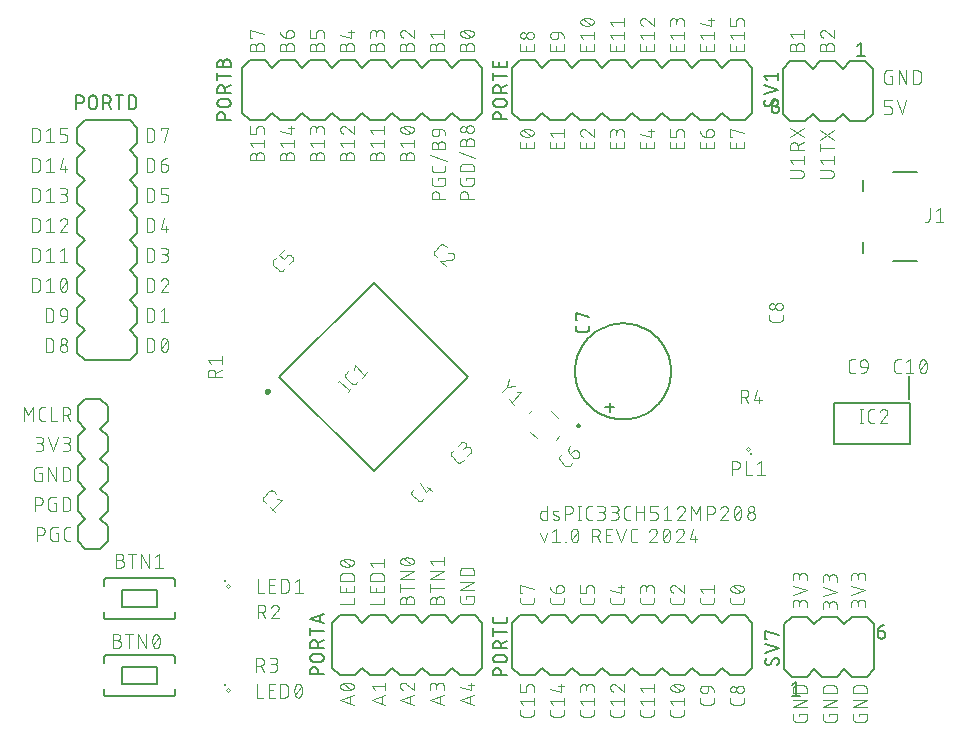
<source format=gbr>
G04 EAGLE Gerber RS-274X export*
G75*
%MOMM*%
%FSLAX34Y34*%
%LPD*%
%INSilkscreen Top*%
%IPPOS*%
%AMOC8*
5,1,8,0,0,1.08239X$1,22.5*%
G01*
%ADD10C,0.101600*%
%ADD11C,0.200000*%
%ADD12C,0.250000*%
%ADD13C,0.152400*%
%ADD14C,0.127000*%
%ADD15C,0.063400*%
%ADD16C,0.250000*%
%ADD17C,0.100000*%
%ADD18C,0.203200*%


D10*
X322542Y33208D02*
X310858Y37103D01*
X322542Y40997D01*
X319621Y40024D02*
X319621Y34182D01*
X316700Y45287D02*
X316470Y45290D01*
X316240Y45298D01*
X316011Y45312D01*
X315782Y45331D01*
X315553Y45356D01*
X315325Y45386D01*
X315098Y45421D01*
X314872Y45462D01*
X314647Y45508D01*
X314423Y45560D01*
X314200Y45617D01*
X313979Y45679D01*
X313759Y45747D01*
X313541Y45820D01*
X313325Y45898D01*
X313111Y45981D01*
X312899Y46069D01*
X312688Y46162D01*
X312481Y46261D01*
X312391Y46294D01*
X312302Y46330D01*
X312214Y46370D01*
X312129Y46414D01*
X312045Y46461D01*
X311963Y46511D01*
X311883Y46565D01*
X311806Y46621D01*
X311730Y46681D01*
X311657Y46744D01*
X311587Y46809D01*
X311519Y46878D01*
X311455Y46949D01*
X311393Y47022D01*
X311334Y47098D01*
X311278Y47176D01*
X311225Y47257D01*
X311176Y47339D01*
X311130Y47423D01*
X311087Y47510D01*
X311048Y47597D01*
X311012Y47687D01*
X310980Y47777D01*
X310952Y47869D01*
X310927Y47962D01*
X310906Y48056D01*
X310889Y48150D01*
X310875Y48245D01*
X310866Y48341D01*
X310860Y48437D01*
X310858Y48533D01*
X310860Y48629D01*
X310866Y48725D01*
X310875Y48821D01*
X310889Y48916D01*
X310906Y49010D01*
X310927Y49104D01*
X310952Y49197D01*
X310980Y49289D01*
X311012Y49379D01*
X311048Y49469D01*
X311087Y49557D01*
X311130Y49643D01*
X311176Y49727D01*
X311225Y49809D01*
X311278Y49890D01*
X311334Y49968D01*
X311393Y50044D01*
X311455Y50117D01*
X311519Y50188D01*
X311587Y50257D01*
X311657Y50322D01*
X311730Y50385D01*
X311806Y50445D01*
X311883Y50501D01*
X311963Y50555D01*
X312045Y50605D01*
X312129Y50652D01*
X312214Y50696D01*
X312302Y50736D01*
X312391Y50772D01*
X312481Y50805D01*
X312688Y50904D01*
X312899Y50997D01*
X313111Y51085D01*
X313325Y51168D01*
X313541Y51246D01*
X313759Y51319D01*
X313979Y51387D01*
X314200Y51449D01*
X314423Y51506D01*
X314647Y51558D01*
X314872Y51604D01*
X315098Y51645D01*
X315325Y51680D01*
X315553Y51710D01*
X315782Y51735D01*
X316011Y51754D01*
X316240Y51768D01*
X316470Y51776D01*
X316700Y51779D01*
X316700Y45287D02*
X316930Y45290D01*
X317160Y45298D01*
X317389Y45312D01*
X317618Y45331D01*
X317847Y45356D01*
X318075Y45386D01*
X318302Y45421D01*
X318528Y45462D01*
X318753Y45508D01*
X318977Y45560D01*
X319200Y45617D01*
X319421Y45679D01*
X319641Y45747D01*
X319859Y45820D01*
X320075Y45898D01*
X320289Y45981D01*
X320501Y46069D01*
X320712Y46162D01*
X320919Y46261D01*
X321009Y46294D01*
X321098Y46330D01*
X321186Y46371D01*
X321271Y46414D01*
X321355Y46461D01*
X321437Y46511D01*
X321517Y46565D01*
X321594Y46621D01*
X321670Y46681D01*
X321743Y46744D01*
X321813Y46809D01*
X321881Y46878D01*
X321945Y46949D01*
X322007Y47022D01*
X322066Y47098D01*
X322122Y47176D01*
X322175Y47257D01*
X322224Y47339D01*
X322270Y47423D01*
X322313Y47510D01*
X322352Y47597D01*
X322388Y47687D01*
X322420Y47777D01*
X322448Y47869D01*
X322473Y47962D01*
X322494Y48056D01*
X322511Y48150D01*
X322525Y48245D01*
X322534Y48341D01*
X322540Y48437D01*
X322542Y48533D01*
X320919Y50804D02*
X320712Y50903D01*
X320501Y50996D01*
X320289Y51084D01*
X320075Y51167D01*
X319859Y51245D01*
X319641Y51318D01*
X319421Y51386D01*
X319200Y51448D01*
X318977Y51505D01*
X318753Y51557D01*
X318528Y51603D01*
X318302Y51644D01*
X318075Y51679D01*
X317847Y51709D01*
X317618Y51734D01*
X317389Y51753D01*
X317160Y51767D01*
X316930Y51775D01*
X316700Y51778D01*
X320919Y50805D02*
X321009Y50772D01*
X321098Y50736D01*
X321186Y50696D01*
X321271Y50652D01*
X321355Y50605D01*
X321437Y50555D01*
X321517Y50501D01*
X321594Y50445D01*
X321670Y50385D01*
X321743Y50322D01*
X321813Y50257D01*
X321881Y50188D01*
X321945Y50117D01*
X322007Y50044D01*
X322066Y49968D01*
X322122Y49890D01*
X322175Y49809D01*
X322224Y49727D01*
X322270Y49643D01*
X322313Y49556D01*
X322352Y49469D01*
X322388Y49379D01*
X322420Y49289D01*
X322448Y49197D01*
X322473Y49104D01*
X322494Y49010D01*
X322511Y48916D01*
X322525Y48821D01*
X322534Y48725D01*
X322540Y48629D01*
X322542Y48533D01*
X319946Y45936D02*
X313454Y51129D01*
X337528Y37103D02*
X349212Y33208D01*
X349212Y40997D02*
X337528Y37103D01*
X346291Y40024D02*
X346291Y34182D01*
X340124Y45287D02*
X337528Y48533D01*
X349212Y48533D01*
X349212Y51778D02*
X349212Y45287D01*
X361658Y37103D02*
X373342Y33208D01*
X373342Y40997D02*
X361658Y37103D01*
X370421Y40024D02*
X370421Y34182D01*
X361658Y48857D02*
X361660Y48964D01*
X361666Y49070D01*
X361676Y49176D01*
X361689Y49282D01*
X361707Y49388D01*
X361728Y49492D01*
X361753Y49596D01*
X361782Y49699D01*
X361814Y49800D01*
X361851Y49900D01*
X361891Y49999D01*
X361934Y50097D01*
X361981Y50193D01*
X362032Y50287D01*
X362086Y50379D01*
X362143Y50469D01*
X362203Y50557D01*
X362267Y50642D01*
X362334Y50725D01*
X362404Y50806D01*
X362476Y50884D01*
X362552Y50960D01*
X362630Y51032D01*
X362711Y51102D01*
X362794Y51169D01*
X362879Y51233D01*
X362967Y51293D01*
X363057Y51350D01*
X363149Y51404D01*
X363243Y51455D01*
X363339Y51502D01*
X363437Y51545D01*
X363536Y51585D01*
X363636Y51622D01*
X363737Y51654D01*
X363840Y51683D01*
X363944Y51708D01*
X364048Y51729D01*
X364154Y51747D01*
X364260Y51760D01*
X364366Y51770D01*
X364472Y51776D01*
X364579Y51778D01*
X361658Y48857D02*
X361660Y48736D01*
X361666Y48615D01*
X361676Y48495D01*
X361689Y48374D01*
X361707Y48255D01*
X361728Y48135D01*
X361753Y48017D01*
X361782Y47900D01*
X361815Y47783D01*
X361851Y47668D01*
X361892Y47554D01*
X361935Y47441D01*
X361983Y47329D01*
X362034Y47220D01*
X362089Y47112D01*
X362147Y47005D01*
X362208Y46901D01*
X362273Y46799D01*
X362341Y46699D01*
X362412Y46601D01*
X362486Y46505D01*
X362563Y46412D01*
X362644Y46322D01*
X362727Y46234D01*
X362813Y46149D01*
X362902Y46066D01*
X362993Y45987D01*
X363087Y45910D01*
X363183Y45837D01*
X363281Y45767D01*
X363382Y45700D01*
X363485Y45636D01*
X363590Y45576D01*
X363697Y45518D01*
X363805Y45465D01*
X363915Y45415D01*
X364027Y45369D01*
X364140Y45326D01*
X364255Y45287D01*
X366851Y50804D02*
X366773Y50883D01*
X366693Y50959D01*
X366610Y51032D01*
X366524Y51102D01*
X366437Y51169D01*
X366346Y51233D01*
X366254Y51293D01*
X366160Y51351D01*
X366063Y51405D01*
X365965Y51455D01*
X365865Y51502D01*
X365764Y51546D01*
X365661Y51586D01*
X365556Y51622D01*
X365451Y51654D01*
X365344Y51683D01*
X365237Y51708D01*
X365128Y51730D01*
X365019Y51747D01*
X364910Y51761D01*
X364800Y51770D01*
X364689Y51776D01*
X364579Y51778D01*
X366851Y50805D02*
X373342Y45287D01*
X373342Y51778D01*
X387058Y37103D02*
X398742Y33208D01*
X398742Y40997D02*
X387058Y37103D01*
X395821Y40024D02*
X395821Y34182D01*
X398742Y45287D02*
X398742Y48533D01*
X398740Y48646D01*
X398734Y48759D01*
X398724Y48872D01*
X398710Y48985D01*
X398693Y49097D01*
X398671Y49208D01*
X398646Y49318D01*
X398616Y49428D01*
X398583Y49536D01*
X398546Y49643D01*
X398506Y49749D01*
X398461Y49853D01*
X398413Y49956D01*
X398362Y50057D01*
X398307Y50156D01*
X398249Y50253D01*
X398187Y50348D01*
X398122Y50441D01*
X398054Y50531D01*
X397983Y50619D01*
X397908Y50705D01*
X397831Y50788D01*
X397751Y50868D01*
X397668Y50945D01*
X397582Y51020D01*
X397494Y51091D01*
X397404Y51159D01*
X397311Y51224D01*
X397216Y51286D01*
X397119Y51344D01*
X397020Y51399D01*
X396919Y51450D01*
X396816Y51498D01*
X396712Y51543D01*
X396606Y51583D01*
X396499Y51620D01*
X396391Y51653D01*
X396281Y51683D01*
X396171Y51708D01*
X396060Y51730D01*
X395948Y51747D01*
X395835Y51761D01*
X395722Y51771D01*
X395609Y51777D01*
X395496Y51779D01*
X395383Y51777D01*
X395270Y51771D01*
X395157Y51761D01*
X395044Y51747D01*
X394932Y51730D01*
X394821Y51708D01*
X394711Y51683D01*
X394601Y51653D01*
X394493Y51620D01*
X394386Y51583D01*
X394280Y51543D01*
X394176Y51498D01*
X394073Y51450D01*
X393972Y51399D01*
X393873Y51344D01*
X393776Y51286D01*
X393681Y51224D01*
X393588Y51159D01*
X393498Y51091D01*
X393410Y51020D01*
X393324Y50945D01*
X393241Y50868D01*
X393161Y50788D01*
X393084Y50705D01*
X393009Y50619D01*
X392938Y50531D01*
X392870Y50441D01*
X392805Y50348D01*
X392743Y50253D01*
X392685Y50156D01*
X392630Y50057D01*
X392579Y49956D01*
X392531Y49853D01*
X392486Y49749D01*
X392446Y49643D01*
X392409Y49536D01*
X392376Y49428D01*
X392346Y49318D01*
X392321Y49208D01*
X392299Y49097D01*
X392282Y48985D01*
X392268Y48872D01*
X392258Y48759D01*
X392252Y48646D01*
X392250Y48533D01*
X387058Y49182D02*
X387058Y45287D01*
X387058Y49182D02*
X387060Y49283D01*
X387066Y49383D01*
X387076Y49483D01*
X387089Y49583D01*
X387107Y49682D01*
X387128Y49781D01*
X387153Y49878D01*
X387182Y49975D01*
X387215Y50070D01*
X387251Y50164D01*
X387291Y50256D01*
X387334Y50347D01*
X387381Y50436D01*
X387431Y50523D01*
X387485Y50609D01*
X387542Y50692D01*
X387602Y50772D01*
X387665Y50851D01*
X387732Y50927D01*
X387801Y51000D01*
X387873Y51070D01*
X387947Y51138D01*
X388024Y51203D01*
X388104Y51264D01*
X388186Y51323D01*
X388270Y51378D01*
X388356Y51430D01*
X388444Y51479D01*
X388534Y51524D01*
X388626Y51566D01*
X388719Y51604D01*
X388814Y51638D01*
X388909Y51669D01*
X389006Y51696D01*
X389104Y51719D01*
X389203Y51739D01*
X389303Y51754D01*
X389403Y51766D01*
X389503Y51774D01*
X389604Y51778D01*
X389704Y51778D01*
X389805Y51774D01*
X389905Y51766D01*
X390005Y51754D01*
X390105Y51739D01*
X390204Y51719D01*
X390302Y51696D01*
X390399Y51669D01*
X390494Y51638D01*
X390589Y51604D01*
X390682Y51566D01*
X390774Y51524D01*
X390864Y51479D01*
X390952Y51430D01*
X391038Y51378D01*
X391122Y51323D01*
X391204Y51264D01*
X391284Y51203D01*
X391361Y51138D01*
X391435Y51070D01*
X391507Y51000D01*
X391576Y50927D01*
X391643Y50851D01*
X391706Y50772D01*
X391766Y50692D01*
X391823Y50609D01*
X391877Y50523D01*
X391927Y50436D01*
X391974Y50347D01*
X392017Y50256D01*
X392057Y50164D01*
X392093Y50070D01*
X392126Y49975D01*
X392155Y49878D01*
X392180Y49781D01*
X392201Y49682D01*
X392219Y49583D01*
X392232Y49483D01*
X392242Y49383D01*
X392248Y49283D01*
X392250Y49182D01*
X392251Y49182D02*
X392251Y46585D01*
X412458Y37103D02*
X424142Y33208D01*
X424142Y40997D02*
X412458Y37103D01*
X421221Y40024D02*
X421221Y34182D01*
X421546Y45287D02*
X412458Y47884D01*
X421546Y45287D02*
X421546Y51778D01*
X418949Y49831D02*
X424142Y49831D01*
X474942Y28241D02*
X474942Y25644D01*
X474940Y25545D01*
X474934Y25445D01*
X474925Y25346D01*
X474912Y25248D01*
X474895Y25150D01*
X474874Y25052D01*
X474849Y24956D01*
X474821Y24861D01*
X474789Y24767D01*
X474754Y24674D01*
X474715Y24582D01*
X474672Y24492D01*
X474627Y24404D01*
X474577Y24317D01*
X474525Y24233D01*
X474469Y24150D01*
X474411Y24070D01*
X474349Y23992D01*
X474284Y23917D01*
X474216Y23844D01*
X474146Y23774D01*
X474073Y23706D01*
X473998Y23641D01*
X473920Y23579D01*
X473840Y23521D01*
X473757Y23465D01*
X473673Y23413D01*
X473586Y23363D01*
X473498Y23318D01*
X473408Y23275D01*
X473316Y23236D01*
X473223Y23201D01*
X473129Y23169D01*
X473034Y23141D01*
X472938Y23116D01*
X472840Y23095D01*
X472742Y23078D01*
X472644Y23065D01*
X472545Y23056D01*
X472445Y23050D01*
X472346Y23048D01*
X465854Y23048D01*
X465755Y23050D01*
X465655Y23056D01*
X465556Y23065D01*
X465458Y23078D01*
X465360Y23096D01*
X465262Y23116D01*
X465166Y23141D01*
X465070Y23169D01*
X464976Y23201D01*
X464883Y23236D01*
X464792Y23275D01*
X464702Y23318D01*
X464613Y23363D01*
X464527Y23413D01*
X464442Y23465D01*
X464360Y23521D01*
X464280Y23580D01*
X464202Y23641D01*
X464126Y23706D01*
X464053Y23774D01*
X463983Y23844D01*
X463915Y23917D01*
X463850Y23993D01*
X463789Y24071D01*
X463730Y24151D01*
X463674Y24233D01*
X463622Y24318D01*
X463573Y24404D01*
X463527Y24493D01*
X463484Y24583D01*
X463445Y24674D01*
X463410Y24767D01*
X463378Y24861D01*
X463350Y24957D01*
X463325Y25053D01*
X463305Y25151D01*
X463287Y25249D01*
X463274Y25347D01*
X463265Y25446D01*
X463259Y25545D01*
X463257Y25645D01*
X463258Y25644D02*
X463258Y28241D01*
X465854Y32606D02*
X463258Y35852D01*
X474942Y35852D01*
X474942Y39097D02*
X474942Y32606D01*
X474942Y44036D02*
X474942Y47931D01*
X474940Y48030D01*
X474934Y48130D01*
X474925Y48229D01*
X474912Y48327D01*
X474895Y48425D01*
X474874Y48523D01*
X474849Y48619D01*
X474821Y48714D01*
X474789Y48808D01*
X474754Y48901D01*
X474715Y48993D01*
X474672Y49083D01*
X474627Y49171D01*
X474577Y49258D01*
X474525Y49342D01*
X474469Y49425D01*
X474411Y49505D01*
X474349Y49583D01*
X474284Y49658D01*
X474216Y49731D01*
X474146Y49801D01*
X474073Y49869D01*
X473998Y49934D01*
X473920Y49996D01*
X473840Y50054D01*
X473757Y50110D01*
X473673Y50162D01*
X473586Y50212D01*
X473498Y50257D01*
X473408Y50300D01*
X473316Y50339D01*
X473223Y50374D01*
X473129Y50406D01*
X473034Y50434D01*
X472938Y50459D01*
X472840Y50480D01*
X472742Y50497D01*
X472644Y50510D01*
X472545Y50519D01*
X472445Y50525D01*
X472346Y50527D01*
X471047Y50527D01*
X470948Y50525D01*
X470848Y50519D01*
X470749Y50510D01*
X470651Y50497D01*
X470553Y50480D01*
X470455Y50459D01*
X470359Y50434D01*
X470264Y50406D01*
X470170Y50374D01*
X470077Y50339D01*
X469985Y50300D01*
X469895Y50257D01*
X469807Y50212D01*
X469720Y50162D01*
X469636Y50110D01*
X469553Y50054D01*
X469473Y49996D01*
X469395Y49934D01*
X469320Y49869D01*
X469247Y49801D01*
X469177Y49731D01*
X469109Y49658D01*
X469044Y49583D01*
X468982Y49505D01*
X468924Y49425D01*
X468868Y49342D01*
X468816Y49258D01*
X468766Y49171D01*
X468721Y49083D01*
X468678Y48993D01*
X468639Y48901D01*
X468604Y48808D01*
X468572Y48714D01*
X468544Y48619D01*
X468519Y48523D01*
X468498Y48425D01*
X468481Y48327D01*
X468468Y48229D01*
X468459Y48130D01*
X468453Y48030D01*
X468451Y47931D01*
X468451Y44036D01*
X463258Y44036D01*
X463258Y50527D01*
X500342Y28241D02*
X500342Y25644D01*
X500340Y25545D01*
X500334Y25445D01*
X500325Y25346D01*
X500312Y25248D01*
X500295Y25150D01*
X500274Y25052D01*
X500249Y24956D01*
X500221Y24861D01*
X500189Y24767D01*
X500154Y24674D01*
X500115Y24582D01*
X500072Y24492D01*
X500027Y24404D01*
X499977Y24317D01*
X499925Y24233D01*
X499869Y24150D01*
X499811Y24070D01*
X499749Y23992D01*
X499684Y23917D01*
X499616Y23844D01*
X499546Y23774D01*
X499473Y23706D01*
X499398Y23641D01*
X499320Y23579D01*
X499240Y23521D01*
X499157Y23465D01*
X499073Y23413D01*
X498986Y23363D01*
X498898Y23318D01*
X498808Y23275D01*
X498716Y23236D01*
X498623Y23201D01*
X498529Y23169D01*
X498434Y23141D01*
X498338Y23116D01*
X498240Y23095D01*
X498142Y23078D01*
X498044Y23065D01*
X497945Y23056D01*
X497845Y23050D01*
X497746Y23048D01*
X491254Y23048D01*
X491155Y23050D01*
X491055Y23056D01*
X490956Y23065D01*
X490858Y23078D01*
X490760Y23096D01*
X490662Y23116D01*
X490566Y23141D01*
X490470Y23169D01*
X490376Y23201D01*
X490283Y23236D01*
X490192Y23275D01*
X490102Y23318D01*
X490013Y23363D01*
X489927Y23413D01*
X489842Y23465D01*
X489760Y23521D01*
X489680Y23580D01*
X489602Y23641D01*
X489526Y23706D01*
X489453Y23774D01*
X489383Y23844D01*
X489315Y23917D01*
X489250Y23993D01*
X489189Y24071D01*
X489130Y24151D01*
X489074Y24233D01*
X489022Y24318D01*
X488973Y24404D01*
X488927Y24493D01*
X488884Y24583D01*
X488845Y24674D01*
X488810Y24767D01*
X488778Y24861D01*
X488750Y24957D01*
X488725Y25053D01*
X488705Y25151D01*
X488687Y25249D01*
X488674Y25347D01*
X488665Y25446D01*
X488659Y25545D01*
X488657Y25645D01*
X488658Y25644D02*
X488658Y28241D01*
X491254Y32606D02*
X488658Y35852D01*
X500342Y35852D01*
X500342Y39097D02*
X500342Y32606D01*
X497746Y44036D02*
X488658Y46633D01*
X497746Y44036D02*
X497746Y50527D01*
X495149Y48580D02*
X500342Y48580D01*
X525742Y28241D02*
X525742Y25644D01*
X525740Y25545D01*
X525734Y25445D01*
X525725Y25346D01*
X525712Y25248D01*
X525695Y25150D01*
X525674Y25052D01*
X525649Y24956D01*
X525621Y24861D01*
X525589Y24767D01*
X525554Y24674D01*
X525515Y24582D01*
X525472Y24492D01*
X525427Y24404D01*
X525377Y24317D01*
X525325Y24233D01*
X525269Y24150D01*
X525211Y24070D01*
X525149Y23992D01*
X525084Y23917D01*
X525016Y23844D01*
X524946Y23774D01*
X524873Y23706D01*
X524798Y23641D01*
X524720Y23579D01*
X524640Y23521D01*
X524557Y23465D01*
X524473Y23413D01*
X524386Y23363D01*
X524298Y23318D01*
X524208Y23275D01*
X524116Y23236D01*
X524023Y23201D01*
X523929Y23169D01*
X523834Y23141D01*
X523738Y23116D01*
X523640Y23095D01*
X523542Y23078D01*
X523444Y23065D01*
X523345Y23056D01*
X523245Y23050D01*
X523146Y23048D01*
X516654Y23048D01*
X516555Y23050D01*
X516455Y23056D01*
X516356Y23065D01*
X516258Y23078D01*
X516160Y23096D01*
X516062Y23116D01*
X515966Y23141D01*
X515870Y23169D01*
X515776Y23201D01*
X515683Y23236D01*
X515592Y23275D01*
X515502Y23318D01*
X515413Y23363D01*
X515327Y23413D01*
X515242Y23465D01*
X515160Y23521D01*
X515080Y23580D01*
X515002Y23641D01*
X514926Y23706D01*
X514853Y23774D01*
X514783Y23844D01*
X514715Y23917D01*
X514650Y23993D01*
X514589Y24071D01*
X514530Y24151D01*
X514474Y24233D01*
X514422Y24318D01*
X514373Y24404D01*
X514327Y24493D01*
X514284Y24583D01*
X514245Y24674D01*
X514210Y24767D01*
X514178Y24861D01*
X514150Y24957D01*
X514125Y25053D01*
X514105Y25151D01*
X514087Y25249D01*
X514074Y25347D01*
X514065Y25446D01*
X514059Y25545D01*
X514057Y25645D01*
X514058Y25644D02*
X514058Y28241D01*
X516654Y32606D02*
X514058Y35852D01*
X525742Y35852D01*
X525742Y39097D02*
X525742Y32606D01*
X525742Y44036D02*
X525742Y47282D01*
X525740Y47395D01*
X525734Y47508D01*
X525724Y47621D01*
X525710Y47734D01*
X525693Y47846D01*
X525671Y47957D01*
X525646Y48067D01*
X525616Y48177D01*
X525583Y48285D01*
X525546Y48392D01*
X525506Y48498D01*
X525461Y48602D01*
X525413Y48705D01*
X525362Y48806D01*
X525307Y48905D01*
X525249Y49002D01*
X525187Y49097D01*
X525122Y49190D01*
X525054Y49280D01*
X524983Y49368D01*
X524908Y49454D01*
X524831Y49537D01*
X524751Y49617D01*
X524668Y49694D01*
X524582Y49769D01*
X524494Y49840D01*
X524404Y49908D01*
X524311Y49973D01*
X524216Y50035D01*
X524119Y50093D01*
X524020Y50148D01*
X523919Y50199D01*
X523816Y50247D01*
X523712Y50292D01*
X523606Y50332D01*
X523499Y50369D01*
X523391Y50402D01*
X523281Y50432D01*
X523171Y50457D01*
X523060Y50479D01*
X522948Y50496D01*
X522835Y50510D01*
X522722Y50520D01*
X522609Y50526D01*
X522496Y50528D01*
X522383Y50526D01*
X522270Y50520D01*
X522157Y50510D01*
X522044Y50496D01*
X521932Y50479D01*
X521821Y50457D01*
X521711Y50432D01*
X521601Y50402D01*
X521493Y50369D01*
X521386Y50332D01*
X521280Y50292D01*
X521176Y50247D01*
X521073Y50199D01*
X520972Y50148D01*
X520873Y50093D01*
X520776Y50035D01*
X520681Y49973D01*
X520588Y49908D01*
X520498Y49840D01*
X520410Y49769D01*
X520324Y49694D01*
X520241Y49617D01*
X520161Y49537D01*
X520084Y49454D01*
X520009Y49368D01*
X519938Y49280D01*
X519870Y49190D01*
X519805Y49097D01*
X519743Y49002D01*
X519685Y48905D01*
X519630Y48806D01*
X519579Y48705D01*
X519531Y48602D01*
X519486Y48498D01*
X519446Y48392D01*
X519409Y48285D01*
X519376Y48177D01*
X519346Y48067D01*
X519321Y47957D01*
X519299Y47846D01*
X519282Y47734D01*
X519268Y47621D01*
X519258Y47508D01*
X519252Y47395D01*
X519250Y47282D01*
X514058Y47931D02*
X514058Y44036D01*
X514058Y47931D02*
X514060Y48032D01*
X514066Y48132D01*
X514076Y48232D01*
X514089Y48332D01*
X514107Y48431D01*
X514128Y48530D01*
X514153Y48627D01*
X514182Y48724D01*
X514215Y48819D01*
X514251Y48913D01*
X514291Y49005D01*
X514334Y49096D01*
X514381Y49185D01*
X514431Y49272D01*
X514485Y49358D01*
X514542Y49441D01*
X514602Y49521D01*
X514665Y49600D01*
X514732Y49676D01*
X514801Y49749D01*
X514873Y49819D01*
X514947Y49887D01*
X515024Y49952D01*
X515104Y50013D01*
X515186Y50072D01*
X515270Y50127D01*
X515356Y50179D01*
X515444Y50228D01*
X515534Y50273D01*
X515626Y50315D01*
X515719Y50353D01*
X515814Y50387D01*
X515909Y50418D01*
X516006Y50445D01*
X516104Y50468D01*
X516203Y50488D01*
X516303Y50503D01*
X516403Y50515D01*
X516503Y50523D01*
X516604Y50527D01*
X516704Y50527D01*
X516805Y50523D01*
X516905Y50515D01*
X517005Y50503D01*
X517105Y50488D01*
X517204Y50468D01*
X517302Y50445D01*
X517399Y50418D01*
X517494Y50387D01*
X517589Y50353D01*
X517682Y50315D01*
X517774Y50273D01*
X517864Y50228D01*
X517952Y50179D01*
X518038Y50127D01*
X518122Y50072D01*
X518204Y50013D01*
X518284Y49952D01*
X518361Y49887D01*
X518435Y49819D01*
X518507Y49749D01*
X518576Y49676D01*
X518643Y49600D01*
X518706Y49521D01*
X518766Y49441D01*
X518823Y49358D01*
X518877Y49272D01*
X518927Y49185D01*
X518974Y49096D01*
X519017Y49005D01*
X519057Y48913D01*
X519093Y48819D01*
X519126Y48724D01*
X519155Y48627D01*
X519180Y48530D01*
X519201Y48431D01*
X519219Y48332D01*
X519232Y48232D01*
X519242Y48132D01*
X519248Y48032D01*
X519250Y47931D01*
X519251Y47931D02*
X519251Y45334D01*
X551142Y28241D02*
X551142Y25644D01*
X551140Y25545D01*
X551134Y25445D01*
X551125Y25346D01*
X551112Y25248D01*
X551095Y25150D01*
X551074Y25052D01*
X551049Y24956D01*
X551021Y24861D01*
X550989Y24767D01*
X550954Y24674D01*
X550915Y24582D01*
X550872Y24492D01*
X550827Y24404D01*
X550777Y24317D01*
X550725Y24233D01*
X550669Y24150D01*
X550611Y24070D01*
X550549Y23992D01*
X550484Y23917D01*
X550416Y23844D01*
X550346Y23774D01*
X550273Y23706D01*
X550198Y23641D01*
X550120Y23579D01*
X550040Y23521D01*
X549957Y23465D01*
X549873Y23413D01*
X549786Y23363D01*
X549698Y23318D01*
X549608Y23275D01*
X549516Y23236D01*
X549423Y23201D01*
X549329Y23169D01*
X549234Y23141D01*
X549138Y23116D01*
X549040Y23095D01*
X548942Y23078D01*
X548844Y23065D01*
X548745Y23056D01*
X548645Y23050D01*
X548546Y23048D01*
X542054Y23048D01*
X541955Y23050D01*
X541855Y23056D01*
X541756Y23065D01*
X541658Y23078D01*
X541560Y23096D01*
X541462Y23116D01*
X541366Y23141D01*
X541270Y23169D01*
X541176Y23201D01*
X541083Y23236D01*
X540992Y23275D01*
X540902Y23318D01*
X540813Y23363D01*
X540727Y23413D01*
X540642Y23465D01*
X540560Y23521D01*
X540480Y23580D01*
X540402Y23641D01*
X540326Y23706D01*
X540253Y23774D01*
X540183Y23844D01*
X540115Y23917D01*
X540050Y23993D01*
X539989Y24071D01*
X539930Y24151D01*
X539874Y24233D01*
X539822Y24318D01*
X539773Y24404D01*
X539727Y24493D01*
X539684Y24583D01*
X539645Y24674D01*
X539610Y24767D01*
X539578Y24861D01*
X539550Y24957D01*
X539525Y25053D01*
X539505Y25151D01*
X539487Y25249D01*
X539474Y25347D01*
X539465Y25446D01*
X539459Y25545D01*
X539457Y25645D01*
X539458Y25644D02*
X539458Y28241D01*
X542054Y32606D02*
X539458Y35852D01*
X551142Y35852D01*
X551142Y39097D02*
X551142Y32606D01*
X539458Y47606D02*
X539460Y47713D01*
X539466Y47819D01*
X539476Y47925D01*
X539489Y48031D01*
X539507Y48137D01*
X539528Y48241D01*
X539553Y48345D01*
X539582Y48448D01*
X539614Y48549D01*
X539651Y48649D01*
X539691Y48748D01*
X539734Y48846D01*
X539781Y48942D01*
X539832Y49036D01*
X539886Y49128D01*
X539943Y49218D01*
X540003Y49306D01*
X540067Y49391D01*
X540134Y49474D01*
X540204Y49555D01*
X540276Y49633D01*
X540352Y49709D01*
X540430Y49781D01*
X540511Y49851D01*
X540594Y49918D01*
X540679Y49982D01*
X540767Y50042D01*
X540857Y50099D01*
X540949Y50153D01*
X541043Y50204D01*
X541139Y50251D01*
X541237Y50294D01*
X541336Y50334D01*
X541436Y50371D01*
X541537Y50403D01*
X541640Y50432D01*
X541744Y50457D01*
X541848Y50478D01*
X541954Y50496D01*
X542060Y50509D01*
X542166Y50519D01*
X542272Y50525D01*
X542379Y50527D01*
X539458Y47606D02*
X539460Y47485D01*
X539466Y47364D01*
X539476Y47244D01*
X539489Y47123D01*
X539507Y47004D01*
X539528Y46884D01*
X539553Y46766D01*
X539582Y46649D01*
X539615Y46532D01*
X539651Y46417D01*
X539692Y46303D01*
X539735Y46190D01*
X539783Y46078D01*
X539834Y45969D01*
X539889Y45861D01*
X539947Y45754D01*
X540008Y45650D01*
X540073Y45548D01*
X540141Y45448D01*
X540212Y45350D01*
X540286Y45254D01*
X540363Y45161D01*
X540444Y45071D01*
X540527Y44983D01*
X540613Y44898D01*
X540702Y44815D01*
X540793Y44736D01*
X540887Y44659D01*
X540983Y44586D01*
X541081Y44516D01*
X541182Y44449D01*
X541285Y44385D01*
X541390Y44325D01*
X541497Y44267D01*
X541605Y44214D01*
X541715Y44164D01*
X541827Y44118D01*
X541940Y44075D01*
X542055Y44036D01*
X544651Y49553D02*
X544573Y49632D01*
X544493Y49708D01*
X544410Y49781D01*
X544324Y49851D01*
X544237Y49918D01*
X544146Y49982D01*
X544054Y50042D01*
X543960Y50100D01*
X543863Y50154D01*
X543765Y50204D01*
X543665Y50251D01*
X543564Y50295D01*
X543461Y50335D01*
X543356Y50371D01*
X543251Y50403D01*
X543144Y50432D01*
X543037Y50457D01*
X542928Y50479D01*
X542819Y50496D01*
X542710Y50510D01*
X542600Y50519D01*
X542489Y50525D01*
X542379Y50527D01*
X544651Y49554D02*
X551142Y44036D01*
X551142Y50527D01*
X576542Y28241D02*
X576542Y25644D01*
X576540Y25545D01*
X576534Y25445D01*
X576525Y25346D01*
X576512Y25248D01*
X576495Y25150D01*
X576474Y25052D01*
X576449Y24956D01*
X576421Y24861D01*
X576389Y24767D01*
X576354Y24674D01*
X576315Y24582D01*
X576272Y24492D01*
X576227Y24404D01*
X576177Y24317D01*
X576125Y24233D01*
X576069Y24150D01*
X576011Y24070D01*
X575949Y23992D01*
X575884Y23917D01*
X575816Y23844D01*
X575746Y23774D01*
X575673Y23706D01*
X575598Y23641D01*
X575520Y23579D01*
X575440Y23521D01*
X575357Y23465D01*
X575273Y23413D01*
X575186Y23363D01*
X575098Y23318D01*
X575008Y23275D01*
X574916Y23236D01*
X574823Y23201D01*
X574729Y23169D01*
X574634Y23141D01*
X574538Y23116D01*
X574440Y23095D01*
X574342Y23078D01*
X574244Y23065D01*
X574145Y23056D01*
X574045Y23050D01*
X573946Y23048D01*
X567454Y23048D01*
X567355Y23050D01*
X567255Y23056D01*
X567156Y23065D01*
X567058Y23078D01*
X566960Y23096D01*
X566862Y23116D01*
X566766Y23141D01*
X566670Y23169D01*
X566576Y23201D01*
X566483Y23236D01*
X566392Y23275D01*
X566302Y23318D01*
X566213Y23363D01*
X566127Y23413D01*
X566042Y23465D01*
X565960Y23521D01*
X565880Y23580D01*
X565802Y23641D01*
X565726Y23706D01*
X565653Y23774D01*
X565583Y23844D01*
X565515Y23917D01*
X565450Y23993D01*
X565389Y24071D01*
X565330Y24151D01*
X565274Y24233D01*
X565222Y24318D01*
X565173Y24404D01*
X565127Y24493D01*
X565084Y24583D01*
X565045Y24674D01*
X565010Y24767D01*
X564978Y24861D01*
X564950Y24957D01*
X564925Y25053D01*
X564905Y25151D01*
X564887Y25249D01*
X564874Y25347D01*
X564865Y25446D01*
X564859Y25545D01*
X564857Y25645D01*
X564858Y25644D02*
X564858Y28241D01*
X567454Y32606D02*
X564858Y35852D01*
X576542Y35852D01*
X576542Y39097D02*
X576542Y32606D01*
X567454Y44036D02*
X564858Y47282D01*
X576542Y47282D01*
X576542Y50527D02*
X576542Y44036D01*
X601942Y28241D02*
X601942Y25644D01*
X601940Y25545D01*
X601934Y25445D01*
X601925Y25346D01*
X601912Y25248D01*
X601895Y25150D01*
X601874Y25052D01*
X601849Y24956D01*
X601821Y24861D01*
X601789Y24767D01*
X601754Y24674D01*
X601715Y24582D01*
X601672Y24492D01*
X601627Y24404D01*
X601577Y24317D01*
X601525Y24233D01*
X601469Y24150D01*
X601411Y24070D01*
X601349Y23992D01*
X601284Y23917D01*
X601216Y23844D01*
X601146Y23774D01*
X601073Y23706D01*
X600998Y23641D01*
X600920Y23579D01*
X600840Y23521D01*
X600757Y23465D01*
X600673Y23413D01*
X600586Y23363D01*
X600498Y23318D01*
X600408Y23275D01*
X600316Y23236D01*
X600223Y23201D01*
X600129Y23169D01*
X600034Y23141D01*
X599938Y23116D01*
X599840Y23095D01*
X599742Y23078D01*
X599644Y23065D01*
X599545Y23056D01*
X599445Y23050D01*
X599346Y23048D01*
X592854Y23048D01*
X592755Y23050D01*
X592655Y23056D01*
X592556Y23065D01*
X592458Y23078D01*
X592360Y23096D01*
X592262Y23116D01*
X592166Y23141D01*
X592070Y23169D01*
X591976Y23201D01*
X591883Y23236D01*
X591792Y23275D01*
X591702Y23318D01*
X591613Y23363D01*
X591527Y23413D01*
X591442Y23465D01*
X591360Y23521D01*
X591280Y23580D01*
X591202Y23641D01*
X591126Y23706D01*
X591053Y23774D01*
X590983Y23844D01*
X590915Y23917D01*
X590850Y23993D01*
X590789Y24071D01*
X590730Y24151D01*
X590674Y24233D01*
X590622Y24318D01*
X590573Y24404D01*
X590527Y24493D01*
X590484Y24583D01*
X590445Y24674D01*
X590410Y24767D01*
X590378Y24861D01*
X590350Y24957D01*
X590325Y25053D01*
X590305Y25151D01*
X590287Y25249D01*
X590274Y25347D01*
X590265Y25446D01*
X590259Y25545D01*
X590257Y25645D01*
X590258Y25644D02*
X590258Y28241D01*
X592854Y32606D02*
X590258Y35852D01*
X601942Y35852D01*
X601942Y39097D02*
X601942Y32606D01*
X596100Y44036D02*
X595870Y44039D01*
X595640Y44047D01*
X595411Y44061D01*
X595182Y44080D01*
X594953Y44105D01*
X594725Y44135D01*
X594498Y44170D01*
X594272Y44211D01*
X594047Y44257D01*
X593823Y44309D01*
X593600Y44366D01*
X593379Y44428D01*
X593159Y44496D01*
X592941Y44569D01*
X592725Y44647D01*
X592511Y44730D01*
X592299Y44818D01*
X592088Y44911D01*
X591881Y45010D01*
X591791Y45043D01*
X591702Y45079D01*
X591614Y45119D01*
X591529Y45163D01*
X591445Y45210D01*
X591363Y45260D01*
X591283Y45314D01*
X591206Y45370D01*
X591130Y45430D01*
X591057Y45493D01*
X590987Y45558D01*
X590919Y45627D01*
X590855Y45698D01*
X590793Y45771D01*
X590734Y45847D01*
X590678Y45925D01*
X590625Y46006D01*
X590576Y46088D01*
X590530Y46172D01*
X590487Y46259D01*
X590448Y46346D01*
X590412Y46436D01*
X590380Y46526D01*
X590352Y46618D01*
X590327Y46711D01*
X590306Y46805D01*
X590289Y46899D01*
X590275Y46994D01*
X590266Y47090D01*
X590260Y47186D01*
X590258Y47282D01*
X590260Y47378D01*
X590266Y47474D01*
X590275Y47570D01*
X590289Y47665D01*
X590306Y47759D01*
X590327Y47853D01*
X590352Y47946D01*
X590380Y48038D01*
X590412Y48128D01*
X590448Y48218D01*
X590487Y48306D01*
X590530Y48392D01*
X590576Y48476D01*
X590625Y48558D01*
X590678Y48639D01*
X590734Y48717D01*
X590793Y48793D01*
X590855Y48866D01*
X590919Y48937D01*
X590987Y49006D01*
X591057Y49071D01*
X591130Y49134D01*
X591206Y49194D01*
X591283Y49250D01*
X591363Y49304D01*
X591445Y49354D01*
X591529Y49401D01*
X591614Y49445D01*
X591702Y49485D01*
X591791Y49521D01*
X591881Y49554D01*
X592088Y49653D01*
X592299Y49746D01*
X592511Y49834D01*
X592725Y49917D01*
X592941Y49995D01*
X593159Y50068D01*
X593379Y50136D01*
X593600Y50198D01*
X593823Y50255D01*
X594047Y50307D01*
X594272Y50353D01*
X594498Y50394D01*
X594725Y50429D01*
X594953Y50459D01*
X595182Y50484D01*
X595411Y50503D01*
X595640Y50517D01*
X595870Y50525D01*
X596100Y50528D01*
X596100Y44036D02*
X596330Y44039D01*
X596560Y44047D01*
X596789Y44061D01*
X597018Y44080D01*
X597247Y44105D01*
X597475Y44135D01*
X597702Y44170D01*
X597928Y44211D01*
X598153Y44257D01*
X598377Y44309D01*
X598600Y44366D01*
X598821Y44428D01*
X599041Y44496D01*
X599259Y44569D01*
X599475Y44647D01*
X599689Y44730D01*
X599901Y44818D01*
X600112Y44911D01*
X600319Y45010D01*
X600409Y45043D01*
X600498Y45079D01*
X600586Y45120D01*
X600671Y45163D01*
X600755Y45210D01*
X600837Y45260D01*
X600917Y45314D01*
X600994Y45370D01*
X601070Y45430D01*
X601143Y45493D01*
X601213Y45558D01*
X601281Y45627D01*
X601345Y45698D01*
X601407Y45771D01*
X601466Y45847D01*
X601522Y45925D01*
X601575Y46006D01*
X601624Y46088D01*
X601670Y46172D01*
X601713Y46259D01*
X601752Y46346D01*
X601788Y46436D01*
X601820Y46526D01*
X601848Y46618D01*
X601873Y46711D01*
X601894Y46805D01*
X601911Y46899D01*
X601925Y46994D01*
X601934Y47090D01*
X601940Y47186D01*
X601942Y47282D01*
X600319Y49554D02*
X600112Y49653D01*
X599901Y49746D01*
X599689Y49834D01*
X599475Y49917D01*
X599259Y49995D01*
X599041Y50068D01*
X598821Y50136D01*
X598600Y50198D01*
X598377Y50255D01*
X598153Y50307D01*
X597928Y50353D01*
X597702Y50394D01*
X597475Y50429D01*
X597247Y50459D01*
X597018Y50484D01*
X596789Y50503D01*
X596560Y50517D01*
X596330Y50525D01*
X596100Y50528D01*
X600319Y49554D02*
X600409Y49521D01*
X600498Y49485D01*
X600586Y49445D01*
X600671Y49401D01*
X600755Y49354D01*
X600837Y49304D01*
X600917Y49250D01*
X600994Y49194D01*
X601070Y49134D01*
X601143Y49071D01*
X601213Y49006D01*
X601281Y48937D01*
X601345Y48866D01*
X601407Y48793D01*
X601466Y48717D01*
X601522Y48639D01*
X601575Y48558D01*
X601624Y48476D01*
X601670Y48392D01*
X601713Y48305D01*
X601752Y48218D01*
X601788Y48128D01*
X601820Y48038D01*
X601848Y47946D01*
X601873Y47853D01*
X601894Y47759D01*
X601911Y47665D01*
X601925Y47570D01*
X601934Y47474D01*
X601940Y47378D01*
X601942Y47282D01*
X599346Y44685D02*
X592854Y49878D01*
X627342Y38401D02*
X627342Y35804D01*
X627340Y35705D01*
X627334Y35605D01*
X627325Y35506D01*
X627312Y35408D01*
X627295Y35310D01*
X627274Y35212D01*
X627249Y35116D01*
X627221Y35021D01*
X627189Y34927D01*
X627154Y34834D01*
X627115Y34742D01*
X627072Y34652D01*
X627027Y34564D01*
X626977Y34477D01*
X626925Y34393D01*
X626869Y34310D01*
X626811Y34230D01*
X626749Y34152D01*
X626684Y34077D01*
X626616Y34004D01*
X626546Y33934D01*
X626473Y33866D01*
X626398Y33801D01*
X626320Y33739D01*
X626240Y33681D01*
X626157Y33625D01*
X626073Y33573D01*
X625986Y33523D01*
X625898Y33478D01*
X625808Y33435D01*
X625716Y33396D01*
X625623Y33361D01*
X625529Y33329D01*
X625434Y33301D01*
X625338Y33276D01*
X625240Y33255D01*
X625142Y33238D01*
X625044Y33225D01*
X624945Y33216D01*
X624845Y33210D01*
X624746Y33208D01*
X618254Y33208D01*
X618155Y33210D01*
X618055Y33216D01*
X617956Y33225D01*
X617858Y33238D01*
X617760Y33256D01*
X617662Y33276D01*
X617566Y33301D01*
X617470Y33329D01*
X617376Y33361D01*
X617283Y33396D01*
X617192Y33435D01*
X617102Y33478D01*
X617013Y33523D01*
X616927Y33573D01*
X616842Y33625D01*
X616760Y33681D01*
X616680Y33740D01*
X616602Y33801D01*
X616526Y33866D01*
X616453Y33934D01*
X616383Y34004D01*
X616315Y34077D01*
X616250Y34153D01*
X616189Y34231D01*
X616130Y34311D01*
X616074Y34393D01*
X616022Y34478D01*
X615973Y34564D01*
X615927Y34653D01*
X615884Y34743D01*
X615845Y34834D01*
X615810Y34927D01*
X615778Y35021D01*
X615750Y35117D01*
X615725Y35213D01*
X615705Y35311D01*
X615687Y35409D01*
X615674Y35507D01*
X615665Y35606D01*
X615659Y35705D01*
X615657Y35805D01*
X615658Y35804D02*
X615658Y38401D01*
X622149Y45363D02*
X622149Y49257D01*
X622149Y45363D02*
X622147Y45264D01*
X622141Y45164D01*
X622132Y45065D01*
X622119Y44967D01*
X622102Y44869D01*
X622081Y44771D01*
X622056Y44675D01*
X622028Y44580D01*
X621996Y44486D01*
X621961Y44393D01*
X621922Y44301D01*
X621879Y44211D01*
X621834Y44123D01*
X621784Y44036D01*
X621732Y43952D01*
X621676Y43869D01*
X621618Y43789D01*
X621556Y43711D01*
X621491Y43636D01*
X621423Y43563D01*
X621353Y43493D01*
X621280Y43425D01*
X621205Y43360D01*
X621127Y43298D01*
X621047Y43240D01*
X620964Y43184D01*
X620880Y43132D01*
X620793Y43082D01*
X620705Y43037D01*
X620615Y42994D01*
X620523Y42955D01*
X620430Y42920D01*
X620336Y42888D01*
X620241Y42860D01*
X620145Y42835D01*
X620047Y42814D01*
X619949Y42797D01*
X619851Y42784D01*
X619752Y42775D01*
X619652Y42769D01*
X619553Y42767D01*
X619553Y42766D02*
X618904Y42766D01*
X618791Y42768D01*
X618678Y42774D01*
X618565Y42784D01*
X618452Y42798D01*
X618340Y42815D01*
X618229Y42837D01*
X618119Y42862D01*
X618009Y42892D01*
X617901Y42925D01*
X617794Y42962D01*
X617688Y43002D01*
X617584Y43047D01*
X617481Y43095D01*
X617380Y43146D01*
X617281Y43201D01*
X617184Y43259D01*
X617089Y43321D01*
X616996Y43386D01*
X616906Y43454D01*
X616818Y43525D01*
X616732Y43600D01*
X616649Y43677D01*
X616569Y43757D01*
X616492Y43840D01*
X616417Y43926D01*
X616346Y44014D01*
X616278Y44104D01*
X616213Y44197D01*
X616151Y44292D01*
X616093Y44389D01*
X616038Y44488D01*
X615987Y44589D01*
X615939Y44692D01*
X615894Y44796D01*
X615854Y44902D01*
X615817Y45009D01*
X615784Y45117D01*
X615754Y45227D01*
X615729Y45337D01*
X615707Y45448D01*
X615690Y45560D01*
X615676Y45673D01*
X615666Y45786D01*
X615660Y45899D01*
X615658Y46012D01*
X615660Y46125D01*
X615666Y46238D01*
X615676Y46351D01*
X615690Y46464D01*
X615707Y46576D01*
X615729Y46687D01*
X615754Y46797D01*
X615784Y46907D01*
X615817Y47015D01*
X615854Y47122D01*
X615894Y47228D01*
X615939Y47332D01*
X615987Y47435D01*
X616038Y47536D01*
X616093Y47635D01*
X616151Y47732D01*
X616213Y47827D01*
X616278Y47920D01*
X616346Y48010D01*
X616417Y48098D01*
X616492Y48184D01*
X616569Y48267D01*
X616649Y48347D01*
X616732Y48424D01*
X616818Y48499D01*
X616906Y48570D01*
X616996Y48638D01*
X617089Y48703D01*
X617184Y48765D01*
X617281Y48823D01*
X617380Y48878D01*
X617481Y48929D01*
X617584Y48977D01*
X617688Y49022D01*
X617794Y49062D01*
X617901Y49099D01*
X618009Y49132D01*
X618119Y49162D01*
X618229Y49187D01*
X618340Y49209D01*
X618452Y49226D01*
X618565Y49240D01*
X618678Y49250D01*
X618791Y49256D01*
X618904Y49258D01*
X618904Y49257D02*
X622149Y49257D01*
X622292Y49255D01*
X622435Y49249D01*
X622578Y49239D01*
X622720Y49225D01*
X622862Y49208D01*
X623004Y49186D01*
X623145Y49161D01*
X623285Y49131D01*
X623424Y49098D01*
X623562Y49061D01*
X623699Y49020D01*
X623835Y48976D01*
X623970Y48927D01*
X624103Y48875D01*
X624235Y48820D01*
X624365Y48760D01*
X624494Y48697D01*
X624621Y48631D01*
X624746Y48561D01*
X624868Y48488D01*
X624989Y48411D01*
X625108Y48331D01*
X625224Y48248D01*
X625339Y48162D01*
X625450Y48073D01*
X625560Y47980D01*
X625666Y47885D01*
X625770Y47786D01*
X625871Y47685D01*
X625970Y47581D01*
X626065Y47475D01*
X626158Y47365D01*
X626247Y47254D01*
X626333Y47139D01*
X626416Y47023D01*
X626496Y46904D01*
X626573Y46783D01*
X626646Y46661D01*
X626716Y46536D01*
X626782Y46409D01*
X626845Y46280D01*
X626905Y46150D01*
X626960Y46018D01*
X627012Y45885D01*
X627061Y45750D01*
X627105Y45614D01*
X627146Y45477D01*
X627183Y45339D01*
X627216Y45200D01*
X627246Y45060D01*
X627271Y44919D01*
X627293Y44777D01*
X627310Y44635D01*
X627324Y44493D01*
X627334Y44350D01*
X627340Y44207D01*
X627342Y44064D01*
X652742Y38401D02*
X652742Y35804D01*
X652740Y35705D01*
X652734Y35605D01*
X652725Y35506D01*
X652712Y35408D01*
X652695Y35310D01*
X652674Y35212D01*
X652649Y35116D01*
X652621Y35021D01*
X652589Y34927D01*
X652554Y34834D01*
X652515Y34742D01*
X652472Y34652D01*
X652427Y34564D01*
X652377Y34477D01*
X652325Y34393D01*
X652269Y34310D01*
X652211Y34230D01*
X652149Y34152D01*
X652084Y34077D01*
X652016Y34004D01*
X651946Y33934D01*
X651873Y33866D01*
X651798Y33801D01*
X651720Y33739D01*
X651640Y33681D01*
X651557Y33625D01*
X651473Y33573D01*
X651386Y33523D01*
X651298Y33478D01*
X651208Y33435D01*
X651116Y33396D01*
X651023Y33361D01*
X650929Y33329D01*
X650834Y33301D01*
X650738Y33276D01*
X650640Y33255D01*
X650542Y33238D01*
X650444Y33225D01*
X650345Y33216D01*
X650245Y33210D01*
X650146Y33208D01*
X643654Y33208D01*
X643555Y33210D01*
X643455Y33216D01*
X643356Y33225D01*
X643258Y33238D01*
X643160Y33256D01*
X643062Y33276D01*
X642966Y33301D01*
X642870Y33329D01*
X642776Y33361D01*
X642683Y33396D01*
X642592Y33435D01*
X642502Y33478D01*
X642413Y33523D01*
X642327Y33573D01*
X642242Y33625D01*
X642160Y33681D01*
X642080Y33740D01*
X642002Y33801D01*
X641926Y33866D01*
X641853Y33934D01*
X641783Y34004D01*
X641715Y34077D01*
X641650Y34153D01*
X641589Y34231D01*
X641530Y34311D01*
X641474Y34393D01*
X641422Y34478D01*
X641373Y34564D01*
X641327Y34653D01*
X641284Y34743D01*
X641245Y34834D01*
X641210Y34927D01*
X641178Y35021D01*
X641150Y35117D01*
X641125Y35213D01*
X641105Y35311D01*
X641087Y35409D01*
X641074Y35507D01*
X641065Y35606D01*
X641059Y35705D01*
X641057Y35805D01*
X641058Y35804D02*
X641058Y38401D01*
X649496Y42766D02*
X649383Y42768D01*
X649270Y42774D01*
X649157Y42784D01*
X649044Y42798D01*
X648932Y42815D01*
X648821Y42837D01*
X648711Y42862D01*
X648601Y42892D01*
X648493Y42925D01*
X648386Y42962D01*
X648280Y43002D01*
X648176Y43047D01*
X648073Y43095D01*
X647972Y43146D01*
X647873Y43201D01*
X647776Y43259D01*
X647681Y43321D01*
X647588Y43386D01*
X647498Y43454D01*
X647410Y43525D01*
X647324Y43600D01*
X647241Y43677D01*
X647161Y43757D01*
X647084Y43840D01*
X647009Y43926D01*
X646938Y44014D01*
X646870Y44104D01*
X646805Y44197D01*
X646743Y44292D01*
X646685Y44389D01*
X646630Y44488D01*
X646579Y44589D01*
X646531Y44692D01*
X646486Y44796D01*
X646446Y44902D01*
X646409Y45009D01*
X646376Y45117D01*
X646346Y45227D01*
X646321Y45337D01*
X646299Y45448D01*
X646282Y45560D01*
X646268Y45673D01*
X646258Y45786D01*
X646252Y45899D01*
X646250Y46012D01*
X646252Y46125D01*
X646258Y46238D01*
X646268Y46351D01*
X646282Y46464D01*
X646299Y46576D01*
X646321Y46687D01*
X646346Y46797D01*
X646376Y46907D01*
X646409Y47015D01*
X646446Y47122D01*
X646486Y47228D01*
X646531Y47332D01*
X646579Y47435D01*
X646630Y47536D01*
X646685Y47635D01*
X646743Y47732D01*
X646805Y47827D01*
X646870Y47920D01*
X646938Y48010D01*
X647009Y48098D01*
X647084Y48184D01*
X647161Y48267D01*
X647241Y48347D01*
X647324Y48424D01*
X647410Y48499D01*
X647498Y48570D01*
X647588Y48638D01*
X647681Y48703D01*
X647776Y48765D01*
X647873Y48823D01*
X647972Y48878D01*
X648073Y48929D01*
X648176Y48977D01*
X648280Y49022D01*
X648386Y49062D01*
X648493Y49099D01*
X648601Y49132D01*
X648711Y49162D01*
X648821Y49187D01*
X648932Y49209D01*
X649044Y49226D01*
X649157Y49240D01*
X649270Y49250D01*
X649383Y49256D01*
X649496Y49258D01*
X649609Y49256D01*
X649722Y49250D01*
X649835Y49240D01*
X649948Y49226D01*
X650060Y49209D01*
X650171Y49187D01*
X650281Y49162D01*
X650391Y49132D01*
X650499Y49099D01*
X650606Y49062D01*
X650712Y49022D01*
X650816Y48977D01*
X650919Y48929D01*
X651020Y48878D01*
X651119Y48823D01*
X651216Y48765D01*
X651311Y48703D01*
X651404Y48638D01*
X651494Y48570D01*
X651582Y48499D01*
X651668Y48424D01*
X651751Y48347D01*
X651831Y48267D01*
X651908Y48184D01*
X651983Y48098D01*
X652054Y48010D01*
X652122Y47920D01*
X652187Y47827D01*
X652249Y47732D01*
X652307Y47635D01*
X652362Y47536D01*
X652413Y47435D01*
X652461Y47332D01*
X652506Y47228D01*
X652546Y47122D01*
X652583Y47015D01*
X652616Y46907D01*
X652646Y46797D01*
X652671Y46687D01*
X652693Y46576D01*
X652710Y46464D01*
X652724Y46351D01*
X652734Y46238D01*
X652740Y46125D01*
X652742Y46012D01*
X652740Y45899D01*
X652734Y45786D01*
X652724Y45673D01*
X652710Y45560D01*
X652693Y45448D01*
X652671Y45337D01*
X652646Y45227D01*
X652616Y45117D01*
X652583Y45009D01*
X652546Y44902D01*
X652506Y44796D01*
X652461Y44692D01*
X652413Y44589D01*
X652362Y44488D01*
X652307Y44389D01*
X652249Y44292D01*
X652187Y44197D01*
X652122Y44104D01*
X652054Y44014D01*
X651983Y43926D01*
X651908Y43840D01*
X651831Y43757D01*
X651751Y43677D01*
X651668Y43600D01*
X651582Y43525D01*
X651494Y43454D01*
X651404Y43386D01*
X651311Y43321D01*
X651216Y43259D01*
X651119Y43201D01*
X651020Y43146D01*
X650919Y43095D01*
X650816Y43047D01*
X650712Y43002D01*
X650606Y42962D01*
X650499Y42925D01*
X650391Y42892D01*
X650281Y42862D01*
X650171Y42837D01*
X650060Y42815D01*
X649948Y42798D01*
X649835Y42784D01*
X649722Y42774D01*
X649609Y42768D01*
X649496Y42766D01*
X643654Y43416D02*
X643553Y43418D01*
X643453Y43424D01*
X643353Y43434D01*
X643253Y43447D01*
X643154Y43465D01*
X643055Y43486D01*
X642958Y43511D01*
X642861Y43540D01*
X642766Y43573D01*
X642672Y43609D01*
X642580Y43649D01*
X642489Y43692D01*
X642400Y43739D01*
X642313Y43789D01*
X642227Y43843D01*
X642144Y43900D01*
X642064Y43960D01*
X641985Y44023D01*
X641909Y44090D01*
X641836Y44159D01*
X641766Y44231D01*
X641698Y44305D01*
X641633Y44382D01*
X641572Y44462D01*
X641513Y44544D01*
X641458Y44628D01*
X641406Y44714D01*
X641357Y44802D01*
X641312Y44892D01*
X641270Y44984D01*
X641232Y45077D01*
X641198Y45172D01*
X641167Y45267D01*
X641140Y45364D01*
X641117Y45462D01*
X641097Y45561D01*
X641082Y45661D01*
X641070Y45761D01*
X641062Y45861D01*
X641058Y45962D01*
X641058Y46062D01*
X641062Y46163D01*
X641070Y46263D01*
X641082Y46363D01*
X641097Y46463D01*
X641117Y46562D01*
X641140Y46660D01*
X641167Y46757D01*
X641198Y46852D01*
X641232Y46947D01*
X641270Y47040D01*
X641312Y47132D01*
X641357Y47222D01*
X641406Y47310D01*
X641458Y47396D01*
X641513Y47480D01*
X641572Y47562D01*
X641633Y47642D01*
X641698Y47719D01*
X641766Y47793D01*
X641836Y47865D01*
X641909Y47934D01*
X641985Y48001D01*
X642064Y48064D01*
X642144Y48124D01*
X642227Y48181D01*
X642313Y48235D01*
X642400Y48285D01*
X642489Y48332D01*
X642580Y48375D01*
X642672Y48415D01*
X642766Y48451D01*
X642861Y48484D01*
X642958Y48513D01*
X643055Y48538D01*
X643154Y48559D01*
X643253Y48577D01*
X643353Y48590D01*
X643453Y48600D01*
X643553Y48606D01*
X643654Y48608D01*
X643755Y48606D01*
X643855Y48600D01*
X643955Y48590D01*
X644055Y48577D01*
X644154Y48559D01*
X644253Y48538D01*
X644350Y48513D01*
X644447Y48484D01*
X644542Y48451D01*
X644636Y48415D01*
X644728Y48375D01*
X644819Y48332D01*
X644908Y48285D01*
X644995Y48235D01*
X645081Y48181D01*
X645164Y48124D01*
X645244Y48064D01*
X645323Y48001D01*
X645399Y47934D01*
X645472Y47865D01*
X645542Y47793D01*
X645610Y47719D01*
X645675Y47642D01*
X645736Y47562D01*
X645795Y47480D01*
X645850Y47396D01*
X645902Y47310D01*
X645951Y47222D01*
X645996Y47132D01*
X646038Y47040D01*
X646076Y46947D01*
X646110Y46852D01*
X646141Y46757D01*
X646168Y46660D01*
X646191Y46562D01*
X646211Y46463D01*
X646226Y46363D01*
X646238Y46263D01*
X646246Y46163D01*
X646250Y46062D01*
X646250Y45962D01*
X646246Y45861D01*
X646238Y45761D01*
X646226Y45661D01*
X646211Y45561D01*
X646191Y45462D01*
X646168Y45364D01*
X646141Y45267D01*
X646110Y45172D01*
X646076Y45077D01*
X646038Y44984D01*
X645996Y44892D01*
X645951Y44802D01*
X645902Y44714D01*
X645850Y44628D01*
X645795Y44544D01*
X645736Y44462D01*
X645675Y44382D01*
X645610Y44305D01*
X645542Y44231D01*
X645472Y44159D01*
X645399Y44090D01*
X645323Y44023D01*
X645244Y43960D01*
X645164Y43900D01*
X645081Y43843D01*
X644995Y43789D01*
X644908Y43739D01*
X644819Y43692D01*
X644728Y43649D01*
X644636Y43609D01*
X644542Y43573D01*
X644447Y43540D01*
X644350Y43511D01*
X644253Y43486D01*
X644154Y43465D01*
X644055Y43447D01*
X643955Y43434D01*
X643855Y43424D01*
X643755Y43418D01*
X643654Y43416D01*
X474942Y120894D02*
X474942Y123491D01*
X474942Y120894D02*
X474940Y120795D01*
X474934Y120695D01*
X474925Y120596D01*
X474912Y120498D01*
X474895Y120400D01*
X474874Y120302D01*
X474849Y120206D01*
X474821Y120111D01*
X474789Y120017D01*
X474754Y119924D01*
X474715Y119832D01*
X474672Y119742D01*
X474627Y119654D01*
X474577Y119567D01*
X474525Y119483D01*
X474469Y119400D01*
X474411Y119320D01*
X474349Y119242D01*
X474284Y119167D01*
X474216Y119094D01*
X474146Y119024D01*
X474073Y118956D01*
X473998Y118891D01*
X473920Y118829D01*
X473840Y118771D01*
X473757Y118715D01*
X473673Y118663D01*
X473586Y118613D01*
X473498Y118568D01*
X473408Y118525D01*
X473316Y118486D01*
X473223Y118451D01*
X473129Y118419D01*
X473034Y118391D01*
X472938Y118366D01*
X472840Y118345D01*
X472742Y118328D01*
X472644Y118315D01*
X472545Y118306D01*
X472445Y118300D01*
X472346Y118298D01*
X465854Y118298D01*
X465755Y118300D01*
X465655Y118306D01*
X465556Y118315D01*
X465458Y118328D01*
X465360Y118346D01*
X465262Y118366D01*
X465166Y118391D01*
X465070Y118419D01*
X464976Y118451D01*
X464883Y118486D01*
X464792Y118525D01*
X464702Y118568D01*
X464613Y118613D01*
X464527Y118663D01*
X464442Y118715D01*
X464360Y118771D01*
X464280Y118830D01*
X464202Y118891D01*
X464126Y118956D01*
X464053Y119024D01*
X463983Y119094D01*
X463915Y119167D01*
X463850Y119243D01*
X463789Y119321D01*
X463730Y119401D01*
X463674Y119483D01*
X463622Y119568D01*
X463573Y119654D01*
X463527Y119743D01*
X463484Y119833D01*
X463445Y119924D01*
X463410Y120017D01*
X463378Y120111D01*
X463350Y120207D01*
X463325Y120303D01*
X463305Y120401D01*
X463287Y120499D01*
X463274Y120597D01*
X463265Y120696D01*
X463259Y120795D01*
X463257Y120895D01*
X463258Y120894D02*
X463258Y123491D01*
X463258Y127856D02*
X464556Y127856D01*
X463258Y127856D02*
X463258Y134347D01*
X474942Y131102D01*
X500342Y123491D02*
X500342Y120894D01*
X500340Y120795D01*
X500334Y120695D01*
X500325Y120596D01*
X500312Y120498D01*
X500295Y120400D01*
X500274Y120302D01*
X500249Y120206D01*
X500221Y120111D01*
X500189Y120017D01*
X500154Y119924D01*
X500115Y119832D01*
X500072Y119742D01*
X500027Y119654D01*
X499977Y119567D01*
X499925Y119483D01*
X499869Y119400D01*
X499811Y119320D01*
X499749Y119242D01*
X499684Y119167D01*
X499616Y119094D01*
X499546Y119024D01*
X499473Y118956D01*
X499398Y118891D01*
X499320Y118829D01*
X499240Y118771D01*
X499157Y118715D01*
X499073Y118663D01*
X498986Y118613D01*
X498898Y118568D01*
X498808Y118525D01*
X498716Y118486D01*
X498623Y118451D01*
X498529Y118419D01*
X498434Y118391D01*
X498338Y118366D01*
X498240Y118345D01*
X498142Y118328D01*
X498044Y118315D01*
X497945Y118306D01*
X497845Y118300D01*
X497746Y118298D01*
X491254Y118298D01*
X491155Y118300D01*
X491055Y118306D01*
X490956Y118315D01*
X490858Y118328D01*
X490760Y118346D01*
X490662Y118366D01*
X490566Y118391D01*
X490470Y118419D01*
X490376Y118451D01*
X490283Y118486D01*
X490192Y118525D01*
X490102Y118568D01*
X490013Y118613D01*
X489927Y118663D01*
X489842Y118715D01*
X489760Y118771D01*
X489680Y118830D01*
X489602Y118891D01*
X489526Y118956D01*
X489453Y119024D01*
X489383Y119094D01*
X489315Y119167D01*
X489250Y119243D01*
X489189Y119321D01*
X489130Y119401D01*
X489074Y119483D01*
X489022Y119568D01*
X488973Y119654D01*
X488927Y119743D01*
X488884Y119833D01*
X488845Y119924D01*
X488810Y120017D01*
X488778Y120111D01*
X488750Y120207D01*
X488725Y120303D01*
X488705Y120401D01*
X488687Y120499D01*
X488674Y120597D01*
X488665Y120696D01*
X488659Y120795D01*
X488657Y120895D01*
X488658Y120894D02*
X488658Y123491D01*
X493851Y127856D02*
X493851Y131751D01*
X493853Y131850D01*
X493859Y131950D01*
X493868Y132049D01*
X493881Y132147D01*
X493898Y132245D01*
X493919Y132343D01*
X493944Y132439D01*
X493972Y132534D01*
X494004Y132628D01*
X494039Y132721D01*
X494078Y132813D01*
X494121Y132903D01*
X494166Y132991D01*
X494216Y133078D01*
X494268Y133162D01*
X494324Y133245D01*
X494382Y133325D01*
X494444Y133403D01*
X494509Y133478D01*
X494577Y133551D01*
X494647Y133621D01*
X494720Y133689D01*
X494795Y133754D01*
X494873Y133816D01*
X494953Y133874D01*
X495036Y133930D01*
X495120Y133982D01*
X495207Y134032D01*
X495295Y134077D01*
X495385Y134120D01*
X495477Y134159D01*
X495570Y134194D01*
X495664Y134226D01*
X495759Y134254D01*
X495855Y134279D01*
X495953Y134300D01*
X496051Y134317D01*
X496149Y134330D01*
X496248Y134339D01*
X496348Y134345D01*
X496447Y134347D01*
X497096Y134347D01*
X497096Y134348D02*
X497209Y134346D01*
X497322Y134340D01*
X497435Y134330D01*
X497548Y134316D01*
X497660Y134299D01*
X497771Y134277D01*
X497881Y134252D01*
X497991Y134222D01*
X498099Y134189D01*
X498206Y134152D01*
X498312Y134112D01*
X498416Y134067D01*
X498519Y134019D01*
X498620Y133968D01*
X498719Y133913D01*
X498816Y133855D01*
X498911Y133793D01*
X499004Y133728D01*
X499094Y133660D01*
X499182Y133589D01*
X499268Y133514D01*
X499351Y133437D01*
X499431Y133357D01*
X499508Y133274D01*
X499583Y133188D01*
X499654Y133100D01*
X499722Y133010D01*
X499787Y132917D01*
X499849Y132822D01*
X499907Y132725D01*
X499962Y132626D01*
X500013Y132525D01*
X500061Y132422D01*
X500106Y132318D01*
X500146Y132212D01*
X500183Y132105D01*
X500216Y131997D01*
X500246Y131887D01*
X500271Y131777D01*
X500293Y131666D01*
X500310Y131554D01*
X500324Y131441D01*
X500334Y131328D01*
X500340Y131215D01*
X500342Y131102D01*
X500340Y130989D01*
X500334Y130876D01*
X500324Y130763D01*
X500310Y130650D01*
X500293Y130538D01*
X500271Y130427D01*
X500246Y130317D01*
X500216Y130207D01*
X500183Y130099D01*
X500146Y129992D01*
X500106Y129886D01*
X500061Y129782D01*
X500013Y129679D01*
X499962Y129578D01*
X499907Y129479D01*
X499849Y129382D01*
X499787Y129287D01*
X499722Y129194D01*
X499654Y129104D01*
X499583Y129016D01*
X499508Y128930D01*
X499431Y128847D01*
X499351Y128767D01*
X499268Y128690D01*
X499182Y128615D01*
X499094Y128544D01*
X499004Y128476D01*
X498911Y128411D01*
X498816Y128349D01*
X498719Y128291D01*
X498620Y128236D01*
X498519Y128185D01*
X498416Y128137D01*
X498312Y128092D01*
X498206Y128052D01*
X498099Y128015D01*
X497991Y127982D01*
X497881Y127952D01*
X497771Y127927D01*
X497660Y127905D01*
X497548Y127888D01*
X497435Y127874D01*
X497322Y127864D01*
X497209Y127858D01*
X497096Y127856D01*
X493851Y127856D01*
X493708Y127858D01*
X493565Y127864D01*
X493422Y127874D01*
X493280Y127888D01*
X493138Y127905D01*
X492996Y127927D01*
X492855Y127952D01*
X492715Y127982D01*
X492576Y128015D01*
X492438Y128052D01*
X492301Y128093D01*
X492165Y128137D01*
X492030Y128186D01*
X491897Y128238D01*
X491765Y128293D01*
X491635Y128353D01*
X491506Y128416D01*
X491379Y128482D01*
X491255Y128552D01*
X491132Y128625D01*
X491011Y128702D01*
X490892Y128781D01*
X490776Y128865D01*
X490661Y128951D01*
X490550Y129040D01*
X490441Y129133D01*
X490334Y129228D01*
X490230Y129327D01*
X490129Y129428D01*
X490030Y129532D01*
X489935Y129638D01*
X489842Y129748D01*
X489753Y129859D01*
X489667Y129973D01*
X489584Y130090D01*
X489504Y130209D01*
X489427Y130330D01*
X489354Y130452D01*
X489284Y130577D01*
X489218Y130704D01*
X489155Y130833D01*
X489095Y130963D01*
X489040Y131095D01*
X488988Y131228D01*
X488939Y131363D01*
X488895Y131499D01*
X488854Y131636D01*
X488817Y131774D01*
X488784Y131913D01*
X488754Y132053D01*
X488729Y132194D01*
X488707Y132336D01*
X488690Y132478D01*
X488676Y132620D01*
X488666Y132763D01*
X488660Y132906D01*
X488658Y133049D01*
X525742Y123491D02*
X525742Y120894D01*
X525740Y120795D01*
X525734Y120695D01*
X525725Y120596D01*
X525712Y120498D01*
X525695Y120400D01*
X525674Y120302D01*
X525649Y120206D01*
X525621Y120111D01*
X525589Y120017D01*
X525554Y119924D01*
X525515Y119832D01*
X525472Y119742D01*
X525427Y119654D01*
X525377Y119567D01*
X525325Y119483D01*
X525269Y119400D01*
X525211Y119320D01*
X525149Y119242D01*
X525084Y119167D01*
X525016Y119094D01*
X524946Y119024D01*
X524873Y118956D01*
X524798Y118891D01*
X524720Y118829D01*
X524640Y118771D01*
X524557Y118715D01*
X524473Y118663D01*
X524386Y118613D01*
X524298Y118568D01*
X524208Y118525D01*
X524116Y118486D01*
X524023Y118451D01*
X523929Y118419D01*
X523834Y118391D01*
X523738Y118366D01*
X523640Y118345D01*
X523542Y118328D01*
X523444Y118315D01*
X523345Y118306D01*
X523245Y118300D01*
X523146Y118298D01*
X516654Y118298D01*
X516555Y118300D01*
X516455Y118306D01*
X516356Y118315D01*
X516258Y118328D01*
X516160Y118346D01*
X516062Y118366D01*
X515966Y118391D01*
X515870Y118419D01*
X515776Y118451D01*
X515683Y118486D01*
X515592Y118525D01*
X515502Y118568D01*
X515413Y118613D01*
X515327Y118663D01*
X515242Y118715D01*
X515160Y118771D01*
X515080Y118830D01*
X515002Y118891D01*
X514926Y118956D01*
X514853Y119024D01*
X514783Y119094D01*
X514715Y119167D01*
X514650Y119243D01*
X514589Y119321D01*
X514530Y119401D01*
X514474Y119483D01*
X514422Y119568D01*
X514373Y119654D01*
X514327Y119743D01*
X514284Y119833D01*
X514245Y119924D01*
X514210Y120017D01*
X514178Y120111D01*
X514150Y120207D01*
X514125Y120303D01*
X514105Y120401D01*
X514087Y120499D01*
X514074Y120597D01*
X514065Y120696D01*
X514059Y120795D01*
X514057Y120895D01*
X514058Y120894D02*
X514058Y123491D01*
X525742Y127856D02*
X525742Y131751D01*
X525740Y131850D01*
X525734Y131950D01*
X525725Y132049D01*
X525712Y132147D01*
X525695Y132245D01*
X525674Y132343D01*
X525649Y132439D01*
X525621Y132534D01*
X525589Y132628D01*
X525554Y132721D01*
X525515Y132813D01*
X525472Y132903D01*
X525427Y132991D01*
X525377Y133078D01*
X525325Y133162D01*
X525269Y133245D01*
X525211Y133325D01*
X525149Y133403D01*
X525084Y133478D01*
X525016Y133551D01*
X524946Y133621D01*
X524873Y133689D01*
X524798Y133754D01*
X524720Y133816D01*
X524640Y133874D01*
X524557Y133930D01*
X524473Y133982D01*
X524386Y134032D01*
X524298Y134077D01*
X524208Y134120D01*
X524116Y134159D01*
X524023Y134194D01*
X523929Y134226D01*
X523834Y134254D01*
X523738Y134279D01*
X523640Y134300D01*
X523542Y134317D01*
X523444Y134330D01*
X523345Y134339D01*
X523245Y134345D01*
X523146Y134347D01*
X521847Y134347D01*
X521748Y134345D01*
X521648Y134339D01*
X521549Y134330D01*
X521451Y134317D01*
X521353Y134300D01*
X521255Y134279D01*
X521159Y134254D01*
X521064Y134226D01*
X520970Y134194D01*
X520877Y134159D01*
X520785Y134120D01*
X520695Y134077D01*
X520607Y134032D01*
X520520Y133982D01*
X520436Y133930D01*
X520353Y133874D01*
X520273Y133816D01*
X520195Y133754D01*
X520120Y133689D01*
X520047Y133621D01*
X519977Y133551D01*
X519909Y133478D01*
X519844Y133403D01*
X519782Y133325D01*
X519724Y133245D01*
X519668Y133162D01*
X519616Y133078D01*
X519566Y132991D01*
X519521Y132903D01*
X519478Y132813D01*
X519439Y132721D01*
X519404Y132628D01*
X519372Y132534D01*
X519344Y132439D01*
X519319Y132343D01*
X519298Y132245D01*
X519281Y132147D01*
X519268Y132049D01*
X519259Y131950D01*
X519253Y131850D01*
X519251Y131751D01*
X519251Y127856D01*
X514058Y127856D01*
X514058Y134347D01*
X551142Y123491D02*
X551142Y120894D01*
X551140Y120795D01*
X551134Y120695D01*
X551125Y120596D01*
X551112Y120498D01*
X551095Y120400D01*
X551074Y120302D01*
X551049Y120206D01*
X551021Y120111D01*
X550989Y120017D01*
X550954Y119924D01*
X550915Y119832D01*
X550872Y119742D01*
X550827Y119654D01*
X550777Y119567D01*
X550725Y119483D01*
X550669Y119400D01*
X550611Y119320D01*
X550549Y119242D01*
X550484Y119167D01*
X550416Y119094D01*
X550346Y119024D01*
X550273Y118956D01*
X550198Y118891D01*
X550120Y118829D01*
X550040Y118771D01*
X549957Y118715D01*
X549873Y118663D01*
X549786Y118613D01*
X549698Y118568D01*
X549608Y118525D01*
X549516Y118486D01*
X549423Y118451D01*
X549329Y118419D01*
X549234Y118391D01*
X549138Y118366D01*
X549040Y118345D01*
X548942Y118328D01*
X548844Y118315D01*
X548745Y118306D01*
X548645Y118300D01*
X548546Y118298D01*
X542054Y118298D01*
X541955Y118300D01*
X541855Y118306D01*
X541756Y118315D01*
X541658Y118328D01*
X541560Y118346D01*
X541462Y118366D01*
X541366Y118391D01*
X541270Y118419D01*
X541176Y118451D01*
X541083Y118486D01*
X540992Y118525D01*
X540902Y118568D01*
X540813Y118613D01*
X540727Y118663D01*
X540642Y118715D01*
X540560Y118771D01*
X540480Y118830D01*
X540402Y118891D01*
X540326Y118956D01*
X540253Y119024D01*
X540183Y119094D01*
X540115Y119167D01*
X540050Y119243D01*
X539989Y119321D01*
X539930Y119401D01*
X539874Y119483D01*
X539822Y119568D01*
X539773Y119654D01*
X539727Y119743D01*
X539684Y119833D01*
X539645Y119924D01*
X539610Y120017D01*
X539578Y120111D01*
X539550Y120207D01*
X539525Y120303D01*
X539505Y120401D01*
X539487Y120499D01*
X539474Y120597D01*
X539465Y120696D01*
X539459Y120795D01*
X539457Y120895D01*
X539458Y120894D02*
X539458Y123491D01*
X539458Y130453D02*
X548546Y127856D01*
X548546Y134347D01*
X545949Y132400D02*
X551142Y132400D01*
X576542Y123491D02*
X576542Y120894D01*
X576540Y120795D01*
X576534Y120695D01*
X576525Y120596D01*
X576512Y120498D01*
X576495Y120400D01*
X576474Y120302D01*
X576449Y120206D01*
X576421Y120111D01*
X576389Y120017D01*
X576354Y119924D01*
X576315Y119832D01*
X576272Y119742D01*
X576227Y119654D01*
X576177Y119567D01*
X576125Y119483D01*
X576069Y119400D01*
X576011Y119320D01*
X575949Y119242D01*
X575884Y119167D01*
X575816Y119094D01*
X575746Y119024D01*
X575673Y118956D01*
X575598Y118891D01*
X575520Y118829D01*
X575440Y118771D01*
X575357Y118715D01*
X575273Y118663D01*
X575186Y118613D01*
X575098Y118568D01*
X575008Y118525D01*
X574916Y118486D01*
X574823Y118451D01*
X574729Y118419D01*
X574634Y118391D01*
X574538Y118366D01*
X574440Y118345D01*
X574342Y118328D01*
X574244Y118315D01*
X574145Y118306D01*
X574045Y118300D01*
X573946Y118298D01*
X567454Y118298D01*
X567355Y118300D01*
X567255Y118306D01*
X567156Y118315D01*
X567058Y118328D01*
X566960Y118346D01*
X566862Y118366D01*
X566766Y118391D01*
X566670Y118419D01*
X566576Y118451D01*
X566483Y118486D01*
X566392Y118525D01*
X566302Y118568D01*
X566213Y118613D01*
X566127Y118663D01*
X566042Y118715D01*
X565960Y118771D01*
X565880Y118830D01*
X565802Y118891D01*
X565726Y118956D01*
X565653Y119024D01*
X565583Y119094D01*
X565515Y119167D01*
X565450Y119243D01*
X565389Y119321D01*
X565330Y119401D01*
X565274Y119483D01*
X565222Y119568D01*
X565173Y119654D01*
X565127Y119743D01*
X565084Y119833D01*
X565045Y119924D01*
X565010Y120017D01*
X564978Y120111D01*
X564950Y120207D01*
X564925Y120303D01*
X564905Y120401D01*
X564887Y120499D01*
X564874Y120597D01*
X564865Y120696D01*
X564859Y120795D01*
X564857Y120895D01*
X564858Y120894D02*
X564858Y123491D01*
X576542Y127856D02*
X576542Y131102D01*
X576540Y131215D01*
X576534Y131328D01*
X576524Y131441D01*
X576510Y131554D01*
X576493Y131666D01*
X576471Y131777D01*
X576446Y131887D01*
X576416Y131997D01*
X576383Y132105D01*
X576346Y132212D01*
X576306Y132318D01*
X576261Y132422D01*
X576213Y132525D01*
X576162Y132626D01*
X576107Y132725D01*
X576049Y132822D01*
X575987Y132917D01*
X575922Y133010D01*
X575854Y133100D01*
X575783Y133188D01*
X575708Y133274D01*
X575631Y133357D01*
X575551Y133437D01*
X575468Y133514D01*
X575382Y133589D01*
X575294Y133660D01*
X575204Y133728D01*
X575111Y133793D01*
X575016Y133855D01*
X574919Y133913D01*
X574820Y133968D01*
X574719Y134019D01*
X574616Y134067D01*
X574512Y134112D01*
X574406Y134152D01*
X574299Y134189D01*
X574191Y134222D01*
X574081Y134252D01*
X573971Y134277D01*
X573860Y134299D01*
X573748Y134316D01*
X573635Y134330D01*
X573522Y134340D01*
X573409Y134346D01*
X573296Y134348D01*
X573183Y134346D01*
X573070Y134340D01*
X572957Y134330D01*
X572844Y134316D01*
X572732Y134299D01*
X572621Y134277D01*
X572511Y134252D01*
X572401Y134222D01*
X572293Y134189D01*
X572186Y134152D01*
X572080Y134112D01*
X571976Y134067D01*
X571873Y134019D01*
X571772Y133968D01*
X571673Y133913D01*
X571576Y133855D01*
X571481Y133793D01*
X571388Y133728D01*
X571298Y133660D01*
X571210Y133589D01*
X571124Y133514D01*
X571041Y133437D01*
X570961Y133357D01*
X570884Y133274D01*
X570809Y133188D01*
X570738Y133100D01*
X570670Y133010D01*
X570605Y132917D01*
X570543Y132822D01*
X570485Y132725D01*
X570430Y132626D01*
X570379Y132525D01*
X570331Y132422D01*
X570286Y132318D01*
X570246Y132212D01*
X570209Y132105D01*
X570176Y131997D01*
X570146Y131887D01*
X570121Y131777D01*
X570099Y131666D01*
X570082Y131554D01*
X570068Y131441D01*
X570058Y131328D01*
X570052Y131215D01*
X570050Y131102D01*
X564858Y131751D02*
X564858Y127856D01*
X564858Y131751D02*
X564860Y131852D01*
X564866Y131952D01*
X564876Y132052D01*
X564889Y132152D01*
X564907Y132251D01*
X564928Y132350D01*
X564953Y132447D01*
X564982Y132544D01*
X565015Y132639D01*
X565051Y132733D01*
X565091Y132825D01*
X565134Y132916D01*
X565181Y133005D01*
X565231Y133092D01*
X565285Y133178D01*
X565342Y133261D01*
X565402Y133341D01*
X565465Y133420D01*
X565532Y133496D01*
X565601Y133569D01*
X565673Y133639D01*
X565747Y133707D01*
X565824Y133772D01*
X565904Y133833D01*
X565986Y133892D01*
X566070Y133947D01*
X566156Y133999D01*
X566244Y134048D01*
X566334Y134093D01*
X566426Y134135D01*
X566519Y134173D01*
X566614Y134207D01*
X566709Y134238D01*
X566806Y134265D01*
X566904Y134288D01*
X567003Y134308D01*
X567103Y134323D01*
X567203Y134335D01*
X567303Y134343D01*
X567404Y134347D01*
X567504Y134347D01*
X567605Y134343D01*
X567705Y134335D01*
X567805Y134323D01*
X567905Y134308D01*
X568004Y134288D01*
X568102Y134265D01*
X568199Y134238D01*
X568294Y134207D01*
X568389Y134173D01*
X568482Y134135D01*
X568574Y134093D01*
X568664Y134048D01*
X568752Y133999D01*
X568838Y133947D01*
X568922Y133892D01*
X569004Y133833D01*
X569084Y133772D01*
X569161Y133707D01*
X569235Y133639D01*
X569307Y133569D01*
X569376Y133496D01*
X569443Y133420D01*
X569506Y133341D01*
X569566Y133261D01*
X569623Y133178D01*
X569677Y133092D01*
X569727Y133005D01*
X569774Y132916D01*
X569817Y132825D01*
X569857Y132733D01*
X569893Y132639D01*
X569926Y132544D01*
X569955Y132447D01*
X569980Y132350D01*
X570001Y132251D01*
X570019Y132152D01*
X570032Y132052D01*
X570042Y131952D01*
X570048Y131852D01*
X570050Y131751D01*
X570051Y131751D02*
X570051Y129154D01*
X601942Y123491D02*
X601942Y120894D01*
X601940Y120795D01*
X601934Y120695D01*
X601925Y120596D01*
X601912Y120498D01*
X601895Y120400D01*
X601874Y120302D01*
X601849Y120206D01*
X601821Y120111D01*
X601789Y120017D01*
X601754Y119924D01*
X601715Y119832D01*
X601672Y119742D01*
X601627Y119654D01*
X601577Y119567D01*
X601525Y119483D01*
X601469Y119400D01*
X601411Y119320D01*
X601349Y119242D01*
X601284Y119167D01*
X601216Y119094D01*
X601146Y119024D01*
X601073Y118956D01*
X600998Y118891D01*
X600920Y118829D01*
X600840Y118771D01*
X600757Y118715D01*
X600673Y118663D01*
X600586Y118613D01*
X600498Y118568D01*
X600408Y118525D01*
X600316Y118486D01*
X600223Y118451D01*
X600129Y118419D01*
X600034Y118391D01*
X599938Y118366D01*
X599840Y118345D01*
X599742Y118328D01*
X599644Y118315D01*
X599545Y118306D01*
X599445Y118300D01*
X599346Y118298D01*
X592854Y118298D01*
X592755Y118300D01*
X592655Y118306D01*
X592556Y118315D01*
X592458Y118328D01*
X592360Y118346D01*
X592262Y118366D01*
X592166Y118391D01*
X592070Y118419D01*
X591976Y118451D01*
X591883Y118486D01*
X591792Y118525D01*
X591702Y118568D01*
X591613Y118613D01*
X591527Y118663D01*
X591442Y118715D01*
X591360Y118771D01*
X591280Y118830D01*
X591202Y118891D01*
X591126Y118956D01*
X591053Y119024D01*
X590983Y119094D01*
X590915Y119167D01*
X590850Y119243D01*
X590789Y119321D01*
X590730Y119401D01*
X590674Y119483D01*
X590622Y119568D01*
X590573Y119654D01*
X590527Y119743D01*
X590484Y119833D01*
X590445Y119924D01*
X590410Y120017D01*
X590378Y120111D01*
X590350Y120207D01*
X590325Y120303D01*
X590305Y120401D01*
X590287Y120499D01*
X590274Y120597D01*
X590265Y120696D01*
X590259Y120795D01*
X590257Y120895D01*
X590258Y120894D02*
X590258Y123491D01*
X590258Y131426D02*
X590260Y131533D01*
X590266Y131639D01*
X590276Y131745D01*
X590289Y131851D01*
X590307Y131957D01*
X590328Y132061D01*
X590353Y132165D01*
X590382Y132268D01*
X590414Y132369D01*
X590451Y132469D01*
X590491Y132568D01*
X590534Y132666D01*
X590581Y132762D01*
X590632Y132856D01*
X590686Y132948D01*
X590743Y133038D01*
X590803Y133126D01*
X590867Y133211D01*
X590934Y133294D01*
X591004Y133375D01*
X591076Y133453D01*
X591152Y133529D01*
X591230Y133601D01*
X591311Y133671D01*
X591394Y133738D01*
X591479Y133802D01*
X591567Y133862D01*
X591657Y133919D01*
X591749Y133973D01*
X591843Y134024D01*
X591939Y134071D01*
X592037Y134114D01*
X592136Y134154D01*
X592236Y134191D01*
X592337Y134223D01*
X592440Y134252D01*
X592544Y134277D01*
X592648Y134298D01*
X592754Y134316D01*
X592860Y134329D01*
X592966Y134339D01*
X593072Y134345D01*
X593179Y134347D01*
X590258Y131426D02*
X590260Y131305D01*
X590266Y131184D01*
X590276Y131064D01*
X590289Y130943D01*
X590307Y130824D01*
X590328Y130704D01*
X590353Y130586D01*
X590382Y130469D01*
X590415Y130352D01*
X590451Y130237D01*
X590492Y130123D01*
X590535Y130010D01*
X590583Y129898D01*
X590634Y129789D01*
X590689Y129681D01*
X590747Y129574D01*
X590808Y129470D01*
X590873Y129368D01*
X590941Y129268D01*
X591012Y129170D01*
X591086Y129074D01*
X591163Y128981D01*
X591244Y128891D01*
X591327Y128803D01*
X591413Y128718D01*
X591502Y128635D01*
X591593Y128556D01*
X591687Y128479D01*
X591783Y128406D01*
X591881Y128336D01*
X591982Y128269D01*
X592085Y128205D01*
X592190Y128145D01*
X592297Y128087D01*
X592405Y128034D01*
X592515Y127984D01*
X592627Y127938D01*
X592740Y127895D01*
X592855Y127856D01*
X595451Y133373D02*
X595373Y133452D01*
X595293Y133528D01*
X595210Y133601D01*
X595124Y133671D01*
X595037Y133738D01*
X594946Y133802D01*
X594854Y133862D01*
X594760Y133920D01*
X594663Y133974D01*
X594565Y134024D01*
X594465Y134071D01*
X594364Y134115D01*
X594261Y134155D01*
X594156Y134191D01*
X594051Y134223D01*
X593944Y134252D01*
X593837Y134277D01*
X593728Y134299D01*
X593619Y134316D01*
X593510Y134330D01*
X593400Y134339D01*
X593289Y134345D01*
X593179Y134347D01*
X595451Y133374D02*
X601942Y127856D01*
X601942Y134347D01*
X627342Y123491D02*
X627342Y120894D01*
X627340Y120795D01*
X627334Y120695D01*
X627325Y120596D01*
X627312Y120498D01*
X627295Y120400D01*
X627274Y120302D01*
X627249Y120206D01*
X627221Y120111D01*
X627189Y120017D01*
X627154Y119924D01*
X627115Y119832D01*
X627072Y119742D01*
X627027Y119654D01*
X626977Y119567D01*
X626925Y119483D01*
X626869Y119400D01*
X626811Y119320D01*
X626749Y119242D01*
X626684Y119167D01*
X626616Y119094D01*
X626546Y119024D01*
X626473Y118956D01*
X626398Y118891D01*
X626320Y118829D01*
X626240Y118771D01*
X626157Y118715D01*
X626073Y118663D01*
X625986Y118613D01*
X625898Y118568D01*
X625808Y118525D01*
X625716Y118486D01*
X625623Y118451D01*
X625529Y118419D01*
X625434Y118391D01*
X625338Y118366D01*
X625240Y118345D01*
X625142Y118328D01*
X625044Y118315D01*
X624945Y118306D01*
X624845Y118300D01*
X624746Y118298D01*
X618254Y118298D01*
X618155Y118300D01*
X618055Y118306D01*
X617956Y118315D01*
X617858Y118328D01*
X617760Y118346D01*
X617662Y118366D01*
X617566Y118391D01*
X617470Y118419D01*
X617376Y118451D01*
X617283Y118486D01*
X617192Y118525D01*
X617102Y118568D01*
X617013Y118613D01*
X616927Y118663D01*
X616842Y118715D01*
X616760Y118771D01*
X616680Y118830D01*
X616602Y118891D01*
X616526Y118956D01*
X616453Y119024D01*
X616383Y119094D01*
X616315Y119167D01*
X616250Y119243D01*
X616189Y119321D01*
X616130Y119401D01*
X616074Y119483D01*
X616022Y119568D01*
X615973Y119654D01*
X615927Y119743D01*
X615884Y119833D01*
X615845Y119924D01*
X615810Y120017D01*
X615778Y120111D01*
X615750Y120207D01*
X615725Y120303D01*
X615705Y120401D01*
X615687Y120499D01*
X615674Y120597D01*
X615665Y120696D01*
X615659Y120795D01*
X615657Y120895D01*
X615658Y120894D02*
X615658Y123491D01*
X618254Y127856D02*
X615658Y131102D01*
X627342Y131102D01*
X627342Y134347D02*
X627342Y127856D01*
X652742Y123491D02*
X652742Y120894D01*
X652740Y120795D01*
X652734Y120695D01*
X652725Y120596D01*
X652712Y120498D01*
X652695Y120400D01*
X652674Y120302D01*
X652649Y120206D01*
X652621Y120111D01*
X652589Y120017D01*
X652554Y119924D01*
X652515Y119832D01*
X652472Y119742D01*
X652427Y119654D01*
X652377Y119567D01*
X652325Y119483D01*
X652269Y119400D01*
X652211Y119320D01*
X652149Y119242D01*
X652084Y119167D01*
X652016Y119094D01*
X651946Y119024D01*
X651873Y118956D01*
X651798Y118891D01*
X651720Y118829D01*
X651640Y118771D01*
X651557Y118715D01*
X651473Y118663D01*
X651386Y118613D01*
X651298Y118568D01*
X651208Y118525D01*
X651116Y118486D01*
X651023Y118451D01*
X650929Y118419D01*
X650834Y118391D01*
X650738Y118366D01*
X650640Y118345D01*
X650542Y118328D01*
X650444Y118315D01*
X650345Y118306D01*
X650245Y118300D01*
X650146Y118298D01*
X643654Y118298D01*
X643555Y118300D01*
X643455Y118306D01*
X643356Y118315D01*
X643258Y118328D01*
X643160Y118346D01*
X643062Y118366D01*
X642966Y118391D01*
X642870Y118419D01*
X642776Y118451D01*
X642683Y118486D01*
X642592Y118525D01*
X642502Y118568D01*
X642413Y118613D01*
X642327Y118663D01*
X642242Y118715D01*
X642160Y118771D01*
X642080Y118830D01*
X642002Y118891D01*
X641926Y118956D01*
X641853Y119024D01*
X641783Y119094D01*
X641715Y119167D01*
X641650Y119243D01*
X641589Y119321D01*
X641530Y119401D01*
X641474Y119483D01*
X641422Y119568D01*
X641373Y119654D01*
X641327Y119743D01*
X641284Y119833D01*
X641245Y119924D01*
X641210Y120017D01*
X641178Y120111D01*
X641150Y120207D01*
X641125Y120303D01*
X641105Y120401D01*
X641087Y120499D01*
X641074Y120597D01*
X641065Y120696D01*
X641059Y120795D01*
X641057Y120895D01*
X641058Y120894D02*
X641058Y123491D01*
X642681Y128830D02*
X642888Y128731D01*
X643099Y128638D01*
X643311Y128550D01*
X643525Y128467D01*
X643741Y128389D01*
X643959Y128316D01*
X644179Y128248D01*
X644400Y128186D01*
X644623Y128129D01*
X644847Y128077D01*
X645072Y128031D01*
X645298Y127990D01*
X645525Y127955D01*
X645753Y127925D01*
X645982Y127900D01*
X646211Y127881D01*
X646440Y127867D01*
X646670Y127859D01*
X646900Y127856D01*
X642681Y128830D02*
X642591Y128863D01*
X642502Y128899D01*
X642414Y128939D01*
X642329Y128983D01*
X642245Y129030D01*
X642163Y129080D01*
X642083Y129134D01*
X642006Y129190D01*
X641930Y129250D01*
X641857Y129313D01*
X641787Y129378D01*
X641719Y129447D01*
X641655Y129518D01*
X641593Y129591D01*
X641534Y129667D01*
X641478Y129745D01*
X641425Y129826D01*
X641376Y129908D01*
X641330Y129992D01*
X641287Y130079D01*
X641248Y130166D01*
X641212Y130256D01*
X641180Y130346D01*
X641152Y130438D01*
X641127Y130531D01*
X641106Y130625D01*
X641089Y130719D01*
X641075Y130814D01*
X641066Y130910D01*
X641060Y131006D01*
X641058Y131102D01*
X641060Y131198D01*
X641066Y131294D01*
X641075Y131390D01*
X641089Y131485D01*
X641106Y131579D01*
X641127Y131673D01*
X641152Y131766D01*
X641180Y131858D01*
X641212Y131948D01*
X641248Y132038D01*
X641287Y132126D01*
X641330Y132212D01*
X641376Y132296D01*
X641425Y132378D01*
X641478Y132459D01*
X641534Y132537D01*
X641593Y132613D01*
X641655Y132686D01*
X641719Y132757D01*
X641787Y132826D01*
X641857Y132891D01*
X641930Y132954D01*
X642006Y133014D01*
X642083Y133070D01*
X642163Y133124D01*
X642245Y133174D01*
X642329Y133221D01*
X642414Y133265D01*
X642502Y133305D01*
X642591Y133341D01*
X642681Y133374D01*
X642888Y133473D01*
X643099Y133566D01*
X643311Y133654D01*
X643525Y133737D01*
X643741Y133815D01*
X643959Y133888D01*
X644179Y133956D01*
X644400Y134018D01*
X644623Y134075D01*
X644847Y134127D01*
X645072Y134173D01*
X645298Y134214D01*
X645525Y134249D01*
X645753Y134279D01*
X645982Y134304D01*
X646211Y134323D01*
X646440Y134337D01*
X646670Y134345D01*
X646900Y134348D01*
X646900Y127856D02*
X647130Y127859D01*
X647360Y127867D01*
X647589Y127881D01*
X647818Y127900D01*
X648047Y127925D01*
X648275Y127955D01*
X648502Y127990D01*
X648728Y128031D01*
X648953Y128077D01*
X649177Y128129D01*
X649400Y128186D01*
X649621Y128248D01*
X649841Y128316D01*
X650059Y128389D01*
X650275Y128467D01*
X650489Y128550D01*
X650701Y128638D01*
X650912Y128731D01*
X651119Y128830D01*
X651209Y128863D01*
X651298Y128899D01*
X651386Y128940D01*
X651471Y128983D01*
X651555Y129030D01*
X651637Y129080D01*
X651717Y129134D01*
X651794Y129190D01*
X651870Y129250D01*
X651943Y129313D01*
X652013Y129378D01*
X652081Y129447D01*
X652145Y129518D01*
X652207Y129591D01*
X652266Y129667D01*
X652322Y129745D01*
X652375Y129826D01*
X652424Y129908D01*
X652470Y129992D01*
X652513Y130079D01*
X652552Y130166D01*
X652588Y130256D01*
X652620Y130346D01*
X652648Y130438D01*
X652673Y130531D01*
X652694Y130625D01*
X652711Y130719D01*
X652725Y130814D01*
X652734Y130910D01*
X652740Y131006D01*
X652742Y131102D01*
X651119Y133374D02*
X650912Y133473D01*
X650701Y133566D01*
X650489Y133654D01*
X650275Y133737D01*
X650059Y133815D01*
X649841Y133888D01*
X649621Y133956D01*
X649400Y134018D01*
X649177Y134075D01*
X648953Y134127D01*
X648728Y134173D01*
X648502Y134214D01*
X648275Y134249D01*
X648047Y134279D01*
X647818Y134304D01*
X647589Y134323D01*
X647360Y134337D01*
X647130Y134345D01*
X646900Y134348D01*
X651119Y133374D02*
X651209Y133341D01*
X651298Y133305D01*
X651386Y133265D01*
X651471Y133221D01*
X651555Y133174D01*
X651637Y133124D01*
X651717Y133070D01*
X651794Y133014D01*
X651870Y132954D01*
X651943Y132891D01*
X652013Y132826D01*
X652081Y132757D01*
X652145Y132686D01*
X652207Y132613D01*
X652266Y132537D01*
X652322Y132459D01*
X652375Y132378D01*
X652424Y132296D01*
X652470Y132212D01*
X652513Y132125D01*
X652552Y132038D01*
X652588Y131948D01*
X652620Y131858D01*
X652648Y131766D01*
X652673Y131673D01*
X652694Y131579D01*
X652711Y131485D01*
X652725Y131390D01*
X652734Y131294D01*
X652740Y131198D01*
X652742Y131102D01*
X650146Y128505D02*
X643654Y133698D01*
X322542Y118298D02*
X310858Y118298D01*
X322542Y118298D02*
X322542Y123491D01*
X322542Y128204D02*
X322542Y133397D01*
X322542Y128204D02*
X310858Y128204D01*
X310858Y133397D01*
X316051Y132099D02*
X316051Y128204D01*
X310858Y138087D02*
X322542Y138087D01*
X310858Y138087D02*
X310858Y141333D01*
X310860Y141446D01*
X310866Y141559D01*
X310876Y141672D01*
X310890Y141785D01*
X310907Y141897D01*
X310929Y142008D01*
X310954Y142118D01*
X310984Y142228D01*
X311017Y142336D01*
X311054Y142443D01*
X311094Y142549D01*
X311139Y142653D01*
X311187Y142756D01*
X311238Y142857D01*
X311293Y142956D01*
X311351Y143053D01*
X311413Y143148D01*
X311478Y143241D01*
X311546Y143331D01*
X311617Y143419D01*
X311692Y143505D01*
X311769Y143588D01*
X311849Y143668D01*
X311932Y143745D01*
X312018Y143820D01*
X312106Y143891D01*
X312196Y143959D01*
X312289Y144024D01*
X312384Y144086D01*
X312481Y144144D01*
X312580Y144199D01*
X312681Y144250D01*
X312784Y144298D01*
X312888Y144343D01*
X312994Y144383D01*
X313101Y144420D01*
X313209Y144453D01*
X313319Y144483D01*
X313429Y144508D01*
X313540Y144530D01*
X313652Y144547D01*
X313765Y144561D01*
X313878Y144571D01*
X313991Y144577D01*
X314104Y144579D01*
X319296Y144579D01*
X319409Y144577D01*
X319522Y144571D01*
X319635Y144561D01*
X319748Y144547D01*
X319860Y144530D01*
X319971Y144508D01*
X320081Y144483D01*
X320191Y144453D01*
X320299Y144420D01*
X320406Y144383D01*
X320512Y144343D01*
X320616Y144298D01*
X320719Y144250D01*
X320820Y144199D01*
X320919Y144144D01*
X321016Y144086D01*
X321111Y144024D01*
X321204Y143959D01*
X321294Y143891D01*
X321382Y143820D01*
X321468Y143745D01*
X321551Y143668D01*
X321631Y143588D01*
X321708Y143505D01*
X321783Y143419D01*
X321854Y143331D01*
X321922Y143241D01*
X321987Y143148D01*
X322049Y143053D01*
X322107Y142956D01*
X322162Y142857D01*
X322213Y142756D01*
X322261Y142653D01*
X322306Y142549D01*
X322346Y142443D01*
X322383Y142336D01*
X322416Y142228D01*
X322446Y142118D01*
X322471Y142008D01*
X322493Y141897D01*
X322510Y141785D01*
X322524Y141672D01*
X322534Y141559D01*
X322540Y141446D01*
X322542Y141333D01*
X322542Y138087D01*
X316700Y149898D02*
X316470Y149901D01*
X316240Y149909D01*
X316011Y149923D01*
X315782Y149942D01*
X315553Y149967D01*
X315325Y149997D01*
X315098Y150032D01*
X314872Y150073D01*
X314647Y150119D01*
X314423Y150171D01*
X314200Y150228D01*
X313979Y150290D01*
X313759Y150358D01*
X313541Y150431D01*
X313325Y150509D01*
X313111Y150592D01*
X312899Y150680D01*
X312688Y150773D01*
X312481Y150872D01*
X312391Y150905D01*
X312302Y150941D01*
X312214Y150981D01*
X312129Y151025D01*
X312045Y151072D01*
X311963Y151122D01*
X311883Y151176D01*
X311806Y151232D01*
X311730Y151292D01*
X311657Y151355D01*
X311587Y151420D01*
X311519Y151489D01*
X311455Y151560D01*
X311393Y151633D01*
X311334Y151709D01*
X311278Y151787D01*
X311225Y151868D01*
X311176Y151950D01*
X311130Y152034D01*
X311087Y152121D01*
X311048Y152208D01*
X311012Y152298D01*
X310980Y152388D01*
X310952Y152480D01*
X310927Y152573D01*
X310906Y152667D01*
X310889Y152761D01*
X310875Y152856D01*
X310866Y152952D01*
X310860Y153048D01*
X310858Y153144D01*
X310860Y153240D01*
X310866Y153336D01*
X310875Y153432D01*
X310889Y153527D01*
X310906Y153621D01*
X310927Y153715D01*
X310952Y153808D01*
X310980Y153900D01*
X311012Y153990D01*
X311048Y154080D01*
X311087Y154168D01*
X311130Y154254D01*
X311176Y154338D01*
X311225Y154420D01*
X311278Y154501D01*
X311334Y154579D01*
X311393Y154655D01*
X311455Y154728D01*
X311519Y154799D01*
X311587Y154868D01*
X311657Y154933D01*
X311730Y154996D01*
X311806Y155056D01*
X311883Y155112D01*
X311963Y155166D01*
X312045Y155216D01*
X312129Y155263D01*
X312214Y155307D01*
X312302Y155347D01*
X312391Y155383D01*
X312481Y155416D01*
X312688Y155515D01*
X312899Y155608D01*
X313111Y155696D01*
X313325Y155779D01*
X313541Y155857D01*
X313759Y155930D01*
X313979Y155998D01*
X314200Y156060D01*
X314423Y156117D01*
X314647Y156169D01*
X314872Y156215D01*
X315098Y156256D01*
X315325Y156291D01*
X315553Y156321D01*
X315782Y156346D01*
X316011Y156365D01*
X316240Y156379D01*
X316470Y156387D01*
X316700Y156390D01*
X316700Y149898D02*
X316930Y149901D01*
X317160Y149909D01*
X317389Y149923D01*
X317618Y149942D01*
X317847Y149967D01*
X318075Y149997D01*
X318302Y150032D01*
X318528Y150073D01*
X318753Y150119D01*
X318977Y150171D01*
X319200Y150228D01*
X319421Y150290D01*
X319641Y150358D01*
X319859Y150431D01*
X320075Y150509D01*
X320289Y150592D01*
X320501Y150680D01*
X320712Y150773D01*
X320919Y150872D01*
X321009Y150905D01*
X321098Y150941D01*
X321186Y150982D01*
X321271Y151025D01*
X321355Y151072D01*
X321437Y151122D01*
X321517Y151176D01*
X321594Y151232D01*
X321670Y151292D01*
X321743Y151355D01*
X321813Y151420D01*
X321881Y151489D01*
X321945Y151560D01*
X322007Y151633D01*
X322066Y151709D01*
X322122Y151787D01*
X322175Y151868D01*
X322224Y151950D01*
X322270Y152034D01*
X322313Y152121D01*
X322352Y152208D01*
X322388Y152298D01*
X322420Y152388D01*
X322448Y152480D01*
X322473Y152573D01*
X322494Y152667D01*
X322511Y152761D01*
X322525Y152856D01*
X322534Y152952D01*
X322540Y153048D01*
X322542Y153144D01*
X320919Y155416D02*
X320712Y155515D01*
X320501Y155608D01*
X320289Y155696D01*
X320075Y155779D01*
X319859Y155857D01*
X319641Y155930D01*
X319421Y155998D01*
X319200Y156060D01*
X318977Y156117D01*
X318753Y156169D01*
X318528Y156215D01*
X318302Y156256D01*
X318075Y156291D01*
X317847Y156321D01*
X317618Y156346D01*
X317389Y156365D01*
X317160Y156379D01*
X316930Y156387D01*
X316700Y156390D01*
X320919Y155416D02*
X321009Y155383D01*
X321098Y155347D01*
X321186Y155307D01*
X321271Y155263D01*
X321355Y155216D01*
X321437Y155166D01*
X321517Y155112D01*
X321594Y155056D01*
X321670Y154996D01*
X321743Y154933D01*
X321813Y154868D01*
X321881Y154799D01*
X321945Y154728D01*
X322007Y154655D01*
X322066Y154579D01*
X322122Y154501D01*
X322175Y154420D01*
X322224Y154338D01*
X322270Y154254D01*
X322313Y154167D01*
X322352Y154080D01*
X322388Y153990D01*
X322420Y153900D01*
X322448Y153808D01*
X322473Y153715D01*
X322494Y153621D01*
X322511Y153527D01*
X322525Y153432D01*
X322534Y153336D01*
X322540Y153240D01*
X322542Y153144D01*
X319946Y150547D02*
X313454Y155740D01*
X336258Y118298D02*
X347942Y118298D01*
X347942Y123491D01*
X347942Y128204D02*
X347942Y133397D01*
X347942Y128204D02*
X336258Y128204D01*
X336258Y133397D01*
X341451Y132099D02*
X341451Y128204D01*
X336258Y138087D02*
X347942Y138087D01*
X336258Y138087D02*
X336258Y141333D01*
X336260Y141446D01*
X336266Y141559D01*
X336276Y141672D01*
X336290Y141785D01*
X336307Y141897D01*
X336329Y142008D01*
X336354Y142118D01*
X336384Y142228D01*
X336417Y142336D01*
X336454Y142443D01*
X336494Y142549D01*
X336539Y142653D01*
X336587Y142756D01*
X336638Y142857D01*
X336693Y142956D01*
X336751Y143053D01*
X336813Y143148D01*
X336878Y143241D01*
X336946Y143331D01*
X337017Y143419D01*
X337092Y143505D01*
X337169Y143588D01*
X337249Y143668D01*
X337332Y143745D01*
X337418Y143820D01*
X337506Y143891D01*
X337596Y143959D01*
X337689Y144024D01*
X337784Y144086D01*
X337881Y144144D01*
X337980Y144199D01*
X338081Y144250D01*
X338184Y144298D01*
X338288Y144343D01*
X338394Y144383D01*
X338501Y144420D01*
X338609Y144453D01*
X338719Y144483D01*
X338829Y144508D01*
X338940Y144530D01*
X339052Y144547D01*
X339165Y144561D01*
X339278Y144571D01*
X339391Y144577D01*
X339504Y144579D01*
X344696Y144579D01*
X344809Y144577D01*
X344922Y144571D01*
X345035Y144561D01*
X345148Y144547D01*
X345260Y144530D01*
X345371Y144508D01*
X345481Y144483D01*
X345591Y144453D01*
X345699Y144420D01*
X345806Y144383D01*
X345912Y144343D01*
X346016Y144298D01*
X346119Y144250D01*
X346220Y144199D01*
X346319Y144144D01*
X346416Y144086D01*
X346511Y144024D01*
X346604Y143959D01*
X346694Y143891D01*
X346782Y143820D01*
X346868Y143745D01*
X346951Y143668D01*
X347031Y143588D01*
X347108Y143505D01*
X347183Y143419D01*
X347254Y143331D01*
X347322Y143241D01*
X347387Y143148D01*
X347449Y143053D01*
X347507Y142956D01*
X347562Y142857D01*
X347613Y142756D01*
X347661Y142653D01*
X347706Y142549D01*
X347746Y142443D01*
X347783Y142336D01*
X347816Y142228D01*
X347846Y142118D01*
X347871Y142008D01*
X347893Y141897D01*
X347910Y141785D01*
X347924Y141672D01*
X347934Y141559D01*
X347940Y141446D01*
X347942Y141333D01*
X347942Y138087D01*
X338854Y149898D02*
X336258Y153144D01*
X347942Y153144D01*
X347942Y156389D02*
X347942Y149898D01*
X366851Y121544D02*
X366851Y118298D01*
X366850Y121544D02*
X366852Y121657D01*
X366858Y121770D01*
X366868Y121883D01*
X366882Y121996D01*
X366899Y122108D01*
X366921Y122219D01*
X366946Y122329D01*
X366976Y122439D01*
X367009Y122547D01*
X367046Y122654D01*
X367086Y122760D01*
X367131Y122864D01*
X367179Y122967D01*
X367230Y123068D01*
X367285Y123167D01*
X367343Y123264D01*
X367405Y123359D01*
X367470Y123452D01*
X367538Y123542D01*
X367609Y123630D01*
X367684Y123716D01*
X367761Y123799D01*
X367841Y123879D01*
X367924Y123956D01*
X368010Y124031D01*
X368098Y124102D01*
X368188Y124170D01*
X368281Y124235D01*
X368376Y124297D01*
X368473Y124355D01*
X368572Y124410D01*
X368673Y124461D01*
X368776Y124509D01*
X368880Y124554D01*
X368986Y124594D01*
X369093Y124631D01*
X369201Y124664D01*
X369311Y124694D01*
X369421Y124719D01*
X369532Y124741D01*
X369644Y124758D01*
X369757Y124772D01*
X369870Y124782D01*
X369983Y124788D01*
X370096Y124790D01*
X370209Y124788D01*
X370322Y124782D01*
X370435Y124772D01*
X370548Y124758D01*
X370660Y124741D01*
X370771Y124719D01*
X370881Y124694D01*
X370991Y124664D01*
X371099Y124631D01*
X371206Y124594D01*
X371312Y124554D01*
X371416Y124509D01*
X371519Y124461D01*
X371620Y124410D01*
X371719Y124355D01*
X371816Y124297D01*
X371911Y124235D01*
X372004Y124170D01*
X372094Y124102D01*
X372182Y124031D01*
X372268Y123956D01*
X372351Y123879D01*
X372431Y123799D01*
X372508Y123716D01*
X372583Y123630D01*
X372654Y123542D01*
X372722Y123452D01*
X372787Y123359D01*
X372849Y123264D01*
X372907Y123167D01*
X372962Y123068D01*
X373013Y122967D01*
X373061Y122864D01*
X373106Y122760D01*
X373146Y122654D01*
X373183Y122547D01*
X373216Y122439D01*
X373246Y122329D01*
X373271Y122219D01*
X373293Y122108D01*
X373310Y121996D01*
X373324Y121883D01*
X373334Y121770D01*
X373340Y121657D01*
X373342Y121544D01*
X373342Y118298D01*
X361658Y118298D01*
X361658Y121544D01*
X361660Y121645D01*
X361666Y121745D01*
X361676Y121845D01*
X361689Y121945D01*
X361707Y122044D01*
X361728Y122143D01*
X361753Y122240D01*
X361782Y122337D01*
X361815Y122432D01*
X361851Y122526D01*
X361891Y122618D01*
X361934Y122709D01*
X361981Y122798D01*
X362031Y122885D01*
X362085Y122971D01*
X362142Y123054D01*
X362202Y123134D01*
X362265Y123213D01*
X362332Y123289D01*
X362401Y123362D01*
X362473Y123432D01*
X362547Y123500D01*
X362624Y123565D01*
X362704Y123626D01*
X362786Y123685D01*
X362870Y123740D01*
X362956Y123792D01*
X363044Y123841D01*
X363134Y123886D01*
X363226Y123928D01*
X363319Y123966D01*
X363414Y124000D01*
X363509Y124031D01*
X363606Y124058D01*
X363704Y124081D01*
X363803Y124101D01*
X363903Y124116D01*
X364003Y124128D01*
X364103Y124136D01*
X364204Y124140D01*
X364304Y124140D01*
X364405Y124136D01*
X364505Y124128D01*
X364605Y124116D01*
X364705Y124101D01*
X364804Y124081D01*
X364902Y124058D01*
X364999Y124031D01*
X365094Y124000D01*
X365189Y123966D01*
X365282Y123928D01*
X365374Y123886D01*
X365464Y123841D01*
X365552Y123792D01*
X365638Y123740D01*
X365722Y123685D01*
X365804Y123626D01*
X365884Y123565D01*
X365961Y123500D01*
X366035Y123432D01*
X366107Y123362D01*
X366176Y123289D01*
X366243Y123213D01*
X366306Y123134D01*
X366366Y123054D01*
X366423Y122971D01*
X366477Y122885D01*
X366527Y122798D01*
X366574Y122709D01*
X366617Y122618D01*
X366657Y122526D01*
X366693Y122432D01*
X366726Y122337D01*
X366755Y122240D01*
X366780Y122143D01*
X366801Y122044D01*
X366819Y121945D01*
X366832Y121845D01*
X366842Y121745D01*
X366848Y121645D01*
X366850Y121544D01*
X361658Y131661D02*
X373342Y131661D01*
X361658Y128416D02*
X361658Y134907D01*
X361658Y139465D02*
X373342Y139465D01*
X373342Y145956D02*
X361658Y139465D01*
X361658Y145956D02*
X373342Y145956D01*
X367500Y151275D02*
X367270Y151278D01*
X367040Y151286D01*
X366811Y151300D01*
X366582Y151319D01*
X366353Y151344D01*
X366125Y151374D01*
X365898Y151409D01*
X365672Y151450D01*
X365447Y151496D01*
X365223Y151548D01*
X365000Y151605D01*
X364779Y151667D01*
X364559Y151735D01*
X364341Y151808D01*
X364125Y151886D01*
X363911Y151969D01*
X363699Y152057D01*
X363488Y152150D01*
X363281Y152249D01*
X363191Y152282D01*
X363102Y152318D01*
X363014Y152358D01*
X362929Y152402D01*
X362845Y152449D01*
X362763Y152499D01*
X362683Y152553D01*
X362606Y152609D01*
X362530Y152669D01*
X362457Y152732D01*
X362387Y152797D01*
X362319Y152866D01*
X362255Y152937D01*
X362193Y153010D01*
X362134Y153086D01*
X362078Y153164D01*
X362025Y153245D01*
X361976Y153327D01*
X361930Y153411D01*
X361887Y153498D01*
X361848Y153585D01*
X361812Y153675D01*
X361780Y153765D01*
X361752Y153857D01*
X361727Y153950D01*
X361706Y154044D01*
X361689Y154138D01*
X361675Y154233D01*
X361666Y154329D01*
X361660Y154425D01*
X361658Y154521D01*
X361660Y154617D01*
X361666Y154713D01*
X361675Y154809D01*
X361689Y154904D01*
X361706Y154998D01*
X361727Y155092D01*
X361752Y155185D01*
X361780Y155277D01*
X361812Y155367D01*
X361848Y155457D01*
X361887Y155545D01*
X361930Y155631D01*
X361976Y155715D01*
X362025Y155797D01*
X362078Y155878D01*
X362134Y155956D01*
X362193Y156032D01*
X362255Y156105D01*
X362319Y156176D01*
X362387Y156245D01*
X362457Y156310D01*
X362530Y156373D01*
X362606Y156433D01*
X362683Y156489D01*
X362763Y156543D01*
X362845Y156593D01*
X362929Y156640D01*
X363014Y156684D01*
X363102Y156724D01*
X363191Y156760D01*
X363281Y156793D01*
X363488Y156892D01*
X363699Y156985D01*
X363911Y157073D01*
X364125Y157156D01*
X364341Y157234D01*
X364559Y157307D01*
X364779Y157375D01*
X365000Y157437D01*
X365223Y157494D01*
X365447Y157546D01*
X365672Y157592D01*
X365898Y157633D01*
X366125Y157668D01*
X366353Y157698D01*
X366582Y157723D01*
X366811Y157742D01*
X367040Y157756D01*
X367270Y157764D01*
X367500Y157767D01*
X367500Y151275D02*
X367730Y151278D01*
X367960Y151286D01*
X368189Y151300D01*
X368418Y151319D01*
X368647Y151344D01*
X368875Y151374D01*
X369102Y151409D01*
X369328Y151450D01*
X369553Y151496D01*
X369777Y151548D01*
X370000Y151605D01*
X370221Y151667D01*
X370441Y151735D01*
X370659Y151808D01*
X370875Y151886D01*
X371089Y151969D01*
X371301Y152057D01*
X371512Y152150D01*
X371719Y152249D01*
X371809Y152282D01*
X371898Y152318D01*
X371986Y152359D01*
X372071Y152402D01*
X372155Y152449D01*
X372237Y152499D01*
X372317Y152553D01*
X372394Y152609D01*
X372470Y152669D01*
X372543Y152732D01*
X372613Y152797D01*
X372681Y152866D01*
X372745Y152937D01*
X372807Y153010D01*
X372866Y153086D01*
X372922Y153164D01*
X372975Y153245D01*
X373024Y153327D01*
X373070Y153411D01*
X373113Y153498D01*
X373152Y153585D01*
X373188Y153675D01*
X373220Y153765D01*
X373248Y153857D01*
X373273Y153950D01*
X373294Y154044D01*
X373311Y154138D01*
X373325Y154233D01*
X373334Y154329D01*
X373340Y154425D01*
X373342Y154521D01*
X371719Y156793D02*
X371512Y156892D01*
X371301Y156985D01*
X371089Y157073D01*
X370875Y157156D01*
X370659Y157234D01*
X370441Y157307D01*
X370221Y157375D01*
X370000Y157437D01*
X369777Y157494D01*
X369553Y157546D01*
X369328Y157592D01*
X369102Y157633D01*
X368875Y157668D01*
X368647Y157698D01*
X368418Y157723D01*
X368189Y157742D01*
X367960Y157756D01*
X367730Y157764D01*
X367500Y157767D01*
X371719Y156793D02*
X371809Y156760D01*
X371898Y156724D01*
X371986Y156684D01*
X372071Y156640D01*
X372155Y156593D01*
X372237Y156543D01*
X372317Y156489D01*
X372394Y156433D01*
X372470Y156373D01*
X372543Y156310D01*
X372613Y156245D01*
X372681Y156176D01*
X372745Y156105D01*
X372807Y156032D01*
X372866Y155956D01*
X372922Y155878D01*
X372975Y155797D01*
X373024Y155715D01*
X373070Y155631D01*
X373113Y155544D01*
X373152Y155457D01*
X373188Y155367D01*
X373220Y155277D01*
X373248Y155185D01*
X373273Y155092D01*
X373294Y154998D01*
X373311Y154904D01*
X373325Y154809D01*
X373334Y154713D01*
X373340Y154617D01*
X373342Y154521D01*
X370746Y151925D02*
X364254Y157118D01*
X392251Y121544D02*
X392251Y118298D01*
X392250Y121544D02*
X392252Y121657D01*
X392258Y121770D01*
X392268Y121883D01*
X392282Y121996D01*
X392299Y122108D01*
X392321Y122219D01*
X392346Y122329D01*
X392376Y122439D01*
X392409Y122547D01*
X392446Y122654D01*
X392486Y122760D01*
X392531Y122864D01*
X392579Y122967D01*
X392630Y123068D01*
X392685Y123167D01*
X392743Y123264D01*
X392805Y123359D01*
X392870Y123452D01*
X392938Y123542D01*
X393009Y123630D01*
X393084Y123716D01*
X393161Y123799D01*
X393241Y123879D01*
X393324Y123956D01*
X393410Y124031D01*
X393498Y124102D01*
X393588Y124170D01*
X393681Y124235D01*
X393776Y124297D01*
X393873Y124355D01*
X393972Y124410D01*
X394073Y124461D01*
X394176Y124509D01*
X394280Y124554D01*
X394386Y124594D01*
X394493Y124631D01*
X394601Y124664D01*
X394711Y124694D01*
X394821Y124719D01*
X394932Y124741D01*
X395044Y124758D01*
X395157Y124772D01*
X395270Y124782D01*
X395383Y124788D01*
X395496Y124790D01*
X395609Y124788D01*
X395722Y124782D01*
X395835Y124772D01*
X395948Y124758D01*
X396060Y124741D01*
X396171Y124719D01*
X396281Y124694D01*
X396391Y124664D01*
X396499Y124631D01*
X396606Y124594D01*
X396712Y124554D01*
X396816Y124509D01*
X396919Y124461D01*
X397020Y124410D01*
X397119Y124355D01*
X397216Y124297D01*
X397311Y124235D01*
X397404Y124170D01*
X397494Y124102D01*
X397582Y124031D01*
X397668Y123956D01*
X397751Y123879D01*
X397831Y123799D01*
X397908Y123716D01*
X397983Y123630D01*
X398054Y123542D01*
X398122Y123452D01*
X398187Y123359D01*
X398249Y123264D01*
X398307Y123167D01*
X398362Y123068D01*
X398413Y122967D01*
X398461Y122864D01*
X398506Y122760D01*
X398546Y122654D01*
X398583Y122547D01*
X398616Y122439D01*
X398646Y122329D01*
X398671Y122219D01*
X398693Y122108D01*
X398710Y121996D01*
X398724Y121883D01*
X398734Y121770D01*
X398740Y121657D01*
X398742Y121544D01*
X398742Y118298D01*
X387058Y118298D01*
X387058Y121544D01*
X387060Y121645D01*
X387066Y121745D01*
X387076Y121845D01*
X387089Y121945D01*
X387107Y122044D01*
X387128Y122143D01*
X387153Y122240D01*
X387182Y122337D01*
X387215Y122432D01*
X387251Y122526D01*
X387291Y122618D01*
X387334Y122709D01*
X387381Y122798D01*
X387431Y122885D01*
X387485Y122971D01*
X387542Y123054D01*
X387602Y123134D01*
X387665Y123213D01*
X387732Y123289D01*
X387801Y123362D01*
X387873Y123432D01*
X387947Y123500D01*
X388024Y123565D01*
X388104Y123626D01*
X388186Y123685D01*
X388270Y123740D01*
X388356Y123792D01*
X388444Y123841D01*
X388534Y123886D01*
X388626Y123928D01*
X388719Y123966D01*
X388814Y124000D01*
X388909Y124031D01*
X389006Y124058D01*
X389104Y124081D01*
X389203Y124101D01*
X389303Y124116D01*
X389403Y124128D01*
X389503Y124136D01*
X389604Y124140D01*
X389704Y124140D01*
X389805Y124136D01*
X389905Y124128D01*
X390005Y124116D01*
X390105Y124101D01*
X390204Y124081D01*
X390302Y124058D01*
X390399Y124031D01*
X390494Y124000D01*
X390589Y123966D01*
X390682Y123928D01*
X390774Y123886D01*
X390864Y123841D01*
X390952Y123792D01*
X391038Y123740D01*
X391122Y123685D01*
X391204Y123626D01*
X391284Y123565D01*
X391361Y123500D01*
X391435Y123432D01*
X391507Y123362D01*
X391576Y123289D01*
X391643Y123213D01*
X391706Y123134D01*
X391766Y123054D01*
X391823Y122971D01*
X391877Y122885D01*
X391927Y122798D01*
X391974Y122709D01*
X392017Y122618D01*
X392057Y122526D01*
X392093Y122432D01*
X392126Y122337D01*
X392155Y122240D01*
X392180Y122143D01*
X392201Y122044D01*
X392219Y121945D01*
X392232Y121845D01*
X392242Y121745D01*
X392248Y121645D01*
X392250Y121544D01*
X387058Y131661D02*
X398742Y131661D01*
X387058Y128416D02*
X387058Y134907D01*
X387058Y139465D02*
X398742Y139465D01*
X398742Y145956D02*
X387058Y139465D01*
X387058Y145956D02*
X398742Y145956D01*
X389654Y151276D02*
X387058Y154521D01*
X398742Y154521D01*
X398742Y151276D02*
X398742Y157767D01*
X417651Y124789D02*
X417651Y122842D01*
X417651Y124789D02*
X424142Y124789D01*
X424142Y120894D01*
X424140Y120795D01*
X424134Y120695D01*
X424125Y120596D01*
X424112Y120498D01*
X424095Y120400D01*
X424074Y120302D01*
X424049Y120206D01*
X424021Y120111D01*
X423989Y120017D01*
X423954Y119924D01*
X423915Y119832D01*
X423872Y119742D01*
X423827Y119654D01*
X423777Y119567D01*
X423725Y119483D01*
X423669Y119400D01*
X423611Y119320D01*
X423549Y119242D01*
X423484Y119167D01*
X423416Y119094D01*
X423346Y119024D01*
X423273Y118956D01*
X423198Y118891D01*
X423120Y118829D01*
X423040Y118771D01*
X422957Y118715D01*
X422873Y118663D01*
X422786Y118613D01*
X422698Y118568D01*
X422608Y118525D01*
X422516Y118486D01*
X422423Y118451D01*
X422329Y118419D01*
X422234Y118391D01*
X422138Y118366D01*
X422040Y118345D01*
X421942Y118328D01*
X421844Y118315D01*
X421745Y118306D01*
X421645Y118300D01*
X421546Y118298D01*
X415054Y118298D01*
X414955Y118300D01*
X414855Y118306D01*
X414756Y118315D01*
X414658Y118328D01*
X414560Y118346D01*
X414462Y118366D01*
X414366Y118391D01*
X414270Y118419D01*
X414176Y118451D01*
X414083Y118486D01*
X413992Y118525D01*
X413902Y118568D01*
X413813Y118613D01*
X413727Y118663D01*
X413642Y118715D01*
X413560Y118771D01*
X413480Y118830D01*
X413402Y118891D01*
X413326Y118956D01*
X413253Y119024D01*
X413183Y119094D01*
X413115Y119167D01*
X413050Y119243D01*
X412989Y119321D01*
X412930Y119401D01*
X412874Y119483D01*
X412822Y119568D01*
X412773Y119654D01*
X412727Y119743D01*
X412684Y119833D01*
X412645Y119924D01*
X412610Y120017D01*
X412578Y120111D01*
X412550Y120207D01*
X412525Y120303D01*
X412505Y120401D01*
X412487Y120499D01*
X412474Y120597D01*
X412465Y120696D01*
X412459Y120795D01*
X412457Y120895D01*
X412458Y120894D02*
X412458Y124789D01*
X412458Y130490D02*
X424142Y130490D01*
X424142Y136981D02*
X412458Y130490D01*
X412458Y136981D02*
X424142Y136981D01*
X424142Y142682D02*
X412458Y142682D01*
X412458Y145927D01*
X412460Y146040D01*
X412466Y146153D01*
X412476Y146266D01*
X412490Y146379D01*
X412507Y146491D01*
X412529Y146602D01*
X412554Y146712D01*
X412584Y146822D01*
X412617Y146930D01*
X412654Y147037D01*
X412694Y147143D01*
X412739Y147247D01*
X412787Y147350D01*
X412838Y147451D01*
X412893Y147550D01*
X412951Y147647D01*
X413013Y147742D01*
X413078Y147835D01*
X413146Y147925D01*
X413217Y148013D01*
X413292Y148099D01*
X413369Y148182D01*
X413449Y148262D01*
X413532Y148339D01*
X413618Y148414D01*
X413706Y148485D01*
X413796Y148553D01*
X413889Y148618D01*
X413984Y148680D01*
X414081Y148738D01*
X414180Y148793D01*
X414281Y148844D01*
X414384Y148892D01*
X414488Y148937D01*
X414594Y148977D01*
X414701Y149014D01*
X414809Y149047D01*
X414919Y149077D01*
X415029Y149102D01*
X415140Y149124D01*
X415252Y149141D01*
X415365Y149155D01*
X415478Y149165D01*
X415591Y149171D01*
X415704Y149173D01*
X420896Y149173D01*
X420896Y149174D02*
X421009Y149172D01*
X421122Y149166D01*
X421235Y149156D01*
X421348Y149142D01*
X421460Y149125D01*
X421571Y149103D01*
X421681Y149078D01*
X421791Y149048D01*
X421899Y149015D01*
X422006Y148978D01*
X422112Y148938D01*
X422216Y148893D01*
X422319Y148845D01*
X422420Y148794D01*
X422519Y148739D01*
X422616Y148681D01*
X422711Y148619D01*
X422804Y148554D01*
X422894Y148486D01*
X422982Y148415D01*
X423068Y148340D01*
X423151Y148263D01*
X423231Y148183D01*
X423308Y148100D01*
X423383Y148014D01*
X423454Y147926D01*
X423522Y147836D01*
X423587Y147743D01*
X423649Y147648D01*
X423707Y147551D01*
X423762Y147452D01*
X423813Y147351D01*
X423861Y147248D01*
X423906Y147144D01*
X423946Y147038D01*
X423983Y146931D01*
X424016Y146823D01*
X424046Y146713D01*
X424071Y146603D01*
X424093Y146492D01*
X424110Y146380D01*
X424124Y146267D01*
X424134Y146154D01*
X424140Y146041D01*
X424142Y145928D01*
X424142Y145927D02*
X424142Y142682D01*
X705932Y118636D02*
X705932Y115391D01*
X705932Y118636D02*
X705930Y118749D01*
X705924Y118862D01*
X705914Y118975D01*
X705900Y119088D01*
X705883Y119200D01*
X705861Y119311D01*
X705836Y119421D01*
X705806Y119531D01*
X705773Y119639D01*
X705736Y119746D01*
X705696Y119852D01*
X705651Y119956D01*
X705603Y120059D01*
X705552Y120160D01*
X705497Y120259D01*
X705439Y120356D01*
X705377Y120451D01*
X705312Y120544D01*
X705244Y120634D01*
X705173Y120722D01*
X705098Y120808D01*
X705021Y120891D01*
X704941Y120971D01*
X704858Y121048D01*
X704772Y121123D01*
X704684Y121194D01*
X704594Y121262D01*
X704501Y121327D01*
X704406Y121389D01*
X704309Y121447D01*
X704210Y121502D01*
X704109Y121553D01*
X704006Y121601D01*
X703902Y121646D01*
X703796Y121686D01*
X703689Y121723D01*
X703581Y121756D01*
X703471Y121786D01*
X703361Y121811D01*
X703250Y121833D01*
X703138Y121850D01*
X703025Y121864D01*
X702912Y121874D01*
X702799Y121880D01*
X702686Y121882D01*
X702573Y121880D01*
X702460Y121874D01*
X702347Y121864D01*
X702234Y121850D01*
X702122Y121833D01*
X702011Y121811D01*
X701901Y121786D01*
X701791Y121756D01*
X701683Y121723D01*
X701576Y121686D01*
X701470Y121646D01*
X701366Y121601D01*
X701263Y121553D01*
X701162Y121502D01*
X701063Y121447D01*
X700966Y121389D01*
X700871Y121327D01*
X700778Y121262D01*
X700688Y121194D01*
X700600Y121123D01*
X700514Y121048D01*
X700431Y120971D01*
X700351Y120891D01*
X700274Y120808D01*
X700199Y120722D01*
X700128Y120634D01*
X700060Y120544D01*
X699995Y120451D01*
X699933Y120356D01*
X699875Y120259D01*
X699820Y120160D01*
X699769Y120059D01*
X699721Y119956D01*
X699676Y119852D01*
X699636Y119746D01*
X699599Y119639D01*
X699566Y119531D01*
X699536Y119421D01*
X699511Y119311D01*
X699489Y119200D01*
X699472Y119088D01*
X699458Y118975D01*
X699448Y118862D01*
X699442Y118749D01*
X699440Y118636D01*
X694248Y119286D02*
X694248Y115391D01*
X694248Y119286D02*
X694250Y119387D01*
X694256Y119487D01*
X694266Y119587D01*
X694279Y119687D01*
X694297Y119786D01*
X694318Y119885D01*
X694343Y119982D01*
X694372Y120079D01*
X694405Y120174D01*
X694441Y120268D01*
X694481Y120360D01*
X694524Y120451D01*
X694571Y120540D01*
X694621Y120627D01*
X694675Y120713D01*
X694732Y120796D01*
X694792Y120876D01*
X694855Y120955D01*
X694922Y121031D01*
X694991Y121104D01*
X695063Y121174D01*
X695137Y121242D01*
X695214Y121307D01*
X695294Y121368D01*
X695376Y121427D01*
X695460Y121482D01*
X695546Y121534D01*
X695634Y121583D01*
X695724Y121628D01*
X695816Y121670D01*
X695909Y121708D01*
X696004Y121742D01*
X696099Y121773D01*
X696196Y121800D01*
X696294Y121823D01*
X696393Y121843D01*
X696493Y121858D01*
X696593Y121870D01*
X696693Y121878D01*
X696794Y121882D01*
X696894Y121882D01*
X696995Y121878D01*
X697095Y121870D01*
X697195Y121858D01*
X697295Y121843D01*
X697394Y121823D01*
X697492Y121800D01*
X697589Y121773D01*
X697684Y121742D01*
X697779Y121708D01*
X697872Y121670D01*
X697964Y121628D01*
X698054Y121583D01*
X698142Y121534D01*
X698228Y121482D01*
X698312Y121427D01*
X698394Y121368D01*
X698474Y121307D01*
X698551Y121242D01*
X698625Y121174D01*
X698697Y121104D01*
X698766Y121031D01*
X698833Y120955D01*
X698896Y120876D01*
X698956Y120796D01*
X699013Y120713D01*
X699067Y120627D01*
X699117Y120540D01*
X699164Y120451D01*
X699207Y120360D01*
X699247Y120268D01*
X699283Y120174D01*
X699316Y120079D01*
X699345Y119982D01*
X699370Y119885D01*
X699391Y119786D01*
X699409Y119687D01*
X699422Y119587D01*
X699432Y119487D01*
X699438Y119387D01*
X699440Y119286D01*
X699441Y119286D02*
X699441Y116689D01*
X694248Y126172D02*
X705932Y130066D01*
X694248Y133961D01*
X705932Y138251D02*
X705932Y141496D01*
X705930Y141609D01*
X705924Y141722D01*
X705914Y141835D01*
X705900Y141948D01*
X705883Y142060D01*
X705861Y142171D01*
X705836Y142281D01*
X705806Y142391D01*
X705773Y142499D01*
X705736Y142606D01*
X705696Y142712D01*
X705651Y142816D01*
X705603Y142919D01*
X705552Y143020D01*
X705497Y143119D01*
X705439Y143216D01*
X705377Y143311D01*
X705312Y143404D01*
X705244Y143494D01*
X705173Y143582D01*
X705098Y143668D01*
X705021Y143751D01*
X704941Y143831D01*
X704858Y143908D01*
X704772Y143983D01*
X704684Y144054D01*
X704594Y144122D01*
X704501Y144187D01*
X704406Y144249D01*
X704309Y144307D01*
X704210Y144362D01*
X704109Y144413D01*
X704006Y144461D01*
X703902Y144506D01*
X703796Y144546D01*
X703689Y144583D01*
X703581Y144616D01*
X703471Y144646D01*
X703361Y144671D01*
X703250Y144693D01*
X703138Y144710D01*
X703025Y144724D01*
X702912Y144734D01*
X702799Y144740D01*
X702686Y144742D01*
X702573Y144740D01*
X702460Y144734D01*
X702347Y144724D01*
X702234Y144710D01*
X702122Y144693D01*
X702011Y144671D01*
X701901Y144646D01*
X701791Y144616D01*
X701683Y144583D01*
X701576Y144546D01*
X701470Y144506D01*
X701366Y144461D01*
X701263Y144413D01*
X701162Y144362D01*
X701063Y144307D01*
X700966Y144249D01*
X700871Y144187D01*
X700778Y144122D01*
X700688Y144054D01*
X700600Y143983D01*
X700514Y143908D01*
X700431Y143831D01*
X700351Y143751D01*
X700274Y143668D01*
X700199Y143582D01*
X700128Y143494D01*
X700060Y143404D01*
X699995Y143311D01*
X699933Y143216D01*
X699875Y143119D01*
X699820Y143020D01*
X699769Y142919D01*
X699721Y142816D01*
X699676Y142712D01*
X699636Y142606D01*
X699599Y142499D01*
X699566Y142391D01*
X699536Y142281D01*
X699511Y142171D01*
X699489Y142060D01*
X699472Y141948D01*
X699458Y141835D01*
X699448Y141722D01*
X699442Y141609D01*
X699440Y141496D01*
X694248Y142146D02*
X694248Y138251D01*
X694248Y142146D02*
X694250Y142247D01*
X694256Y142347D01*
X694266Y142447D01*
X694279Y142547D01*
X694297Y142646D01*
X694318Y142745D01*
X694343Y142842D01*
X694372Y142939D01*
X694405Y143034D01*
X694441Y143128D01*
X694481Y143220D01*
X694524Y143311D01*
X694571Y143400D01*
X694621Y143487D01*
X694675Y143573D01*
X694732Y143656D01*
X694792Y143736D01*
X694855Y143815D01*
X694922Y143891D01*
X694991Y143964D01*
X695063Y144034D01*
X695137Y144102D01*
X695214Y144167D01*
X695294Y144228D01*
X695376Y144287D01*
X695460Y144342D01*
X695546Y144394D01*
X695634Y144443D01*
X695724Y144488D01*
X695816Y144530D01*
X695909Y144568D01*
X696004Y144602D01*
X696099Y144633D01*
X696196Y144660D01*
X696294Y144683D01*
X696393Y144703D01*
X696493Y144718D01*
X696593Y144730D01*
X696693Y144738D01*
X696794Y144742D01*
X696894Y144742D01*
X696995Y144738D01*
X697095Y144730D01*
X697195Y144718D01*
X697295Y144703D01*
X697394Y144683D01*
X697492Y144660D01*
X697589Y144633D01*
X697684Y144602D01*
X697779Y144568D01*
X697872Y144530D01*
X697964Y144488D01*
X698054Y144443D01*
X698142Y144394D01*
X698228Y144342D01*
X698312Y144287D01*
X698394Y144228D01*
X698474Y144167D01*
X698551Y144102D01*
X698625Y144034D01*
X698697Y143964D01*
X698766Y143891D01*
X698833Y143815D01*
X698896Y143736D01*
X698956Y143656D01*
X699013Y143573D01*
X699067Y143487D01*
X699117Y143400D01*
X699164Y143311D01*
X699207Y143220D01*
X699247Y143128D01*
X699283Y143034D01*
X699316Y142939D01*
X699345Y142842D01*
X699370Y142745D01*
X699391Y142646D01*
X699409Y142547D01*
X699422Y142447D01*
X699432Y142347D01*
X699438Y142247D01*
X699440Y142146D01*
X699441Y142146D02*
X699441Y139549D01*
X731332Y117366D02*
X731332Y114121D01*
X731332Y117366D02*
X731330Y117479D01*
X731324Y117592D01*
X731314Y117705D01*
X731300Y117818D01*
X731283Y117930D01*
X731261Y118041D01*
X731236Y118151D01*
X731206Y118261D01*
X731173Y118369D01*
X731136Y118476D01*
X731096Y118582D01*
X731051Y118686D01*
X731003Y118789D01*
X730952Y118890D01*
X730897Y118989D01*
X730839Y119086D01*
X730777Y119181D01*
X730712Y119274D01*
X730644Y119364D01*
X730573Y119452D01*
X730498Y119538D01*
X730421Y119621D01*
X730341Y119701D01*
X730258Y119778D01*
X730172Y119853D01*
X730084Y119924D01*
X729994Y119992D01*
X729901Y120057D01*
X729806Y120119D01*
X729709Y120177D01*
X729610Y120232D01*
X729509Y120283D01*
X729406Y120331D01*
X729302Y120376D01*
X729196Y120416D01*
X729089Y120453D01*
X728981Y120486D01*
X728871Y120516D01*
X728761Y120541D01*
X728650Y120563D01*
X728538Y120580D01*
X728425Y120594D01*
X728312Y120604D01*
X728199Y120610D01*
X728086Y120612D01*
X727973Y120610D01*
X727860Y120604D01*
X727747Y120594D01*
X727634Y120580D01*
X727522Y120563D01*
X727411Y120541D01*
X727301Y120516D01*
X727191Y120486D01*
X727083Y120453D01*
X726976Y120416D01*
X726870Y120376D01*
X726766Y120331D01*
X726663Y120283D01*
X726562Y120232D01*
X726463Y120177D01*
X726366Y120119D01*
X726271Y120057D01*
X726178Y119992D01*
X726088Y119924D01*
X726000Y119853D01*
X725914Y119778D01*
X725831Y119701D01*
X725751Y119621D01*
X725674Y119538D01*
X725599Y119452D01*
X725528Y119364D01*
X725460Y119274D01*
X725395Y119181D01*
X725333Y119086D01*
X725275Y118989D01*
X725220Y118890D01*
X725169Y118789D01*
X725121Y118686D01*
X725076Y118582D01*
X725036Y118476D01*
X724999Y118369D01*
X724966Y118261D01*
X724936Y118151D01*
X724911Y118041D01*
X724889Y117930D01*
X724872Y117818D01*
X724858Y117705D01*
X724848Y117592D01*
X724842Y117479D01*
X724840Y117366D01*
X719648Y118016D02*
X719648Y114121D01*
X719648Y118016D02*
X719650Y118117D01*
X719656Y118217D01*
X719666Y118317D01*
X719679Y118417D01*
X719697Y118516D01*
X719718Y118615D01*
X719743Y118712D01*
X719772Y118809D01*
X719805Y118904D01*
X719841Y118998D01*
X719881Y119090D01*
X719924Y119181D01*
X719971Y119270D01*
X720021Y119357D01*
X720075Y119443D01*
X720132Y119526D01*
X720192Y119606D01*
X720255Y119685D01*
X720322Y119761D01*
X720391Y119834D01*
X720463Y119904D01*
X720537Y119972D01*
X720614Y120037D01*
X720694Y120098D01*
X720776Y120157D01*
X720860Y120212D01*
X720946Y120264D01*
X721034Y120313D01*
X721124Y120358D01*
X721216Y120400D01*
X721309Y120438D01*
X721404Y120472D01*
X721499Y120503D01*
X721596Y120530D01*
X721694Y120553D01*
X721793Y120573D01*
X721893Y120588D01*
X721993Y120600D01*
X722093Y120608D01*
X722194Y120612D01*
X722294Y120612D01*
X722395Y120608D01*
X722495Y120600D01*
X722595Y120588D01*
X722695Y120573D01*
X722794Y120553D01*
X722892Y120530D01*
X722989Y120503D01*
X723084Y120472D01*
X723179Y120438D01*
X723272Y120400D01*
X723364Y120358D01*
X723454Y120313D01*
X723542Y120264D01*
X723628Y120212D01*
X723712Y120157D01*
X723794Y120098D01*
X723874Y120037D01*
X723951Y119972D01*
X724025Y119904D01*
X724097Y119834D01*
X724166Y119761D01*
X724233Y119685D01*
X724296Y119606D01*
X724356Y119526D01*
X724413Y119443D01*
X724467Y119357D01*
X724517Y119270D01*
X724564Y119181D01*
X724607Y119090D01*
X724647Y118998D01*
X724683Y118904D01*
X724716Y118809D01*
X724745Y118712D01*
X724770Y118615D01*
X724791Y118516D01*
X724809Y118417D01*
X724822Y118317D01*
X724832Y118217D01*
X724838Y118117D01*
X724840Y118016D01*
X724841Y118016D02*
X724841Y115419D01*
X719648Y124902D02*
X731332Y128796D01*
X719648Y132691D01*
X731332Y136981D02*
X731332Y140226D01*
X731330Y140339D01*
X731324Y140452D01*
X731314Y140565D01*
X731300Y140678D01*
X731283Y140790D01*
X731261Y140901D01*
X731236Y141011D01*
X731206Y141121D01*
X731173Y141229D01*
X731136Y141336D01*
X731096Y141442D01*
X731051Y141546D01*
X731003Y141649D01*
X730952Y141750D01*
X730897Y141849D01*
X730839Y141946D01*
X730777Y142041D01*
X730712Y142134D01*
X730644Y142224D01*
X730573Y142312D01*
X730498Y142398D01*
X730421Y142481D01*
X730341Y142561D01*
X730258Y142638D01*
X730172Y142713D01*
X730084Y142784D01*
X729994Y142852D01*
X729901Y142917D01*
X729806Y142979D01*
X729709Y143037D01*
X729610Y143092D01*
X729509Y143143D01*
X729406Y143191D01*
X729302Y143236D01*
X729196Y143276D01*
X729089Y143313D01*
X728981Y143346D01*
X728871Y143376D01*
X728761Y143401D01*
X728650Y143423D01*
X728538Y143440D01*
X728425Y143454D01*
X728312Y143464D01*
X728199Y143470D01*
X728086Y143472D01*
X727973Y143470D01*
X727860Y143464D01*
X727747Y143454D01*
X727634Y143440D01*
X727522Y143423D01*
X727411Y143401D01*
X727301Y143376D01*
X727191Y143346D01*
X727083Y143313D01*
X726976Y143276D01*
X726870Y143236D01*
X726766Y143191D01*
X726663Y143143D01*
X726562Y143092D01*
X726463Y143037D01*
X726366Y142979D01*
X726271Y142917D01*
X726178Y142852D01*
X726088Y142784D01*
X726000Y142713D01*
X725914Y142638D01*
X725831Y142561D01*
X725751Y142481D01*
X725674Y142398D01*
X725599Y142312D01*
X725528Y142224D01*
X725460Y142134D01*
X725395Y142041D01*
X725333Y141946D01*
X725275Y141849D01*
X725220Y141750D01*
X725169Y141649D01*
X725121Y141546D01*
X725076Y141442D01*
X725036Y141336D01*
X724999Y141229D01*
X724966Y141121D01*
X724936Y141011D01*
X724911Y140901D01*
X724889Y140790D01*
X724872Y140678D01*
X724858Y140565D01*
X724848Y140452D01*
X724842Y140339D01*
X724840Y140226D01*
X719648Y140876D02*
X719648Y136981D01*
X719648Y140876D02*
X719650Y140977D01*
X719656Y141077D01*
X719666Y141177D01*
X719679Y141277D01*
X719697Y141376D01*
X719718Y141475D01*
X719743Y141572D01*
X719772Y141669D01*
X719805Y141764D01*
X719841Y141858D01*
X719881Y141950D01*
X719924Y142041D01*
X719971Y142130D01*
X720021Y142217D01*
X720075Y142303D01*
X720132Y142386D01*
X720192Y142466D01*
X720255Y142545D01*
X720322Y142621D01*
X720391Y142694D01*
X720463Y142764D01*
X720537Y142832D01*
X720614Y142897D01*
X720694Y142958D01*
X720776Y143017D01*
X720860Y143072D01*
X720946Y143124D01*
X721034Y143173D01*
X721124Y143218D01*
X721216Y143260D01*
X721309Y143298D01*
X721404Y143332D01*
X721499Y143363D01*
X721596Y143390D01*
X721694Y143413D01*
X721793Y143433D01*
X721893Y143448D01*
X721993Y143460D01*
X722093Y143468D01*
X722194Y143472D01*
X722294Y143472D01*
X722395Y143468D01*
X722495Y143460D01*
X722595Y143448D01*
X722695Y143433D01*
X722794Y143413D01*
X722892Y143390D01*
X722989Y143363D01*
X723084Y143332D01*
X723179Y143298D01*
X723272Y143260D01*
X723364Y143218D01*
X723454Y143173D01*
X723542Y143124D01*
X723628Y143072D01*
X723712Y143017D01*
X723794Y142958D01*
X723874Y142897D01*
X723951Y142832D01*
X724025Y142764D01*
X724097Y142694D01*
X724166Y142621D01*
X724233Y142545D01*
X724296Y142466D01*
X724356Y142386D01*
X724413Y142303D01*
X724467Y142217D01*
X724517Y142130D01*
X724564Y142041D01*
X724607Y141950D01*
X724647Y141858D01*
X724683Y141764D01*
X724716Y141669D01*
X724745Y141572D01*
X724770Y141475D01*
X724791Y141376D01*
X724809Y141277D01*
X724822Y141177D01*
X724832Y141077D01*
X724838Y140977D01*
X724840Y140876D01*
X724841Y140876D02*
X724841Y138279D01*
X755462Y118636D02*
X755462Y115391D01*
X755462Y118636D02*
X755460Y118749D01*
X755454Y118862D01*
X755444Y118975D01*
X755430Y119088D01*
X755413Y119200D01*
X755391Y119311D01*
X755366Y119421D01*
X755336Y119531D01*
X755303Y119639D01*
X755266Y119746D01*
X755226Y119852D01*
X755181Y119956D01*
X755133Y120059D01*
X755082Y120160D01*
X755027Y120259D01*
X754969Y120356D01*
X754907Y120451D01*
X754842Y120544D01*
X754774Y120634D01*
X754703Y120722D01*
X754628Y120808D01*
X754551Y120891D01*
X754471Y120971D01*
X754388Y121048D01*
X754302Y121123D01*
X754214Y121194D01*
X754124Y121262D01*
X754031Y121327D01*
X753936Y121389D01*
X753839Y121447D01*
X753740Y121502D01*
X753639Y121553D01*
X753536Y121601D01*
X753432Y121646D01*
X753326Y121686D01*
X753219Y121723D01*
X753111Y121756D01*
X753001Y121786D01*
X752891Y121811D01*
X752780Y121833D01*
X752668Y121850D01*
X752555Y121864D01*
X752442Y121874D01*
X752329Y121880D01*
X752216Y121882D01*
X752103Y121880D01*
X751990Y121874D01*
X751877Y121864D01*
X751764Y121850D01*
X751652Y121833D01*
X751541Y121811D01*
X751431Y121786D01*
X751321Y121756D01*
X751213Y121723D01*
X751106Y121686D01*
X751000Y121646D01*
X750896Y121601D01*
X750793Y121553D01*
X750692Y121502D01*
X750593Y121447D01*
X750496Y121389D01*
X750401Y121327D01*
X750308Y121262D01*
X750218Y121194D01*
X750130Y121123D01*
X750044Y121048D01*
X749961Y120971D01*
X749881Y120891D01*
X749804Y120808D01*
X749729Y120722D01*
X749658Y120634D01*
X749590Y120544D01*
X749525Y120451D01*
X749463Y120356D01*
X749405Y120259D01*
X749350Y120160D01*
X749299Y120059D01*
X749251Y119956D01*
X749206Y119852D01*
X749166Y119746D01*
X749129Y119639D01*
X749096Y119531D01*
X749066Y119421D01*
X749041Y119311D01*
X749019Y119200D01*
X749002Y119088D01*
X748988Y118975D01*
X748978Y118862D01*
X748972Y118749D01*
X748970Y118636D01*
X743778Y119286D02*
X743778Y115391D01*
X743778Y119286D02*
X743780Y119387D01*
X743786Y119487D01*
X743796Y119587D01*
X743809Y119687D01*
X743827Y119786D01*
X743848Y119885D01*
X743873Y119982D01*
X743902Y120079D01*
X743935Y120174D01*
X743971Y120268D01*
X744011Y120360D01*
X744054Y120451D01*
X744101Y120540D01*
X744151Y120627D01*
X744205Y120713D01*
X744262Y120796D01*
X744322Y120876D01*
X744385Y120955D01*
X744452Y121031D01*
X744521Y121104D01*
X744593Y121174D01*
X744667Y121242D01*
X744744Y121307D01*
X744824Y121368D01*
X744906Y121427D01*
X744990Y121482D01*
X745076Y121534D01*
X745164Y121583D01*
X745254Y121628D01*
X745346Y121670D01*
X745439Y121708D01*
X745534Y121742D01*
X745629Y121773D01*
X745726Y121800D01*
X745824Y121823D01*
X745923Y121843D01*
X746023Y121858D01*
X746123Y121870D01*
X746223Y121878D01*
X746324Y121882D01*
X746424Y121882D01*
X746525Y121878D01*
X746625Y121870D01*
X746725Y121858D01*
X746825Y121843D01*
X746924Y121823D01*
X747022Y121800D01*
X747119Y121773D01*
X747214Y121742D01*
X747309Y121708D01*
X747402Y121670D01*
X747494Y121628D01*
X747584Y121583D01*
X747672Y121534D01*
X747758Y121482D01*
X747842Y121427D01*
X747924Y121368D01*
X748004Y121307D01*
X748081Y121242D01*
X748155Y121174D01*
X748227Y121104D01*
X748296Y121031D01*
X748363Y120955D01*
X748426Y120876D01*
X748486Y120796D01*
X748543Y120713D01*
X748597Y120627D01*
X748647Y120540D01*
X748694Y120451D01*
X748737Y120360D01*
X748777Y120268D01*
X748813Y120174D01*
X748846Y120079D01*
X748875Y119982D01*
X748900Y119885D01*
X748921Y119786D01*
X748939Y119687D01*
X748952Y119587D01*
X748962Y119487D01*
X748968Y119387D01*
X748970Y119286D01*
X748971Y119286D02*
X748971Y116689D01*
X743778Y126172D02*
X755462Y130066D01*
X743778Y133961D01*
X755462Y138251D02*
X755462Y141496D01*
X755460Y141609D01*
X755454Y141722D01*
X755444Y141835D01*
X755430Y141948D01*
X755413Y142060D01*
X755391Y142171D01*
X755366Y142281D01*
X755336Y142391D01*
X755303Y142499D01*
X755266Y142606D01*
X755226Y142712D01*
X755181Y142816D01*
X755133Y142919D01*
X755082Y143020D01*
X755027Y143119D01*
X754969Y143216D01*
X754907Y143311D01*
X754842Y143404D01*
X754774Y143494D01*
X754703Y143582D01*
X754628Y143668D01*
X754551Y143751D01*
X754471Y143831D01*
X754388Y143908D01*
X754302Y143983D01*
X754214Y144054D01*
X754124Y144122D01*
X754031Y144187D01*
X753936Y144249D01*
X753839Y144307D01*
X753740Y144362D01*
X753639Y144413D01*
X753536Y144461D01*
X753432Y144506D01*
X753326Y144546D01*
X753219Y144583D01*
X753111Y144616D01*
X753001Y144646D01*
X752891Y144671D01*
X752780Y144693D01*
X752668Y144710D01*
X752555Y144724D01*
X752442Y144734D01*
X752329Y144740D01*
X752216Y144742D01*
X752103Y144740D01*
X751990Y144734D01*
X751877Y144724D01*
X751764Y144710D01*
X751652Y144693D01*
X751541Y144671D01*
X751431Y144646D01*
X751321Y144616D01*
X751213Y144583D01*
X751106Y144546D01*
X751000Y144506D01*
X750896Y144461D01*
X750793Y144413D01*
X750692Y144362D01*
X750593Y144307D01*
X750496Y144249D01*
X750401Y144187D01*
X750308Y144122D01*
X750218Y144054D01*
X750130Y143983D01*
X750044Y143908D01*
X749961Y143831D01*
X749881Y143751D01*
X749804Y143668D01*
X749729Y143582D01*
X749658Y143494D01*
X749590Y143404D01*
X749525Y143311D01*
X749463Y143216D01*
X749405Y143119D01*
X749350Y143020D01*
X749299Y142919D01*
X749251Y142816D01*
X749206Y142712D01*
X749166Y142606D01*
X749129Y142499D01*
X749096Y142391D01*
X749066Y142281D01*
X749041Y142171D01*
X749019Y142060D01*
X749002Y141948D01*
X748988Y141835D01*
X748978Y141722D01*
X748972Y141609D01*
X748970Y141496D01*
X743778Y142146D02*
X743778Y138251D01*
X743778Y142146D02*
X743780Y142247D01*
X743786Y142347D01*
X743796Y142447D01*
X743809Y142547D01*
X743827Y142646D01*
X743848Y142745D01*
X743873Y142842D01*
X743902Y142939D01*
X743935Y143034D01*
X743971Y143128D01*
X744011Y143220D01*
X744054Y143311D01*
X744101Y143400D01*
X744151Y143487D01*
X744205Y143573D01*
X744262Y143656D01*
X744322Y143736D01*
X744385Y143815D01*
X744452Y143891D01*
X744521Y143964D01*
X744593Y144034D01*
X744667Y144102D01*
X744744Y144167D01*
X744824Y144228D01*
X744906Y144287D01*
X744990Y144342D01*
X745076Y144394D01*
X745164Y144443D01*
X745254Y144488D01*
X745346Y144530D01*
X745439Y144568D01*
X745534Y144602D01*
X745629Y144633D01*
X745726Y144660D01*
X745824Y144683D01*
X745923Y144703D01*
X746023Y144718D01*
X746123Y144730D01*
X746223Y144738D01*
X746324Y144742D01*
X746424Y144742D01*
X746525Y144738D01*
X746625Y144730D01*
X746725Y144718D01*
X746825Y144703D01*
X746924Y144683D01*
X747022Y144660D01*
X747119Y144633D01*
X747214Y144602D01*
X747309Y144568D01*
X747402Y144530D01*
X747494Y144488D01*
X747584Y144443D01*
X747672Y144394D01*
X747758Y144342D01*
X747842Y144287D01*
X747924Y144228D01*
X748004Y144167D01*
X748081Y144102D01*
X748155Y144034D01*
X748227Y143964D01*
X748296Y143891D01*
X748363Y143815D01*
X748426Y143736D01*
X748486Y143656D01*
X748543Y143573D01*
X748597Y143487D01*
X748647Y143400D01*
X748694Y143311D01*
X748737Y143220D01*
X748777Y143128D01*
X748813Y143034D01*
X748846Y142939D01*
X748875Y142842D01*
X748900Y142745D01*
X748921Y142646D01*
X748939Y142547D01*
X748952Y142447D01*
X748962Y142347D01*
X748968Y142247D01*
X748970Y142146D01*
X748971Y142146D02*
X748971Y139549D01*
X699441Y25108D02*
X699441Y23161D01*
X699441Y25108D02*
X705932Y25108D01*
X705932Y21213D01*
X705930Y21114D01*
X705924Y21014D01*
X705915Y20915D01*
X705902Y20817D01*
X705885Y20719D01*
X705864Y20621D01*
X705839Y20525D01*
X705811Y20430D01*
X705779Y20336D01*
X705744Y20243D01*
X705705Y20151D01*
X705662Y20061D01*
X705617Y19973D01*
X705567Y19886D01*
X705515Y19802D01*
X705459Y19719D01*
X705401Y19639D01*
X705339Y19561D01*
X705274Y19486D01*
X705206Y19413D01*
X705136Y19343D01*
X705063Y19275D01*
X704988Y19210D01*
X704910Y19148D01*
X704830Y19090D01*
X704747Y19034D01*
X704663Y18982D01*
X704576Y18932D01*
X704488Y18887D01*
X704398Y18844D01*
X704306Y18805D01*
X704213Y18770D01*
X704119Y18738D01*
X704024Y18710D01*
X703928Y18685D01*
X703830Y18664D01*
X703732Y18647D01*
X703634Y18634D01*
X703535Y18625D01*
X703435Y18619D01*
X703336Y18617D01*
X696844Y18617D01*
X696844Y18616D02*
X696745Y18618D01*
X696645Y18624D01*
X696546Y18633D01*
X696448Y18646D01*
X696350Y18664D01*
X696252Y18684D01*
X696156Y18709D01*
X696060Y18737D01*
X695966Y18769D01*
X695873Y18804D01*
X695782Y18843D01*
X695692Y18886D01*
X695603Y18931D01*
X695517Y18981D01*
X695432Y19033D01*
X695350Y19089D01*
X695270Y19148D01*
X695192Y19209D01*
X695116Y19274D01*
X695043Y19342D01*
X694973Y19412D01*
X694905Y19485D01*
X694840Y19561D01*
X694779Y19639D01*
X694720Y19719D01*
X694664Y19801D01*
X694612Y19886D01*
X694563Y19972D01*
X694517Y20061D01*
X694474Y20151D01*
X694435Y20242D01*
X694400Y20335D01*
X694368Y20429D01*
X694340Y20525D01*
X694315Y20621D01*
X694295Y20719D01*
X694277Y20817D01*
X694264Y20915D01*
X694255Y21014D01*
X694249Y21113D01*
X694247Y21213D01*
X694248Y21213D02*
X694248Y25108D01*
X694248Y30809D02*
X705932Y30809D01*
X705932Y37300D02*
X694248Y30809D01*
X694248Y37300D02*
X705932Y37300D01*
X705932Y43001D02*
X694248Y43001D01*
X694248Y46246D01*
X694250Y46359D01*
X694256Y46472D01*
X694266Y46585D01*
X694280Y46698D01*
X694297Y46810D01*
X694319Y46921D01*
X694344Y47031D01*
X694374Y47141D01*
X694407Y47249D01*
X694444Y47356D01*
X694484Y47462D01*
X694529Y47566D01*
X694577Y47669D01*
X694628Y47770D01*
X694683Y47869D01*
X694741Y47966D01*
X694803Y48061D01*
X694868Y48154D01*
X694936Y48244D01*
X695007Y48332D01*
X695082Y48418D01*
X695159Y48501D01*
X695239Y48581D01*
X695322Y48658D01*
X695408Y48733D01*
X695496Y48804D01*
X695586Y48872D01*
X695679Y48937D01*
X695774Y48999D01*
X695871Y49057D01*
X695970Y49112D01*
X696071Y49163D01*
X696174Y49211D01*
X696278Y49256D01*
X696384Y49296D01*
X696491Y49333D01*
X696599Y49366D01*
X696709Y49396D01*
X696819Y49421D01*
X696930Y49443D01*
X697042Y49460D01*
X697155Y49474D01*
X697268Y49484D01*
X697381Y49490D01*
X697494Y49492D01*
X702686Y49492D01*
X702799Y49490D01*
X702912Y49484D01*
X703025Y49474D01*
X703138Y49460D01*
X703250Y49443D01*
X703361Y49421D01*
X703471Y49396D01*
X703581Y49366D01*
X703689Y49333D01*
X703796Y49296D01*
X703902Y49256D01*
X704006Y49211D01*
X704109Y49163D01*
X704210Y49112D01*
X704309Y49057D01*
X704406Y48999D01*
X704501Y48937D01*
X704594Y48872D01*
X704684Y48804D01*
X704772Y48733D01*
X704858Y48658D01*
X704941Y48581D01*
X705021Y48501D01*
X705098Y48418D01*
X705173Y48332D01*
X705244Y48244D01*
X705312Y48154D01*
X705377Y48061D01*
X705439Y47966D01*
X705497Y47869D01*
X705552Y47770D01*
X705603Y47669D01*
X705651Y47566D01*
X705696Y47462D01*
X705736Y47356D01*
X705773Y47249D01*
X705806Y47141D01*
X705836Y47031D01*
X705861Y46921D01*
X705883Y46810D01*
X705900Y46698D01*
X705914Y46585D01*
X705924Y46472D01*
X705930Y46359D01*
X705932Y46246D01*
X705932Y43001D01*
X474942Y504378D02*
X474942Y509571D01*
X474942Y504378D02*
X463258Y504378D01*
X463258Y509571D01*
X468451Y508273D02*
X468451Y504378D01*
X469100Y513880D02*
X468870Y513883D01*
X468640Y513891D01*
X468411Y513905D01*
X468182Y513924D01*
X467953Y513949D01*
X467725Y513979D01*
X467498Y514014D01*
X467272Y514055D01*
X467047Y514101D01*
X466823Y514153D01*
X466600Y514210D01*
X466379Y514272D01*
X466159Y514340D01*
X465941Y514413D01*
X465725Y514491D01*
X465511Y514574D01*
X465299Y514662D01*
X465088Y514755D01*
X464881Y514854D01*
X464791Y514887D01*
X464702Y514923D01*
X464614Y514963D01*
X464529Y515007D01*
X464445Y515054D01*
X464363Y515104D01*
X464283Y515158D01*
X464206Y515214D01*
X464130Y515274D01*
X464057Y515337D01*
X463987Y515402D01*
X463919Y515471D01*
X463855Y515542D01*
X463793Y515615D01*
X463734Y515691D01*
X463678Y515769D01*
X463625Y515850D01*
X463576Y515932D01*
X463530Y516016D01*
X463487Y516103D01*
X463448Y516190D01*
X463412Y516280D01*
X463380Y516370D01*
X463352Y516462D01*
X463327Y516555D01*
X463306Y516649D01*
X463289Y516743D01*
X463275Y516838D01*
X463266Y516934D01*
X463260Y517030D01*
X463258Y517126D01*
X463260Y517222D01*
X463266Y517318D01*
X463275Y517414D01*
X463289Y517509D01*
X463306Y517603D01*
X463327Y517697D01*
X463352Y517790D01*
X463380Y517882D01*
X463412Y517972D01*
X463448Y518062D01*
X463487Y518150D01*
X463530Y518236D01*
X463576Y518320D01*
X463625Y518402D01*
X463678Y518483D01*
X463734Y518561D01*
X463793Y518637D01*
X463855Y518710D01*
X463919Y518781D01*
X463987Y518850D01*
X464057Y518915D01*
X464130Y518978D01*
X464206Y519038D01*
X464283Y519094D01*
X464363Y519148D01*
X464445Y519198D01*
X464529Y519245D01*
X464614Y519289D01*
X464702Y519329D01*
X464791Y519365D01*
X464881Y519398D01*
X465088Y519497D01*
X465299Y519590D01*
X465511Y519678D01*
X465725Y519761D01*
X465941Y519839D01*
X466159Y519912D01*
X466379Y519980D01*
X466600Y520042D01*
X466823Y520099D01*
X467047Y520151D01*
X467272Y520197D01*
X467498Y520238D01*
X467725Y520273D01*
X467953Y520303D01*
X468182Y520328D01*
X468411Y520347D01*
X468640Y520361D01*
X468870Y520369D01*
X469100Y520372D01*
X469100Y513880D02*
X469330Y513883D01*
X469560Y513891D01*
X469789Y513905D01*
X470018Y513924D01*
X470247Y513949D01*
X470475Y513979D01*
X470702Y514014D01*
X470928Y514055D01*
X471153Y514101D01*
X471377Y514153D01*
X471600Y514210D01*
X471821Y514272D01*
X472041Y514340D01*
X472259Y514413D01*
X472475Y514491D01*
X472689Y514574D01*
X472901Y514662D01*
X473112Y514755D01*
X473319Y514854D01*
X473409Y514887D01*
X473498Y514923D01*
X473586Y514964D01*
X473671Y515007D01*
X473755Y515054D01*
X473837Y515104D01*
X473917Y515158D01*
X473994Y515214D01*
X474070Y515274D01*
X474143Y515337D01*
X474213Y515402D01*
X474281Y515471D01*
X474345Y515542D01*
X474407Y515615D01*
X474466Y515691D01*
X474522Y515769D01*
X474575Y515850D01*
X474624Y515932D01*
X474670Y516016D01*
X474713Y516103D01*
X474752Y516190D01*
X474788Y516280D01*
X474820Y516370D01*
X474848Y516462D01*
X474873Y516555D01*
X474894Y516649D01*
X474911Y516743D01*
X474925Y516838D01*
X474934Y516934D01*
X474940Y517030D01*
X474942Y517126D01*
X473319Y519398D02*
X473112Y519497D01*
X472901Y519590D01*
X472689Y519678D01*
X472475Y519761D01*
X472259Y519839D01*
X472041Y519912D01*
X471821Y519980D01*
X471600Y520042D01*
X471377Y520099D01*
X471153Y520151D01*
X470928Y520197D01*
X470702Y520238D01*
X470475Y520273D01*
X470247Y520303D01*
X470018Y520328D01*
X469789Y520347D01*
X469560Y520361D01*
X469330Y520369D01*
X469100Y520372D01*
X473319Y519398D02*
X473409Y519365D01*
X473498Y519329D01*
X473586Y519289D01*
X473671Y519245D01*
X473755Y519198D01*
X473837Y519148D01*
X473917Y519094D01*
X473994Y519038D01*
X474070Y518978D01*
X474143Y518915D01*
X474213Y518850D01*
X474281Y518781D01*
X474345Y518710D01*
X474407Y518637D01*
X474466Y518561D01*
X474522Y518483D01*
X474575Y518402D01*
X474624Y518320D01*
X474670Y518236D01*
X474713Y518149D01*
X474752Y518062D01*
X474788Y517972D01*
X474820Y517882D01*
X474848Y517790D01*
X474873Y517697D01*
X474894Y517603D01*
X474911Y517509D01*
X474925Y517414D01*
X474934Y517318D01*
X474940Y517222D01*
X474942Y517126D01*
X472346Y514530D02*
X465854Y519722D01*
X500342Y509571D02*
X500342Y504378D01*
X488658Y504378D01*
X488658Y509571D01*
X493851Y508273D02*
X493851Y504378D01*
X491254Y513880D02*
X488658Y517126D01*
X500342Y517126D01*
X500342Y513880D02*
X500342Y520372D01*
X525742Y509571D02*
X525742Y504378D01*
X514058Y504378D01*
X514058Y509571D01*
X519251Y508273D02*
X519251Y504378D01*
X514058Y517451D02*
X514060Y517558D01*
X514066Y517664D01*
X514076Y517770D01*
X514089Y517876D01*
X514107Y517982D01*
X514128Y518086D01*
X514153Y518190D01*
X514182Y518293D01*
X514214Y518394D01*
X514251Y518494D01*
X514291Y518593D01*
X514334Y518691D01*
X514381Y518787D01*
X514432Y518881D01*
X514486Y518973D01*
X514543Y519063D01*
X514603Y519151D01*
X514667Y519236D01*
X514734Y519319D01*
X514804Y519400D01*
X514876Y519478D01*
X514952Y519554D01*
X515030Y519626D01*
X515111Y519696D01*
X515194Y519763D01*
X515279Y519827D01*
X515367Y519887D01*
X515457Y519944D01*
X515549Y519998D01*
X515643Y520049D01*
X515739Y520096D01*
X515837Y520139D01*
X515936Y520179D01*
X516036Y520216D01*
X516137Y520248D01*
X516240Y520277D01*
X516344Y520302D01*
X516448Y520323D01*
X516554Y520341D01*
X516660Y520354D01*
X516766Y520364D01*
X516872Y520370D01*
X516979Y520372D01*
X514058Y517451D02*
X514060Y517330D01*
X514066Y517209D01*
X514076Y517089D01*
X514089Y516968D01*
X514107Y516849D01*
X514128Y516729D01*
X514153Y516611D01*
X514182Y516494D01*
X514215Y516377D01*
X514251Y516262D01*
X514292Y516148D01*
X514335Y516035D01*
X514383Y515923D01*
X514434Y515814D01*
X514489Y515706D01*
X514547Y515599D01*
X514608Y515495D01*
X514673Y515393D01*
X514741Y515293D01*
X514812Y515195D01*
X514886Y515099D01*
X514963Y515006D01*
X515044Y514916D01*
X515127Y514828D01*
X515213Y514743D01*
X515302Y514660D01*
X515393Y514581D01*
X515487Y514504D01*
X515583Y514431D01*
X515681Y514361D01*
X515782Y514294D01*
X515885Y514230D01*
X515990Y514170D01*
X516097Y514112D01*
X516205Y514059D01*
X516315Y514009D01*
X516427Y513963D01*
X516540Y513920D01*
X516655Y513881D01*
X519251Y519397D02*
X519173Y519476D01*
X519093Y519552D01*
X519010Y519625D01*
X518924Y519695D01*
X518837Y519762D01*
X518746Y519826D01*
X518654Y519886D01*
X518560Y519944D01*
X518463Y519998D01*
X518365Y520048D01*
X518265Y520095D01*
X518164Y520139D01*
X518061Y520179D01*
X517956Y520215D01*
X517851Y520247D01*
X517744Y520276D01*
X517637Y520301D01*
X517528Y520323D01*
X517419Y520340D01*
X517310Y520354D01*
X517200Y520363D01*
X517089Y520369D01*
X516979Y520371D01*
X519251Y519398D02*
X525742Y513880D01*
X525742Y520372D01*
X551142Y509571D02*
X551142Y504378D01*
X539458Y504378D01*
X539458Y509571D01*
X544651Y508273D02*
X544651Y504378D01*
X551142Y513880D02*
X551142Y517126D01*
X551140Y517239D01*
X551134Y517352D01*
X551124Y517465D01*
X551110Y517578D01*
X551093Y517690D01*
X551071Y517801D01*
X551046Y517911D01*
X551016Y518021D01*
X550983Y518129D01*
X550946Y518236D01*
X550906Y518342D01*
X550861Y518446D01*
X550813Y518549D01*
X550762Y518650D01*
X550707Y518749D01*
X550649Y518846D01*
X550587Y518941D01*
X550522Y519034D01*
X550454Y519124D01*
X550383Y519212D01*
X550308Y519298D01*
X550231Y519381D01*
X550151Y519461D01*
X550068Y519538D01*
X549982Y519613D01*
X549894Y519684D01*
X549804Y519752D01*
X549711Y519817D01*
X549616Y519879D01*
X549519Y519937D01*
X549420Y519992D01*
X549319Y520043D01*
X549216Y520091D01*
X549112Y520136D01*
X549006Y520176D01*
X548899Y520213D01*
X548791Y520246D01*
X548681Y520276D01*
X548571Y520301D01*
X548460Y520323D01*
X548348Y520340D01*
X548235Y520354D01*
X548122Y520364D01*
X548009Y520370D01*
X547896Y520372D01*
X547783Y520370D01*
X547670Y520364D01*
X547557Y520354D01*
X547444Y520340D01*
X547332Y520323D01*
X547221Y520301D01*
X547111Y520276D01*
X547001Y520246D01*
X546893Y520213D01*
X546786Y520176D01*
X546680Y520136D01*
X546576Y520091D01*
X546473Y520043D01*
X546372Y519992D01*
X546273Y519937D01*
X546176Y519879D01*
X546081Y519817D01*
X545988Y519752D01*
X545898Y519684D01*
X545810Y519613D01*
X545724Y519538D01*
X545641Y519461D01*
X545561Y519381D01*
X545484Y519298D01*
X545409Y519212D01*
X545338Y519124D01*
X545270Y519034D01*
X545205Y518941D01*
X545143Y518846D01*
X545085Y518749D01*
X545030Y518650D01*
X544979Y518549D01*
X544931Y518446D01*
X544886Y518342D01*
X544846Y518236D01*
X544809Y518129D01*
X544776Y518021D01*
X544746Y517911D01*
X544721Y517801D01*
X544699Y517690D01*
X544682Y517578D01*
X544668Y517465D01*
X544658Y517352D01*
X544652Y517239D01*
X544650Y517126D01*
X539458Y517775D02*
X539458Y513880D01*
X539458Y517775D02*
X539460Y517876D01*
X539466Y517976D01*
X539476Y518076D01*
X539489Y518176D01*
X539507Y518275D01*
X539528Y518374D01*
X539553Y518471D01*
X539582Y518568D01*
X539615Y518663D01*
X539651Y518757D01*
X539691Y518849D01*
X539734Y518940D01*
X539781Y519029D01*
X539831Y519116D01*
X539885Y519202D01*
X539942Y519285D01*
X540002Y519365D01*
X540065Y519444D01*
X540132Y519520D01*
X540201Y519593D01*
X540273Y519663D01*
X540347Y519731D01*
X540424Y519796D01*
X540504Y519857D01*
X540586Y519916D01*
X540670Y519971D01*
X540756Y520023D01*
X540844Y520072D01*
X540934Y520117D01*
X541026Y520159D01*
X541119Y520197D01*
X541214Y520231D01*
X541309Y520262D01*
X541406Y520289D01*
X541504Y520312D01*
X541603Y520332D01*
X541703Y520347D01*
X541803Y520359D01*
X541903Y520367D01*
X542004Y520371D01*
X542104Y520371D01*
X542205Y520367D01*
X542305Y520359D01*
X542405Y520347D01*
X542505Y520332D01*
X542604Y520312D01*
X542702Y520289D01*
X542799Y520262D01*
X542894Y520231D01*
X542989Y520197D01*
X543082Y520159D01*
X543174Y520117D01*
X543264Y520072D01*
X543352Y520023D01*
X543438Y519971D01*
X543522Y519916D01*
X543604Y519857D01*
X543684Y519796D01*
X543761Y519731D01*
X543835Y519663D01*
X543907Y519593D01*
X543976Y519520D01*
X544043Y519444D01*
X544106Y519365D01*
X544166Y519285D01*
X544223Y519202D01*
X544277Y519116D01*
X544327Y519029D01*
X544374Y518940D01*
X544417Y518849D01*
X544457Y518757D01*
X544493Y518663D01*
X544526Y518568D01*
X544555Y518471D01*
X544580Y518374D01*
X544601Y518275D01*
X544619Y518176D01*
X544632Y518076D01*
X544642Y517976D01*
X544648Y517876D01*
X544650Y517775D01*
X544651Y517775D02*
X544651Y515179D01*
X576542Y509571D02*
X576542Y504378D01*
X564858Y504378D01*
X564858Y509571D01*
X570051Y508273D02*
X570051Y504378D01*
X573946Y513880D02*
X564858Y516477D01*
X573946Y513880D02*
X573946Y520372D01*
X576542Y518424D02*
X571349Y518424D01*
X601942Y509571D02*
X601942Y504378D01*
X590258Y504378D01*
X590258Y509571D01*
X595451Y508273D02*
X595451Y504378D01*
X601942Y513880D02*
X601942Y517775D01*
X601940Y517874D01*
X601934Y517974D01*
X601925Y518073D01*
X601912Y518171D01*
X601895Y518269D01*
X601874Y518367D01*
X601849Y518463D01*
X601821Y518558D01*
X601789Y518652D01*
X601754Y518745D01*
X601715Y518837D01*
X601672Y518927D01*
X601627Y519015D01*
X601577Y519102D01*
X601525Y519186D01*
X601469Y519269D01*
X601411Y519349D01*
X601349Y519427D01*
X601284Y519502D01*
X601216Y519575D01*
X601146Y519645D01*
X601073Y519713D01*
X600998Y519778D01*
X600920Y519840D01*
X600840Y519898D01*
X600757Y519954D01*
X600673Y520006D01*
X600586Y520056D01*
X600498Y520101D01*
X600408Y520144D01*
X600316Y520183D01*
X600223Y520218D01*
X600129Y520250D01*
X600034Y520278D01*
X599938Y520303D01*
X599840Y520324D01*
X599742Y520341D01*
X599644Y520354D01*
X599545Y520363D01*
X599445Y520369D01*
X599346Y520371D01*
X599346Y520372D02*
X598047Y520372D01*
X598047Y520371D02*
X597948Y520369D01*
X597848Y520363D01*
X597749Y520354D01*
X597651Y520341D01*
X597553Y520324D01*
X597455Y520303D01*
X597359Y520278D01*
X597264Y520250D01*
X597170Y520218D01*
X597077Y520183D01*
X596985Y520144D01*
X596895Y520101D01*
X596807Y520056D01*
X596720Y520006D01*
X596636Y519954D01*
X596553Y519898D01*
X596473Y519840D01*
X596395Y519778D01*
X596320Y519713D01*
X596247Y519645D01*
X596177Y519575D01*
X596109Y519502D01*
X596044Y519427D01*
X595982Y519349D01*
X595924Y519269D01*
X595868Y519186D01*
X595816Y519102D01*
X595766Y519015D01*
X595721Y518927D01*
X595678Y518837D01*
X595639Y518745D01*
X595604Y518652D01*
X595572Y518558D01*
X595544Y518463D01*
X595519Y518367D01*
X595498Y518269D01*
X595481Y518171D01*
X595468Y518073D01*
X595459Y517974D01*
X595453Y517874D01*
X595451Y517775D01*
X595451Y513880D01*
X590258Y513880D01*
X590258Y520372D01*
X627342Y509571D02*
X627342Y504378D01*
X615658Y504378D01*
X615658Y509571D01*
X620851Y508273D02*
X620851Y504378D01*
X620851Y513880D02*
X620851Y517775D01*
X620853Y517874D01*
X620859Y517974D01*
X620868Y518073D01*
X620881Y518171D01*
X620898Y518269D01*
X620919Y518367D01*
X620944Y518463D01*
X620972Y518558D01*
X621004Y518652D01*
X621039Y518745D01*
X621078Y518837D01*
X621121Y518927D01*
X621166Y519015D01*
X621216Y519102D01*
X621268Y519186D01*
X621324Y519269D01*
X621382Y519349D01*
X621444Y519427D01*
X621509Y519502D01*
X621577Y519575D01*
X621647Y519645D01*
X621720Y519713D01*
X621795Y519778D01*
X621873Y519840D01*
X621953Y519898D01*
X622036Y519954D01*
X622120Y520006D01*
X622207Y520056D01*
X622295Y520101D01*
X622385Y520144D01*
X622477Y520183D01*
X622570Y520218D01*
X622664Y520250D01*
X622759Y520278D01*
X622855Y520303D01*
X622953Y520324D01*
X623051Y520341D01*
X623149Y520354D01*
X623248Y520363D01*
X623348Y520369D01*
X623447Y520371D01*
X623447Y520372D02*
X624096Y520372D01*
X624209Y520370D01*
X624322Y520364D01*
X624435Y520354D01*
X624548Y520340D01*
X624660Y520323D01*
X624771Y520301D01*
X624881Y520276D01*
X624991Y520246D01*
X625099Y520213D01*
X625206Y520176D01*
X625312Y520136D01*
X625416Y520091D01*
X625519Y520043D01*
X625620Y519992D01*
X625719Y519937D01*
X625816Y519879D01*
X625911Y519817D01*
X626004Y519752D01*
X626094Y519684D01*
X626182Y519613D01*
X626268Y519538D01*
X626351Y519461D01*
X626431Y519381D01*
X626508Y519298D01*
X626583Y519212D01*
X626654Y519124D01*
X626722Y519034D01*
X626787Y518941D01*
X626849Y518846D01*
X626907Y518749D01*
X626962Y518650D01*
X627013Y518549D01*
X627061Y518446D01*
X627106Y518342D01*
X627146Y518236D01*
X627183Y518129D01*
X627216Y518021D01*
X627246Y517911D01*
X627271Y517801D01*
X627293Y517690D01*
X627310Y517578D01*
X627324Y517465D01*
X627334Y517352D01*
X627340Y517239D01*
X627342Y517126D01*
X627340Y517013D01*
X627334Y516900D01*
X627324Y516787D01*
X627310Y516674D01*
X627293Y516562D01*
X627271Y516451D01*
X627246Y516341D01*
X627216Y516231D01*
X627183Y516123D01*
X627146Y516016D01*
X627106Y515910D01*
X627061Y515806D01*
X627013Y515703D01*
X626962Y515602D01*
X626907Y515503D01*
X626849Y515406D01*
X626787Y515311D01*
X626722Y515218D01*
X626654Y515128D01*
X626583Y515040D01*
X626508Y514954D01*
X626431Y514871D01*
X626351Y514791D01*
X626268Y514714D01*
X626182Y514639D01*
X626094Y514568D01*
X626004Y514500D01*
X625911Y514435D01*
X625816Y514373D01*
X625719Y514315D01*
X625620Y514260D01*
X625519Y514209D01*
X625416Y514161D01*
X625312Y514116D01*
X625206Y514076D01*
X625099Y514039D01*
X624991Y514006D01*
X624881Y513976D01*
X624771Y513951D01*
X624660Y513929D01*
X624548Y513912D01*
X624435Y513898D01*
X624322Y513888D01*
X624209Y513882D01*
X624096Y513880D01*
X620851Y513880D01*
X620708Y513882D01*
X620565Y513888D01*
X620422Y513898D01*
X620280Y513912D01*
X620138Y513929D01*
X619996Y513951D01*
X619855Y513976D01*
X619715Y514006D01*
X619576Y514039D01*
X619438Y514076D01*
X619301Y514117D01*
X619165Y514161D01*
X619030Y514210D01*
X618897Y514262D01*
X618765Y514317D01*
X618635Y514377D01*
X618506Y514440D01*
X618379Y514506D01*
X618255Y514576D01*
X618132Y514649D01*
X618011Y514726D01*
X617892Y514805D01*
X617776Y514889D01*
X617661Y514975D01*
X617550Y515064D01*
X617441Y515157D01*
X617334Y515252D01*
X617230Y515351D01*
X617129Y515452D01*
X617030Y515556D01*
X616935Y515662D01*
X616842Y515772D01*
X616753Y515883D01*
X616667Y515997D01*
X616584Y516114D01*
X616504Y516233D01*
X616427Y516354D01*
X616354Y516476D01*
X616284Y516601D01*
X616218Y516728D01*
X616155Y516857D01*
X616095Y516987D01*
X616040Y517119D01*
X615988Y517252D01*
X615939Y517387D01*
X615895Y517523D01*
X615854Y517660D01*
X615817Y517798D01*
X615784Y517937D01*
X615754Y518077D01*
X615729Y518218D01*
X615707Y518360D01*
X615690Y518502D01*
X615676Y518644D01*
X615666Y518787D01*
X615660Y518930D01*
X615658Y519073D01*
X652742Y509571D02*
X652742Y504378D01*
X641058Y504378D01*
X641058Y509571D01*
X646251Y508273D02*
X646251Y504378D01*
X642356Y513880D02*
X641058Y513880D01*
X641058Y520372D01*
X652742Y517126D01*
X474942Y586928D02*
X474942Y592121D01*
X474942Y586928D02*
X463258Y586928D01*
X463258Y592121D01*
X468451Y590823D02*
X468451Y586928D01*
X471696Y596430D02*
X471583Y596432D01*
X471470Y596438D01*
X471357Y596448D01*
X471244Y596462D01*
X471132Y596479D01*
X471021Y596501D01*
X470911Y596526D01*
X470801Y596556D01*
X470693Y596589D01*
X470586Y596626D01*
X470480Y596666D01*
X470376Y596711D01*
X470273Y596759D01*
X470172Y596810D01*
X470073Y596865D01*
X469976Y596923D01*
X469881Y596985D01*
X469788Y597050D01*
X469698Y597118D01*
X469610Y597189D01*
X469524Y597264D01*
X469441Y597341D01*
X469361Y597421D01*
X469284Y597504D01*
X469209Y597590D01*
X469138Y597678D01*
X469070Y597768D01*
X469005Y597861D01*
X468943Y597956D01*
X468885Y598053D01*
X468830Y598152D01*
X468779Y598253D01*
X468731Y598356D01*
X468686Y598460D01*
X468646Y598566D01*
X468609Y598673D01*
X468576Y598781D01*
X468546Y598891D01*
X468521Y599001D01*
X468499Y599112D01*
X468482Y599224D01*
X468468Y599337D01*
X468458Y599450D01*
X468452Y599563D01*
X468450Y599676D01*
X468452Y599789D01*
X468458Y599902D01*
X468468Y600015D01*
X468482Y600128D01*
X468499Y600240D01*
X468521Y600351D01*
X468546Y600461D01*
X468576Y600571D01*
X468609Y600679D01*
X468646Y600786D01*
X468686Y600892D01*
X468731Y600996D01*
X468779Y601099D01*
X468830Y601200D01*
X468885Y601299D01*
X468943Y601396D01*
X469005Y601491D01*
X469070Y601584D01*
X469138Y601674D01*
X469209Y601762D01*
X469284Y601848D01*
X469361Y601931D01*
X469441Y602011D01*
X469524Y602088D01*
X469610Y602163D01*
X469698Y602234D01*
X469788Y602302D01*
X469881Y602367D01*
X469976Y602429D01*
X470073Y602487D01*
X470172Y602542D01*
X470273Y602593D01*
X470376Y602641D01*
X470480Y602686D01*
X470586Y602726D01*
X470693Y602763D01*
X470801Y602796D01*
X470911Y602826D01*
X471021Y602851D01*
X471132Y602873D01*
X471244Y602890D01*
X471357Y602904D01*
X471470Y602914D01*
X471583Y602920D01*
X471696Y602922D01*
X471809Y602920D01*
X471922Y602914D01*
X472035Y602904D01*
X472148Y602890D01*
X472260Y602873D01*
X472371Y602851D01*
X472481Y602826D01*
X472591Y602796D01*
X472699Y602763D01*
X472806Y602726D01*
X472912Y602686D01*
X473016Y602641D01*
X473119Y602593D01*
X473220Y602542D01*
X473319Y602487D01*
X473416Y602429D01*
X473511Y602367D01*
X473604Y602302D01*
X473694Y602234D01*
X473782Y602163D01*
X473868Y602088D01*
X473951Y602011D01*
X474031Y601931D01*
X474108Y601848D01*
X474183Y601762D01*
X474254Y601674D01*
X474322Y601584D01*
X474387Y601491D01*
X474449Y601396D01*
X474507Y601299D01*
X474562Y601200D01*
X474613Y601099D01*
X474661Y600996D01*
X474706Y600892D01*
X474746Y600786D01*
X474783Y600679D01*
X474816Y600571D01*
X474846Y600461D01*
X474871Y600351D01*
X474893Y600240D01*
X474910Y600128D01*
X474924Y600015D01*
X474934Y599902D01*
X474940Y599789D01*
X474942Y599676D01*
X474940Y599563D01*
X474934Y599450D01*
X474924Y599337D01*
X474910Y599224D01*
X474893Y599112D01*
X474871Y599001D01*
X474846Y598891D01*
X474816Y598781D01*
X474783Y598673D01*
X474746Y598566D01*
X474706Y598460D01*
X474661Y598356D01*
X474613Y598253D01*
X474562Y598152D01*
X474507Y598053D01*
X474449Y597956D01*
X474387Y597861D01*
X474322Y597768D01*
X474254Y597678D01*
X474183Y597590D01*
X474108Y597504D01*
X474031Y597421D01*
X473951Y597341D01*
X473868Y597264D01*
X473782Y597189D01*
X473694Y597118D01*
X473604Y597050D01*
X473511Y596985D01*
X473416Y596923D01*
X473319Y596865D01*
X473220Y596810D01*
X473119Y596759D01*
X473016Y596711D01*
X472912Y596666D01*
X472806Y596626D01*
X472699Y596589D01*
X472591Y596556D01*
X472481Y596526D01*
X472371Y596501D01*
X472260Y596479D01*
X472148Y596462D01*
X472035Y596448D01*
X471922Y596438D01*
X471809Y596432D01*
X471696Y596430D01*
X465854Y597080D02*
X465753Y597082D01*
X465653Y597088D01*
X465553Y597098D01*
X465453Y597111D01*
X465354Y597129D01*
X465255Y597150D01*
X465158Y597175D01*
X465061Y597204D01*
X464966Y597237D01*
X464872Y597273D01*
X464780Y597313D01*
X464689Y597356D01*
X464600Y597403D01*
X464513Y597453D01*
X464427Y597507D01*
X464344Y597564D01*
X464264Y597624D01*
X464185Y597687D01*
X464109Y597754D01*
X464036Y597823D01*
X463966Y597895D01*
X463898Y597969D01*
X463833Y598046D01*
X463772Y598126D01*
X463713Y598208D01*
X463658Y598292D01*
X463606Y598378D01*
X463557Y598466D01*
X463512Y598556D01*
X463470Y598648D01*
X463432Y598741D01*
X463398Y598836D01*
X463367Y598931D01*
X463340Y599028D01*
X463317Y599126D01*
X463297Y599225D01*
X463282Y599325D01*
X463270Y599425D01*
X463262Y599525D01*
X463258Y599626D01*
X463258Y599726D01*
X463262Y599827D01*
X463270Y599927D01*
X463282Y600027D01*
X463297Y600127D01*
X463317Y600226D01*
X463340Y600324D01*
X463367Y600421D01*
X463398Y600516D01*
X463432Y600611D01*
X463470Y600704D01*
X463512Y600796D01*
X463557Y600886D01*
X463606Y600974D01*
X463658Y601060D01*
X463713Y601144D01*
X463772Y601226D01*
X463833Y601306D01*
X463898Y601383D01*
X463966Y601457D01*
X464036Y601529D01*
X464109Y601598D01*
X464185Y601665D01*
X464264Y601728D01*
X464344Y601788D01*
X464427Y601845D01*
X464513Y601899D01*
X464600Y601949D01*
X464689Y601996D01*
X464780Y602039D01*
X464872Y602079D01*
X464966Y602115D01*
X465061Y602148D01*
X465158Y602177D01*
X465255Y602202D01*
X465354Y602223D01*
X465453Y602241D01*
X465553Y602254D01*
X465653Y602264D01*
X465753Y602270D01*
X465854Y602272D01*
X465955Y602270D01*
X466055Y602264D01*
X466155Y602254D01*
X466255Y602241D01*
X466354Y602223D01*
X466453Y602202D01*
X466550Y602177D01*
X466647Y602148D01*
X466742Y602115D01*
X466836Y602079D01*
X466928Y602039D01*
X467019Y601996D01*
X467108Y601949D01*
X467195Y601899D01*
X467281Y601845D01*
X467364Y601788D01*
X467444Y601728D01*
X467523Y601665D01*
X467599Y601598D01*
X467672Y601529D01*
X467742Y601457D01*
X467810Y601383D01*
X467875Y601306D01*
X467936Y601226D01*
X467995Y601144D01*
X468050Y601060D01*
X468102Y600974D01*
X468151Y600886D01*
X468196Y600796D01*
X468238Y600704D01*
X468276Y600611D01*
X468310Y600516D01*
X468341Y600421D01*
X468368Y600324D01*
X468391Y600226D01*
X468411Y600127D01*
X468426Y600027D01*
X468438Y599927D01*
X468446Y599827D01*
X468450Y599726D01*
X468450Y599626D01*
X468446Y599525D01*
X468438Y599425D01*
X468426Y599325D01*
X468411Y599225D01*
X468391Y599126D01*
X468368Y599028D01*
X468341Y598931D01*
X468310Y598836D01*
X468276Y598741D01*
X468238Y598648D01*
X468196Y598556D01*
X468151Y598466D01*
X468102Y598378D01*
X468050Y598292D01*
X467995Y598208D01*
X467936Y598126D01*
X467875Y598046D01*
X467810Y597969D01*
X467742Y597895D01*
X467672Y597823D01*
X467599Y597754D01*
X467523Y597687D01*
X467444Y597624D01*
X467364Y597564D01*
X467281Y597507D01*
X467195Y597453D01*
X467108Y597403D01*
X467019Y597356D01*
X466928Y597313D01*
X466836Y597273D01*
X466742Y597237D01*
X466647Y597204D01*
X466550Y597175D01*
X466453Y597150D01*
X466354Y597129D01*
X466255Y597111D01*
X466155Y597098D01*
X466055Y597088D01*
X465955Y597082D01*
X465854Y597080D01*
X500342Y592121D02*
X500342Y586928D01*
X488658Y586928D01*
X488658Y592121D01*
X493851Y590823D02*
X493851Y586928D01*
X495149Y599027D02*
X495149Y602922D01*
X495149Y599027D02*
X495147Y598928D01*
X495141Y598828D01*
X495132Y598729D01*
X495119Y598631D01*
X495102Y598533D01*
X495081Y598435D01*
X495056Y598339D01*
X495028Y598244D01*
X494996Y598150D01*
X494961Y598057D01*
X494922Y597965D01*
X494879Y597875D01*
X494834Y597787D01*
X494784Y597700D01*
X494732Y597616D01*
X494676Y597533D01*
X494618Y597453D01*
X494556Y597375D01*
X494491Y597300D01*
X494423Y597227D01*
X494353Y597157D01*
X494280Y597089D01*
X494205Y597024D01*
X494127Y596962D01*
X494047Y596904D01*
X493964Y596848D01*
X493880Y596796D01*
X493793Y596746D01*
X493705Y596701D01*
X493615Y596658D01*
X493523Y596619D01*
X493430Y596584D01*
X493336Y596552D01*
X493241Y596524D01*
X493145Y596499D01*
X493047Y596478D01*
X492949Y596461D01*
X492851Y596448D01*
X492752Y596439D01*
X492652Y596433D01*
X492553Y596431D01*
X492553Y596430D02*
X491904Y596430D01*
X491791Y596432D01*
X491678Y596438D01*
X491565Y596448D01*
X491452Y596462D01*
X491340Y596479D01*
X491229Y596501D01*
X491119Y596526D01*
X491009Y596556D01*
X490901Y596589D01*
X490794Y596626D01*
X490688Y596666D01*
X490584Y596711D01*
X490481Y596759D01*
X490380Y596810D01*
X490281Y596865D01*
X490184Y596923D01*
X490089Y596985D01*
X489996Y597050D01*
X489906Y597118D01*
X489818Y597189D01*
X489732Y597264D01*
X489649Y597341D01*
X489569Y597421D01*
X489492Y597504D01*
X489417Y597590D01*
X489346Y597678D01*
X489278Y597768D01*
X489213Y597861D01*
X489151Y597956D01*
X489093Y598053D01*
X489038Y598152D01*
X488987Y598253D01*
X488939Y598356D01*
X488894Y598460D01*
X488854Y598566D01*
X488817Y598673D01*
X488784Y598781D01*
X488754Y598891D01*
X488729Y599001D01*
X488707Y599112D01*
X488690Y599224D01*
X488676Y599337D01*
X488666Y599450D01*
X488660Y599563D01*
X488658Y599676D01*
X488660Y599789D01*
X488666Y599902D01*
X488676Y600015D01*
X488690Y600128D01*
X488707Y600240D01*
X488729Y600351D01*
X488754Y600461D01*
X488784Y600571D01*
X488817Y600679D01*
X488854Y600786D01*
X488894Y600892D01*
X488939Y600996D01*
X488987Y601099D01*
X489038Y601200D01*
X489093Y601299D01*
X489151Y601396D01*
X489213Y601491D01*
X489278Y601584D01*
X489346Y601674D01*
X489417Y601762D01*
X489492Y601848D01*
X489569Y601931D01*
X489649Y602011D01*
X489732Y602088D01*
X489818Y602163D01*
X489906Y602234D01*
X489996Y602302D01*
X490089Y602367D01*
X490184Y602429D01*
X490281Y602487D01*
X490380Y602542D01*
X490481Y602593D01*
X490584Y602641D01*
X490688Y602686D01*
X490794Y602726D01*
X490901Y602763D01*
X491009Y602796D01*
X491119Y602826D01*
X491229Y602851D01*
X491340Y602873D01*
X491452Y602890D01*
X491565Y602904D01*
X491678Y602914D01*
X491791Y602920D01*
X491904Y602922D01*
X495149Y602922D01*
X495292Y602920D01*
X495435Y602914D01*
X495578Y602904D01*
X495720Y602890D01*
X495862Y602873D01*
X496004Y602851D01*
X496145Y602826D01*
X496285Y602796D01*
X496424Y602763D01*
X496562Y602726D01*
X496699Y602685D01*
X496835Y602641D01*
X496970Y602592D01*
X497103Y602540D01*
X497235Y602485D01*
X497365Y602425D01*
X497494Y602362D01*
X497621Y602296D01*
X497746Y602226D01*
X497868Y602153D01*
X497989Y602076D01*
X498108Y601996D01*
X498224Y601913D01*
X498339Y601827D01*
X498450Y601738D01*
X498560Y601645D01*
X498666Y601550D01*
X498770Y601451D01*
X498871Y601350D01*
X498970Y601246D01*
X499065Y601140D01*
X499158Y601030D01*
X499247Y600919D01*
X499333Y600804D01*
X499416Y600688D01*
X499496Y600569D01*
X499573Y600448D01*
X499646Y600326D01*
X499716Y600201D01*
X499782Y600074D01*
X499845Y599945D01*
X499905Y599815D01*
X499960Y599683D01*
X500012Y599550D01*
X500061Y599415D01*
X500105Y599279D01*
X500146Y599142D01*
X500183Y599004D01*
X500216Y598865D01*
X500246Y598725D01*
X500271Y598584D01*
X500293Y598442D01*
X500310Y598300D01*
X500324Y598158D01*
X500334Y598015D01*
X500340Y597872D01*
X500342Y597729D01*
X525742Y592121D02*
X525742Y586928D01*
X514058Y586928D01*
X514058Y592121D01*
X519251Y590823D02*
X519251Y586928D01*
X516654Y596430D02*
X514058Y599676D01*
X525742Y599676D01*
X525742Y596430D02*
X525742Y602922D01*
X519900Y607860D02*
X519670Y607863D01*
X519440Y607871D01*
X519211Y607885D01*
X518982Y607904D01*
X518753Y607929D01*
X518525Y607959D01*
X518298Y607994D01*
X518072Y608035D01*
X517847Y608081D01*
X517623Y608133D01*
X517400Y608190D01*
X517179Y608252D01*
X516959Y608320D01*
X516741Y608393D01*
X516525Y608471D01*
X516311Y608554D01*
X516099Y608642D01*
X515888Y608735D01*
X515681Y608834D01*
X515591Y608867D01*
X515502Y608903D01*
X515414Y608943D01*
X515329Y608987D01*
X515245Y609034D01*
X515163Y609084D01*
X515083Y609138D01*
X515006Y609194D01*
X514930Y609254D01*
X514857Y609317D01*
X514787Y609382D01*
X514719Y609451D01*
X514655Y609522D01*
X514593Y609595D01*
X514534Y609671D01*
X514478Y609749D01*
X514425Y609830D01*
X514376Y609912D01*
X514330Y609996D01*
X514287Y610083D01*
X514248Y610170D01*
X514212Y610260D01*
X514180Y610350D01*
X514152Y610442D01*
X514127Y610535D01*
X514106Y610629D01*
X514089Y610723D01*
X514075Y610818D01*
X514066Y610914D01*
X514060Y611010D01*
X514058Y611106D01*
X514060Y611202D01*
X514066Y611298D01*
X514075Y611394D01*
X514089Y611489D01*
X514106Y611583D01*
X514127Y611677D01*
X514152Y611770D01*
X514180Y611862D01*
X514212Y611952D01*
X514248Y612042D01*
X514287Y612130D01*
X514330Y612216D01*
X514376Y612300D01*
X514425Y612382D01*
X514478Y612463D01*
X514534Y612541D01*
X514593Y612617D01*
X514655Y612690D01*
X514719Y612761D01*
X514787Y612830D01*
X514857Y612895D01*
X514930Y612958D01*
X515006Y613018D01*
X515083Y613074D01*
X515163Y613128D01*
X515245Y613178D01*
X515329Y613225D01*
X515414Y613269D01*
X515502Y613309D01*
X515591Y613345D01*
X515681Y613378D01*
X515888Y613477D01*
X516099Y613570D01*
X516311Y613658D01*
X516525Y613741D01*
X516741Y613819D01*
X516959Y613892D01*
X517179Y613960D01*
X517400Y614022D01*
X517623Y614079D01*
X517847Y614131D01*
X518072Y614177D01*
X518298Y614218D01*
X518525Y614253D01*
X518753Y614283D01*
X518982Y614308D01*
X519211Y614327D01*
X519440Y614341D01*
X519670Y614349D01*
X519900Y614352D01*
X519900Y607860D02*
X520130Y607863D01*
X520360Y607871D01*
X520589Y607885D01*
X520818Y607904D01*
X521047Y607929D01*
X521275Y607959D01*
X521502Y607994D01*
X521728Y608035D01*
X521953Y608081D01*
X522177Y608133D01*
X522400Y608190D01*
X522621Y608252D01*
X522841Y608320D01*
X523059Y608393D01*
X523275Y608471D01*
X523489Y608554D01*
X523701Y608642D01*
X523912Y608735D01*
X524119Y608834D01*
X524209Y608867D01*
X524298Y608903D01*
X524386Y608944D01*
X524471Y608987D01*
X524555Y609034D01*
X524637Y609084D01*
X524717Y609138D01*
X524794Y609194D01*
X524870Y609254D01*
X524943Y609317D01*
X525013Y609382D01*
X525081Y609451D01*
X525145Y609522D01*
X525207Y609595D01*
X525266Y609671D01*
X525322Y609749D01*
X525375Y609830D01*
X525424Y609912D01*
X525470Y609996D01*
X525513Y610083D01*
X525552Y610170D01*
X525588Y610260D01*
X525620Y610350D01*
X525648Y610442D01*
X525673Y610535D01*
X525694Y610629D01*
X525711Y610723D01*
X525725Y610818D01*
X525734Y610914D01*
X525740Y611010D01*
X525742Y611106D01*
X524119Y613378D02*
X523912Y613477D01*
X523701Y613570D01*
X523489Y613658D01*
X523275Y613741D01*
X523059Y613819D01*
X522841Y613892D01*
X522621Y613960D01*
X522400Y614022D01*
X522177Y614079D01*
X521953Y614131D01*
X521728Y614177D01*
X521502Y614218D01*
X521275Y614253D01*
X521047Y614283D01*
X520818Y614308D01*
X520589Y614327D01*
X520360Y614341D01*
X520130Y614349D01*
X519900Y614352D01*
X524119Y613378D02*
X524209Y613345D01*
X524298Y613309D01*
X524386Y613269D01*
X524471Y613225D01*
X524555Y613178D01*
X524637Y613128D01*
X524717Y613074D01*
X524794Y613018D01*
X524870Y612958D01*
X524943Y612895D01*
X525013Y612830D01*
X525081Y612761D01*
X525145Y612690D01*
X525207Y612617D01*
X525266Y612541D01*
X525322Y612463D01*
X525375Y612382D01*
X525424Y612300D01*
X525470Y612216D01*
X525513Y612129D01*
X525552Y612042D01*
X525588Y611952D01*
X525620Y611862D01*
X525648Y611770D01*
X525673Y611677D01*
X525694Y611583D01*
X525711Y611489D01*
X525725Y611394D01*
X525734Y611298D01*
X525740Y611202D01*
X525742Y611106D01*
X523146Y608509D02*
X516654Y613702D01*
X551142Y592121D02*
X551142Y586928D01*
X539458Y586928D01*
X539458Y592121D01*
X544651Y590823D02*
X544651Y586928D01*
X542054Y596430D02*
X539458Y599676D01*
X551142Y599676D01*
X551142Y596430D02*
X551142Y602922D01*
X542054Y607860D02*
X539458Y611106D01*
X551142Y611106D01*
X551142Y614351D02*
X551142Y607860D01*
X576542Y592121D02*
X576542Y586928D01*
X564858Y586928D01*
X564858Y592121D01*
X570051Y590823D02*
X570051Y586928D01*
X567454Y596430D02*
X564858Y599676D01*
X576542Y599676D01*
X576542Y596430D02*
X576542Y602922D01*
X567779Y614351D02*
X567672Y614349D01*
X567566Y614343D01*
X567460Y614333D01*
X567354Y614320D01*
X567248Y614302D01*
X567144Y614281D01*
X567040Y614256D01*
X566937Y614227D01*
X566836Y614195D01*
X566736Y614158D01*
X566637Y614118D01*
X566539Y614075D01*
X566443Y614028D01*
X566349Y613977D01*
X566257Y613923D01*
X566167Y613866D01*
X566079Y613806D01*
X565994Y613742D01*
X565911Y613675D01*
X565830Y613605D01*
X565752Y613533D01*
X565676Y613457D01*
X565604Y613379D01*
X565534Y613298D01*
X565467Y613215D01*
X565403Y613130D01*
X565343Y613042D01*
X565286Y612952D01*
X565232Y612860D01*
X565181Y612766D01*
X565134Y612670D01*
X565091Y612572D01*
X565051Y612473D01*
X565014Y612373D01*
X564982Y612272D01*
X564953Y612169D01*
X564928Y612065D01*
X564907Y611961D01*
X564889Y611855D01*
X564876Y611749D01*
X564866Y611643D01*
X564860Y611537D01*
X564858Y611430D01*
X564860Y611309D01*
X564866Y611188D01*
X564876Y611068D01*
X564889Y610947D01*
X564907Y610828D01*
X564928Y610708D01*
X564953Y610590D01*
X564982Y610473D01*
X565015Y610356D01*
X565051Y610241D01*
X565092Y610127D01*
X565135Y610014D01*
X565183Y609902D01*
X565234Y609793D01*
X565289Y609685D01*
X565347Y609578D01*
X565408Y609474D01*
X565473Y609372D01*
X565541Y609272D01*
X565612Y609174D01*
X565686Y609078D01*
X565763Y608985D01*
X565844Y608895D01*
X565927Y608807D01*
X566013Y608722D01*
X566102Y608639D01*
X566193Y608560D01*
X566287Y608483D01*
X566383Y608410D01*
X566481Y608340D01*
X566582Y608273D01*
X566685Y608209D01*
X566790Y608149D01*
X566897Y608091D01*
X567005Y608038D01*
X567115Y607988D01*
X567227Y607942D01*
X567340Y607899D01*
X567455Y607860D01*
X570051Y613377D02*
X569973Y613456D01*
X569893Y613532D01*
X569810Y613605D01*
X569724Y613675D01*
X569637Y613742D01*
X569546Y613806D01*
X569454Y613866D01*
X569360Y613924D01*
X569263Y613978D01*
X569165Y614028D01*
X569065Y614075D01*
X568964Y614119D01*
X568861Y614159D01*
X568756Y614195D01*
X568651Y614227D01*
X568544Y614256D01*
X568437Y614281D01*
X568328Y614303D01*
X568219Y614320D01*
X568110Y614334D01*
X568000Y614343D01*
X567889Y614349D01*
X567779Y614351D01*
X570051Y613378D02*
X576542Y607860D01*
X576542Y614351D01*
X601942Y592121D02*
X601942Y586928D01*
X590258Y586928D01*
X590258Y592121D01*
X595451Y590823D02*
X595451Y586928D01*
X592854Y596430D02*
X590258Y599676D01*
X601942Y599676D01*
X601942Y596430D02*
X601942Y602922D01*
X601942Y607860D02*
X601942Y611106D01*
X601940Y611219D01*
X601934Y611332D01*
X601924Y611445D01*
X601910Y611558D01*
X601893Y611670D01*
X601871Y611781D01*
X601846Y611891D01*
X601816Y612001D01*
X601783Y612109D01*
X601746Y612216D01*
X601706Y612322D01*
X601661Y612426D01*
X601613Y612529D01*
X601562Y612630D01*
X601507Y612729D01*
X601449Y612826D01*
X601387Y612921D01*
X601322Y613014D01*
X601254Y613104D01*
X601183Y613192D01*
X601108Y613278D01*
X601031Y613361D01*
X600951Y613441D01*
X600868Y613518D01*
X600782Y613593D01*
X600694Y613664D01*
X600604Y613732D01*
X600511Y613797D01*
X600416Y613859D01*
X600319Y613917D01*
X600220Y613972D01*
X600119Y614023D01*
X600016Y614071D01*
X599912Y614116D01*
X599806Y614156D01*
X599699Y614193D01*
X599591Y614226D01*
X599481Y614256D01*
X599371Y614281D01*
X599260Y614303D01*
X599148Y614320D01*
X599035Y614334D01*
X598922Y614344D01*
X598809Y614350D01*
X598696Y614352D01*
X598583Y614350D01*
X598470Y614344D01*
X598357Y614334D01*
X598244Y614320D01*
X598132Y614303D01*
X598021Y614281D01*
X597911Y614256D01*
X597801Y614226D01*
X597693Y614193D01*
X597586Y614156D01*
X597480Y614116D01*
X597376Y614071D01*
X597273Y614023D01*
X597172Y613972D01*
X597073Y613917D01*
X596976Y613859D01*
X596881Y613797D01*
X596788Y613732D01*
X596698Y613664D01*
X596610Y613593D01*
X596524Y613518D01*
X596441Y613441D01*
X596361Y613361D01*
X596284Y613278D01*
X596209Y613192D01*
X596138Y613104D01*
X596070Y613014D01*
X596005Y612921D01*
X595943Y612826D01*
X595885Y612729D01*
X595830Y612630D01*
X595779Y612529D01*
X595731Y612426D01*
X595686Y612322D01*
X595646Y612216D01*
X595609Y612109D01*
X595576Y612001D01*
X595546Y611891D01*
X595521Y611781D01*
X595499Y611670D01*
X595482Y611558D01*
X595468Y611445D01*
X595458Y611332D01*
X595452Y611219D01*
X595450Y611106D01*
X590258Y611755D02*
X590258Y607860D01*
X590258Y611755D02*
X590260Y611856D01*
X590266Y611956D01*
X590276Y612056D01*
X590289Y612156D01*
X590307Y612255D01*
X590328Y612354D01*
X590353Y612451D01*
X590382Y612548D01*
X590415Y612643D01*
X590451Y612737D01*
X590491Y612829D01*
X590534Y612920D01*
X590581Y613009D01*
X590631Y613096D01*
X590685Y613182D01*
X590742Y613265D01*
X590802Y613345D01*
X590865Y613424D01*
X590932Y613500D01*
X591001Y613573D01*
X591073Y613643D01*
X591147Y613711D01*
X591224Y613776D01*
X591304Y613837D01*
X591386Y613896D01*
X591470Y613951D01*
X591556Y614003D01*
X591644Y614052D01*
X591734Y614097D01*
X591826Y614139D01*
X591919Y614177D01*
X592014Y614211D01*
X592109Y614242D01*
X592206Y614269D01*
X592304Y614292D01*
X592403Y614312D01*
X592503Y614327D01*
X592603Y614339D01*
X592703Y614347D01*
X592804Y614351D01*
X592904Y614351D01*
X593005Y614347D01*
X593105Y614339D01*
X593205Y614327D01*
X593305Y614312D01*
X593404Y614292D01*
X593502Y614269D01*
X593599Y614242D01*
X593694Y614211D01*
X593789Y614177D01*
X593882Y614139D01*
X593974Y614097D01*
X594064Y614052D01*
X594152Y614003D01*
X594238Y613951D01*
X594322Y613896D01*
X594404Y613837D01*
X594484Y613776D01*
X594561Y613711D01*
X594635Y613643D01*
X594707Y613573D01*
X594776Y613500D01*
X594843Y613424D01*
X594906Y613345D01*
X594966Y613265D01*
X595023Y613182D01*
X595077Y613096D01*
X595127Y613009D01*
X595174Y612920D01*
X595217Y612829D01*
X595257Y612737D01*
X595293Y612643D01*
X595326Y612548D01*
X595355Y612451D01*
X595380Y612354D01*
X595401Y612255D01*
X595419Y612156D01*
X595432Y612056D01*
X595442Y611956D01*
X595448Y611856D01*
X595450Y611755D01*
X595451Y611755D02*
X595451Y609159D01*
X627342Y592121D02*
X627342Y586928D01*
X615658Y586928D01*
X615658Y592121D01*
X620851Y590823D02*
X620851Y586928D01*
X618254Y596430D02*
X615658Y599676D01*
X627342Y599676D01*
X627342Y596430D02*
X627342Y602922D01*
X624746Y607860D02*
X615658Y610457D01*
X624746Y607860D02*
X624746Y614351D01*
X622149Y612404D02*
X627342Y612404D01*
X652742Y592121D02*
X652742Y586928D01*
X641058Y586928D01*
X641058Y592121D01*
X646251Y590823D02*
X646251Y586928D01*
X643654Y596430D02*
X641058Y599676D01*
X652742Y599676D01*
X652742Y596430D02*
X652742Y602922D01*
X652742Y607860D02*
X652742Y611755D01*
X652740Y611854D01*
X652734Y611954D01*
X652725Y612053D01*
X652712Y612151D01*
X652695Y612249D01*
X652674Y612347D01*
X652649Y612443D01*
X652621Y612538D01*
X652589Y612632D01*
X652554Y612725D01*
X652515Y612817D01*
X652472Y612907D01*
X652427Y612995D01*
X652377Y613082D01*
X652325Y613166D01*
X652269Y613249D01*
X652211Y613329D01*
X652149Y613407D01*
X652084Y613482D01*
X652016Y613555D01*
X651946Y613625D01*
X651873Y613693D01*
X651798Y613758D01*
X651720Y613820D01*
X651640Y613878D01*
X651557Y613934D01*
X651473Y613986D01*
X651386Y614036D01*
X651298Y614081D01*
X651208Y614124D01*
X651116Y614163D01*
X651023Y614198D01*
X650929Y614230D01*
X650834Y614258D01*
X650738Y614283D01*
X650640Y614304D01*
X650542Y614321D01*
X650444Y614334D01*
X650345Y614343D01*
X650245Y614349D01*
X650146Y614351D01*
X648847Y614351D01*
X648748Y614349D01*
X648648Y614343D01*
X648549Y614334D01*
X648451Y614321D01*
X648353Y614304D01*
X648255Y614283D01*
X648159Y614258D01*
X648064Y614230D01*
X647970Y614198D01*
X647877Y614163D01*
X647785Y614124D01*
X647695Y614081D01*
X647607Y614036D01*
X647520Y613986D01*
X647436Y613934D01*
X647353Y613878D01*
X647273Y613820D01*
X647195Y613758D01*
X647120Y613693D01*
X647047Y613625D01*
X646977Y613555D01*
X646909Y613482D01*
X646844Y613407D01*
X646782Y613329D01*
X646724Y613249D01*
X646668Y613166D01*
X646616Y613082D01*
X646566Y612995D01*
X646521Y612907D01*
X646478Y612817D01*
X646439Y612725D01*
X646404Y612632D01*
X646372Y612538D01*
X646344Y612443D01*
X646319Y612347D01*
X646298Y612249D01*
X646281Y612151D01*
X646268Y612053D01*
X646259Y611954D01*
X646253Y611854D01*
X646251Y611755D01*
X646251Y607860D01*
X641058Y607860D01*
X641058Y614351D01*
X239851Y497464D02*
X239851Y494218D01*
X239850Y497464D02*
X239852Y497577D01*
X239858Y497690D01*
X239868Y497803D01*
X239882Y497916D01*
X239899Y498028D01*
X239921Y498139D01*
X239946Y498249D01*
X239976Y498359D01*
X240009Y498467D01*
X240046Y498574D01*
X240086Y498680D01*
X240131Y498784D01*
X240179Y498887D01*
X240230Y498988D01*
X240285Y499087D01*
X240343Y499184D01*
X240405Y499279D01*
X240470Y499372D01*
X240538Y499462D01*
X240609Y499550D01*
X240684Y499636D01*
X240761Y499719D01*
X240841Y499799D01*
X240924Y499876D01*
X241010Y499951D01*
X241098Y500022D01*
X241188Y500090D01*
X241281Y500155D01*
X241376Y500217D01*
X241473Y500275D01*
X241572Y500330D01*
X241673Y500381D01*
X241776Y500429D01*
X241880Y500474D01*
X241986Y500514D01*
X242093Y500551D01*
X242201Y500584D01*
X242311Y500614D01*
X242421Y500639D01*
X242532Y500661D01*
X242644Y500678D01*
X242757Y500692D01*
X242870Y500702D01*
X242983Y500708D01*
X243096Y500710D01*
X243209Y500708D01*
X243322Y500702D01*
X243435Y500692D01*
X243548Y500678D01*
X243660Y500661D01*
X243771Y500639D01*
X243881Y500614D01*
X243991Y500584D01*
X244099Y500551D01*
X244206Y500514D01*
X244312Y500474D01*
X244416Y500429D01*
X244519Y500381D01*
X244620Y500330D01*
X244719Y500275D01*
X244816Y500217D01*
X244911Y500155D01*
X245004Y500090D01*
X245094Y500022D01*
X245182Y499951D01*
X245268Y499876D01*
X245351Y499799D01*
X245431Y499719D01*
X245508Y499636D01*
X245583Y499550D01*
X245654Y499462D01*
X245722Y499372D01*
X245787Y499279D01*
X245849Y499184D01*
X245907Y499087D01*
X245962Y498988D01*
X246013Y498887D01*
X246061Y498784D01*
X246106Y498680D01*
X246146Y498574D01*
X246183Y498467D01*
X246216Y498359D01*
X246246Y498249D01*
X246271Y498139D01*
X246293Y498028D01*
X246310Y497916D01*
X246324Y497803D01*
X246334Y497690D01*
X246340Y497577D01*
X246342Y497464D01*
X246342Y494218D01*
X234658Y494218D01*
X234658Y497464D01*
X234660Y497565D01*
X234666Y497665D01*
X234676Y497765D01*
X234689Y497865D01*
X234707Y497964D01*
X234728Y498063D01*
X234753Y498160D01*
X234782Y498257D01*
X234815Y498352D01*
X234851Y498446D01*
X234891Y498538D01*
X234934Y498629D01*
X234981Y498718D01*
X235031Y498805D01*
X235085Y498891D01*
X235142Y498974D01*
X235202Y499054D01*
X235265Y499133D01*
X235332Y499209D01*
X235401Y499282D01*
X235473Y499352D01*
X235547Y499420D01*
X235624Y499485D01*
X235704Y499546D01*
X235786Y499605D01*
X235870Y499660D01*
X235956Y499712D01*
X236044Y499761D01*
X236134Y499806D01*
X236226Y499848D01*
X236319Y499886D01*
X236414Y499920D01*
X236509Y499951D01*
X236606Y499978D01*
X236704Y500001D01*
X236803Y500021D01*
X236903Y500036D01*
X237003Y500048D01*
X237103Y500056D01*
X237204Y500060D01*
X237304Y500060D01*
X237405Y500056D01*
X237505Y500048D01*
X237605Y500036D01*
X237705Y500021D01*
X237804Y500001D01*
X237902Y499978D01*
X237999Y499951D01*
X238094Y499920D01*
X238189Y499886D01*
X238282Y499848D01*
X238374Y499806D01*
X238464Y499761D01*
X238552Y499712D01*
X238638Y499660D01*
X238722Y499605D01*
X238804Y499546D01*
X238884Y499485D01*
X238961Y499420D01*
X239035Y499352D01*
X239107Y499282D01*
X239176Y499209D01*
X239243Y499133D01*
X239306Y499054D01*
X239366Y498974D01*
X239423Y498891D01*
X239477Y498805D01*
X239527Y498718D01*
X239574Y498629D01*
X239617Y498538D01*
X239657Y498446D01*
X239693Y498352D01*
X239726Y498257D01*
X239755Y498160D01*
X239780Y498063D01*
X239801Y497964D01*
X239819Y497865D01*
X239832Y497765D01*
X239842Y497665D01*
X239848Y497565D01*
X239850Y497464D01*
X237254Y505098D02*
X234658Y508343D01*
X246342Y508343D01*
X246342Y505098D02*
X246342Y511589D01*
X246342Y516528D02*
X246342Y520422D01*
X246340Y520521D01*
X246334Y520621D01*
X246325Y520720D01*
X246312Y520818D01*
X246295Y520916D01*
X246274Y521014D01*
X246249Y521110D01*
X246221Y521205D01*
X246189Y521299D01*
X246154Y521392D01*
X246115Y521484D01*
X246072Y521574D01*
X246027Y521662D01*
X245977Y521749D01*
X245925Y521833D01*
X245869Y521916D01*
X245811Y521996D01*
X245749Y522074D01*
X245684Y522149D01*
X245616Y522222D01*
X245546Y522292D01*
X245473Y522360D01*
X245398Y522425D01*
X245320Y522487D01*
X245240Y522545D01*
X245157Y522601D01*
X245073Y522653D01*
X244986Y522703D01*
X244898Y522748D01*
X244808Y522791D01*
X244716Y522830D01*
X244623Y522865D01*
X244529Y522897D01*
X244434Y522925D01*
X244338Y522950D01*
X244240Y522971D01*
X244142Y522988D01*
X244044Y523001D01*
X243945Y523010D01*
X243845Y523016D01*
X243746Y523018D01*
X243746Y523019D02*
X242447Y523019D01*
X242447Y523018D02*
X242348Y523016D01*
X242248Y523010D01*
X242149Y523001D01*
X242051Y522988D01*
X241953Y522971D01*
X241855Y522950D01*
X241759Y522925D01*
X241664Y522897D01*
X241570Y522865D01*
X241477Y522830D01*
X241385Y522791D01*
X241295Y522748D01*
X241207Y522703D01*
X241120Y522653D01*
X241036Y522601D01*
X240953Y522545D01*
X240873Y522487D01*
X240795Y522425D01*
X240720Y522360D01*
X240647Y522292D01*
X240577Y522222D01*
X240509Y522149D01*
X240444Y522074D01*
X240382Y521996D01*
X240324Y521916D01*
X240268Y521833D01*
X240216Y521749D01*
X240166Y521662D01*
X240121Y521574D01*
X240078Y521484D01*
X240039Y521392D01*
X240004Y521299D01*
X239972Y521205D01*
X239944Y521110D01*
X239919Y521014D01*
X239898Y520916D01*
X239881Y520818D01*
X239868Y520720D01*
X239859Y520621D01*
X239853Y520521D01*
X239851Y520422D01*
X239851Y516528D01*
X234658Y516528D01*
X234658Y523019D01*
X265251Y497464D02*
X265251Y494218D01*
X265250Y497464D02*
X265252Y497577D01*
X265258Y497690D01*
X265268Y497803D01*
X265282Y497916D01*
X265299Y498028D01*
X265321Y498139D01*
X265346Y498249D01*
X265376Y498359D01*
X265409Y498467D01*
X265446Y498574D01*
X265486Y498680D01*
X265531Y498784D01*
X265579Y498887D01*
X265630Y498988D01*
X265685Y499087D01*
X265743Y499184D01*
X265805Y499279D01*
X265870Y499372D01*
X265938Y499462D01*
X266009Y499550D01*
X266084Y499636D01*
X266161Y499719D01*
X266241Y499799D01*
X266324Y499876D01*
X266410Y499951D01*
X266498Y500022D01*
X266588Y500090D01*
X266681Y500155D01*
X266776Y500217D01*
X266873Y500275D01*
X266972Y500330D01*
X267073Y500381D01*
X267176Y500429D01*
X267280Y500474D01*
X267386Y500514D01*
X267493Y500551D01*
X267601Y500584D01*
X267711Y500614D01*
X267821Y500639D01*
X267932Y500661D01*
X268044Y500678D01*
X268157Y500692D01*
X268270Y500702D01*
X268383Y500708D01*
X268496Y500710D01*
X268609Y500708D01*
X268722Y500702D01*
X268835Y500692D01*
X268948Y500678D01*
X269060Y500661D01*
X269171Y500639D01*
X269281Y500614D01*
X269391Y500584D01*
X269499Y500551D01*
X269606Y500514D01*
X269712Y500474D01*
X269816Y500429D01*
X269919Y500381D01*
X270020Y500330D01*
X270119Y500275D01*
X270216Y500217D01*
X270311Y500155D01*
X270404Y500090D01*
X270494Y500022D01*
X270582Y499951D01*
X270668Y499876D01*
X270751Y499799D01*
X270831Y499719D01*
X270908Y499636D01*
X270983Y499550D01*
X271054Y499462D01*
X271122Y499372D01*
X271187Y499279D01*
X271249Y499184D01*
X271307Y499087D01*
X271362Y498988D01*
X271413Y498887D01*
X271461Y498784D01*
X271506Y498680D01*
X271546Y498574D01*
X271583Y498467D01*
X271616Y498359D01*
X271646Y498249D01*
X271671Y498139D01*
X271693Y498028D01*
X271710Y497916D01*
X271724Y497803D01*
X271734Y497690D01*
X271740Y497577D01*
X271742Y497464D01*
X271742Y494218D01*
X260058Y494218D01*
X260058Y497464D01*
X260060Y497565D01*
X260066Y497665D01*
X260076Y497765D01*
X260089Y497865D01*
X260107Y497964D01*
X260128Y498063D01*
X260153Y498160D01*
X260182Y498257D01*
X260215Y498352D01*
X260251Y498446D01*
X260291Y498538D01*
X260334Y498629D01*
X260381Y498718D01*
X260431Y498805D01*
X260485Y498891D01*
X260542Y498974D01*
X260602Y499054D01*
X260665Y499133D01*
X260732Y499209D01*
X260801Y499282D01*
X260873Y499352D01*
X260947Y499420D01*
X261024Y499485D01*
X261104Y499546D01*
X261186Y499605D01*
X261270Y499660D01*
X261356Y499712D01*
X261444Y499761D01*
X261534Y499806D01*
X261626Y499848D01*
X261719Y499886D01*
X261814Y499920D01*
X261909Y499951D01*
X262006Y499978D01*
X262104Y500001D01*
X262203Y500021D01*
X262303Y500036D01*
X262403Y500048D01*
X262503Y500056D01*
X262604Y500060D01*
X262704Y500060D01*
X262805Y500056D01*
X262905Y500048D01*
X263005Y500036D01*
X263105Y500021D01*
X263204Y500001D01*
X263302Y499978D01*
X263399Y499951D01*
X263494Y499920D01*
X263589Y499886D01*
X263682Y499848D01*
X263774Y499806D01*
X263864Y499761D01*
X263952Y499712D01*
X264038Y499660D01*
X264122Y499605D01*
X264204Y499546D01*
X264284Y499485D01*
X264361Y499420D01*
X264435Y499352D01*
X264507Y499282D01*
X264576Y499209D01*
X264643Y499133D01*
X264706Y499054D01*
X264766Y498974D01*
X264823Y498891D01*
X264877Y498805D01*
X264927Y498718D01*
X264974Y498629D01*
X265017Y498538D01*
X265057Y498446D01*
X265093Y498352D01*
X265126Y498257D01*
X265155Y498160D01*
X265180Y498063D01*
X265201Y497964D01*
X265219Y497865D01*
X265232Y497765D01*
X265242Y497665D01*
X265248Y497565D01*
X265250Y497464D01*
X262654Y505098D02*
X260058Y508343D01*
X271742Y508343D01*
X271742Y505098D02*
X271742Y511589D01*
X269146Y516528D02*
X260058Y519124D01*
X269146Y516528D02*
X269146Y523019D01*
X271742Y521071D02*
X266549Y521071D01*
X290651Y497464D02*
X290651Y494218D01*
X290650Y497464D02*
X290652Y497577D01*
X290658Y497690D01*
X290668Y497803D01*
X290682Y497916D01*
X290699Y498028D01*
X290721Y498139D01*
X290746Y498249D01*
X290776Y498359D01*
X290809Y498467D01*
X290846Y498574D01*
X290886Y498680D01*
X290931Y498784D01*
X290979Y498887D01*
X291030Y498988D01*
X291085Y499087D01*
X291143Y499184D01*
X291205Y499279D01*
X291270Y499372D01*
X291338Y499462D01*
X291409Y499550D01*
X291484Y499636D01*
X291561Y499719D01*
X291641Y499799D01*
X291724Y499876D01*
X291810Y499951D01*
X291898Y500022D01*
X291988Y500090D01*
X292081Y500155D01*
X292176Y500217D01*
X292273Y500275D01*
X292372Y500330D01*
X292473Y500381D01*
X292576Y500429D01*
X292680Y500474D01*
X292786Y500514D01*
X292893Y500551D01*
X293001Y500584D01*
X293111Y500614D01*
X293221Y500639D01*
X293332Y500661D01*
X293444Y500678D01*
X293557Y500692D01*
X293670Y500702D01*
X293783Y500708D01*
X293896Y500710D01*
X294009Y500708D01*
X294122Y500702D01*
X294235Y500692D01*
X294348Y500678D01*
X294460Y500661D01*
X294571Y500639D01*
X294681Y500614D01*
X294791Y500584D01*
X294899Y500551D01*
X295006Y500514D01*
X295112Y500474D01*
X295216Y500429D01*
X295319Y500381D01*
X295420Y500330D01*
X295519Y500275D01*
X295616Y500217D01*
X295711Y500155D01*
X295804Y500090D01*
X295894Y500022D01*
X295982Y499951D01*
X296068Y499876D01*
X296151Y499799D01*
X296231Y499719D01*
X296308Y499636D01*
X296383Y499550D01*
X296454Y499462D01*
X296522Y499372D01*
X296587Y499279D01*
X296649Y499184D01*
X296707Y499087D01*
X296762Y498988D01*
X296813Y498887D01*
X296861Y498784D01*
X296906Y498680D01*
X296946Y498574D01*
X296983Y498467D01*
X297016Y498359D01*
X297046Y498249D01*
X297071Y498139D01*
X297093Y498028D01*
X297110Y497916D01*
X297124Y497803D01*
X297134Y497690D01*
X297140Y497577D01*
X297142Y497464D01*
X297142Y494218D01*
X285458Y494218D01*
X285458Y497464D01*
X285460Y497565D01*
X285466Y497665D01*
X285476Y497765D01*
X285489Y497865D01*
X285507Y497964D01*
X285528Y498063D01*
X285553Y498160D01*
X285582Y498257D01*
X285615Y498352D01*
X285651Y498446D01*
X285691Y498538D01*
X285734Y498629D01*
X285781Y498718D01*
X285831Y498805D01*
X285885Y498891D01*
X285942Y498974D01*
X286002Y499054D01*
X286065Y499133D01*
X286132Y499209D01*
X286201Y499282D01*
X286273Y499352D01*
X286347Y499420D01*
X286424Y499485D01*
X286504Y499546D01*
X286586Y499605D01*
X286670Y499660D01*
X286756Y499712D01*
X286844Y499761D01*
X286934Y499806D01*
X287026Y499848D01*
X287119Y499886D01*
X287214Y499920D01*
X287309Y499951D01*
X287406Y499978D01*
X287504Y500001D01*
X287603Y500021D01*
X287703Y500036D01*
X287803Y500048D01*
X287903Y500056D01*
X288004Y500060D01*
X288104Y500060D01*
X288205Y500056D01*
X288305Y500048D01*
X288405Y500036D01*
X288505Y500021D01*
X288604Y500001D01*
X288702Y499978D01*
X288799Y499951D01*
X288894Y499920D01*
X288989Y499886D01*
X289082Y499848D01*
X289174Y499806D01*
X289264Y499761D01*
X289352Y499712D01*
X289438Y499660D01*
X289522Y499605D01*
X289604Y499546D01*
X289684Y499485D01*
X289761Y499420D01*
X289835Y499352D01*
X289907Y499282D01*
X289976Y499209D01*
X290043Y499133D01*
X290106Y499054D01*
X290166Y498974D01*
X290223Y498891D01*
X290277Y498805D01*
X290327Y498718D01*
X290374Y498629D01*
X290417Y498538D01*
X290457Y498446D01*
X290493Y498352D01*
X290526Y498257D01*
X290555Y498160D01*
X290580Y498063D01*
X290601Y497964D01*
X290619Y497865D01*
X290632Y497765D01*
X290642Y497665D01*
X290648Y497565D01*
X290650Y497464D01*
X288054Y505098D02*
X285458Y508343D01*
X297142Y508343D01*
X297142Y505098D02*
X297142Y511589D01*
X297142Y516528D02*
X297142Y519773D01*
X297140Y519886D01*
X297134Y519999D01*
X297124Y520112D01*
X297110Y520225D01*
X297093Y520337D01*
X297071Y520448D01*
X297046Y520558D01*
X297016Y520668D01*
X296983Y520776D01*
X296946Y520883D01*
X296906Y520989D01*
X296861Y521093D01*
X296813Y521196D01*
X296762Y521297D01*
X296707Y521396D01*
X296649Y521493D01*
X296587Y521588D01*
X296522Y521681D01*
X296454Y521771D01*
X296383Y521859D01*
X296308Y521945D01*
X296231Y522028D01*
X296151Y522108D01*
X296068Y522185D01*
X295982Y522260D01*
X295894Y522331D01*
X295804Y522399D01*
X295711Y522464D01*
X295616Y522526D01*
X295519Y522584D01*
X295420Y522639D01*
X295319Y522690D01*
X295216Y522738D01*
X295112Y522783D01*
X295006Y522823D01*
X294899Y522860D01*
X294791Y522893D01*
X294681Y522923D01*
X294571Y522948D01*
X294460Y522970D01*
X294348Y522987D01*
X294235Y523001D01*
X294122Y523011D01*
X294009Y523017D01*
X293896Y523019D01*
X293783Y523017D01*
X293670Y523011D01*
X293557Y523001D01*
X293444Y522987D01*
X293332Y522970D01*
X293221Y522948D01*
X293111Y522923D01*
X293001Y522893D01*
X292893Y522860D01*
X292786Y522823D01*
X292680Y522783D01*
X292576Y522738D01*
X292473Y522690D01*
X292372Y522639D01*
X292273Y522584D01*
X292176Y522526D01*
X292081Y522464D01*
X291988Y522399D01*
X291898Y522331D01*
X291810Y522260D01*
X291724Y522185D01*
X291641Y522108D01*
X291561Y522028D01*
X291484Y521945D01*
X291409Y521859D01*
X291338Y521771D01*
X291270Y521681D01*
X291205Y521588D01*
X291143Y521493D01*
X291085Y521396D01*
X291030Y521297D01*
X290979Y521196D01*
X290931Y521093D01*
X290886Y520989D01*
X290846Y520883D01*
X290809Y520776D01*
X290776Y520668D01*
X290746Y520558D01*
X290721Y520448D01*
X290699Y520337D01*
X290682Y520225D01*
X290668Y520112D01*
X290658Y519999D01*
X290652Y519886D01*
X290650Y519773D01*
X285458Y520422D02*
X285458Y516528D01*
X285458Y520422D02*
X285460Y520523D01*
X285466Y520623D01*
X285476Y520723D01*
X285489Y520823D01*
X285507Y520922D01*
X285528Y521021D01*
X285553Y521118D01*
X285582Y521215D01*
X285615Y521310D01*
X285651Y521404D01*
X285691Y521496D01*
X285734Y521587D01*
X285781Y521676D01*
X285831Y521763D01*
X285885Y521849D01*
X285942Y521932D01*
X286002Y522012D01*
X286065Y522091D01*
X286132Y522167D01*
X286201Y522240D01*
X286273Y522310D01*
X286347Y522378D01*
X286424Y522443D01*
X286504Y522504D01*
X286586Y522563D01*
X286670Y522618D01*
X286756Y522670D01*
X286844Y522719D01*
X286934Y522764D01*
X287026Y522806D01*
X287119Y522844D01*
X287214Y522878D01*
X287309Y522909D01*
X287406Y522936D01*
X287504Y522959D01*
X287603Y522979D01*
X287703Y522994D01*
X287803Y523006D01*
X287903Y523014D01*
X288004Y523018D01*
X288104Y523018D01*
X288205Y523014D01*
X288305Y523006D01*
X288405Y522994D01*
X288505Y522979D01*
X288604Y522959D01*
X288702Y522936D01*
X288799Y522909D01*
X288894Y522878D01*
X288989Y522844D01*
X289082Y522806D01*
X289174Y522764D01*
X289264Y522719D01*
X289352Y522670D01*
X289438Y522618D01*
X289522Y522563D01*
X289604Y522504D01*
X289684Y522443D01*
X289761Y522378D01*
X289835Y522310D01*
X289907Y522240D01*
X289976Y522167D01*
X290043Y522091D01*
X290106Y522012D01*
X290166Y521932D01*
X290223Y521849D01*
X290277Y521763D01*
X290327Y521676D01*
X290374Y521587D01*
X290417Y521496D01*
X290457Y521404D01*
X290493Y521310D01*
X290526Y521215D01*
X290555Y521118D01*
X290580Y521021D01*
X290601Y520922D01*
X290619Y520823D01*
X290632Y520723D01*
X290642Y520623D01*
X290648Y520523D01*
X290650Y520422D01*
X290651Y520422D02*
X290651Y517826D01*
X316051Y497464D02*
X316051Y494218D01*
X316050Y497464D02*
X316052Y497577D01*
X316058Y497690D01*
X316068Y497803D01*
X316082Y497916D01*
X316099Y498028D01*
X316121Y498139D01*
X316146Y498249D01*
X316176Y498359D01*
X316209Y498467D01*
X316246Y498574D01*
X316286Y498680D01*
X316331Y498784D01*
X316379Y498887D01*
X316430Y498988D01*
X316485Y499087D01*
X316543Y499184D01*
X316605Y499279D01*
X316670Y499372D01*
X316738Y499462D01*
X316809Y499550D01*
X316884Y499636D01*
X316961Y499719D01*
X317041Y499799D01*
X317124Y499876D01*
X317210Y499951D01*
X317298Y500022D01*
X317388Y500090D01*
X317481Y500155D01*
X317576Y500217D01*
X317673Y500275D01*
X317772Y500330D01*
X317873Y500381D01*
X317976Y500429D01*
X318080Y500474D01*
X318186Y500514D01*
X318293Y500551D01*
X318401Y500584D01*
X318511Y500614D01*
X318621Y500639D01*
X318732Y500661D01*
X318844Y500678D01*
X318957Y500692D01*
X319070Y500702D01*
X319183Y500708D01*
X319296Y500710D01*
X319409Y500708D01*
X319522Y500702D01*
X319635Y500692D01*
X319748Y500678D01*
X319860Y500661D01*
X319971Y500639D01*
X320081Y500614D01*
X320191Y500584D01*
X320299Y500551D01*
X320406Y500514D01*
X320512Y500474D01*
X320616Y500429D01*
X320719Y500381D01*
X320820Y500330D01*
X320919Y500275D01*
X321016Y500217D01*
X321111Y500155D01*
X321204Y500090D01*
X321294Y500022D01*
X321382Y499951D01*
X321468Y499876D01*
X321551Y499799D01*
X321631Y499719D01*
X321708Y499636D01*
X321783Y499550D01*
X321854Y499462D01*
X321922Y499372D01*
X321987Y499279D01*
X322049Y499184D01*
X322107Y499087D01*
X322162Y498988D01*
X322213Y498887D01*
X322261Y498784D01*
X322306Y498680D01*
X322346Y498574D01*
X322383Y498467D01*
X322416Y498359D01*
X322446Y498249D01*
X322471Y498139D01*
X322493Y498028D01*
X322510Y497916D01*
X322524Y497803D01*
X322534Y497690D01*
X322540Y497577D01*
X322542Y497464D01*
X322542Y494218D01*
X310858Y494218D01*
X310858Y497464D01*
X310860Y497565D01*
X310866Y497665D01*
X310876Y497765D01*
X310889Y497865D01*
X310907Y497964D01*
X310928Y498063D01*
X310953Y498160D01*
X310982Y498257D01*
X311015Y498352D01*
X311051Y498446D01*
X311091Y498538D01*
X311134Y498629D01*
X311181Y498718D01*
X311231Y498805D01*
X311285Y498891D01*
X311342Y498974D01*
X311402Y499054D01*
X311465Y499133D01*
X311532Y499209D01*
X311601Y499282D01*
X311673Y499352D01*
X311747Y499420D01*
X311824Y499485D01*
X311904Y499546D01*
X311986Y499605D01*
X312070Y499660D01*
X312156Y499712D01*
X312244Y499761D01*
X312334Y499806D01*
X312426Y499848D01*
X312519Y499886D01*
X312614Y499920D01*
X312709Y499951D01*
X312806Y499978D01*
X312904Y500001D01*
X313003Y500021D01*
X313103Y500036D01*
X313203Y500048D01*
X313303Y500056D01*
X313404Y500060D01*
X313504Y500060D01*
X313605Y500056D01*
X313705Y500048D01*
X313805Y500036D01*
X313905Y500021D01*
X314004Y500001D01*
X314102Y499978D01*
X314199Y499951D01*
X314294Y499920D01*
X314389Y499886D01*
X314482Y499848D01*
X314574Y499806D01*
X314664Y499761D01*
X314752Y499712D01*
X314838Y499660D01*
X314922Y499605D01*
X315004Y499546D01*
X315084Y499485D01*
X315161Y499420D01*
X315235Y499352D01*
X315307Y499282D01*
X315376Y499209D01*
X315443Y499133D01*
X315506Y499054D01*
X315566Y498974D01*
X315623Y498891D01*
X315677Y498805D01*
X315727Y498718D01*
X315774Y498629D01*
X315817Y498538D01*
X315857Y498446D01*
X315893Y498352D01*
X315926Y498257D01*
X315955Y498160D01*
X315980Y498063D01*
X316001Y497964D01*
X316019Y497865D01*
X316032Y497765D01*
X316042Y497665D01*
X316048Y497565D01*
X316050Y497464D01*
X313454Y505098D02*
X310858Y508343D01*
X322542Y508343D01*
X322542Y505098D02*
X322542Y511589D01*
X313779Y523019D02*
X313672Y523017D01*
X313566Y523011D01*
X313460Y523001D01*
X313354Y522988D01*
X313248Y522970D01*
X313144Y522949D01*
X313040Y522924D01*
X312937Y522895D01*
X312836Y522863D01*
X312736Y522826D01*
X312637Y522786D01*
X312539Y522743D01*
X312443Y522696D01*
X312349Y522645D01*
X312257Y522591D01*
X312167Y522534D01*
X312079Y522474D01*
X311994Y522410D01*
X311911Y522343D01*
X311830Y522273D01*
X311752Y522201D01*
X311676Y522125D01*
X311604Y522047D01*
X311534Y521966D01*
X311467Y521883D01*
X311403Y521798D01*
X311343Y521710D01*
X311286Y521620D01*
X311232Y521528D01*
X311181Y521434D01*
X311134Y521338D01*
X311091Y521240D01*
X311051Y521141D01*
X311014Y521041D01*
X310982Y520940D01*
X310953Y520837D01*
X310928Y520733D01*
X310907Y520629D01*
X310889Y520523D01*
X310876Y520417D01*
X310866Y520311D01*
X310860Y520205D01*
X310858Y520098D01*
X310860Y519977D01*
X310866Y519856D01*
X310876Y519736D01*
X310889Y519615D01*
X310907Y519496D01*
X310928Y519376D01*
X310953Y519258D01*
X310982Y519141D01*
X311015Y519024D01*
X311051Y518909D01*
X311092Y518795D01*
X311135Y518682D01*
X311183Y518570D01*
X311234Y518461D01*
X311289Y518353D01*
X311347Y518246D01*
X311408Y518142D01*
X311473Y518040D01*
X311541Y517940D01*
X311612Y517842D01*
X311686Y517746D01*
X311763Y517653D01*
X311844Y517563D01*
X311927Y517475D01*
X312013Y517390D01*
X312102Y517307D01*
X312193Y517228D01*
X312287Y517151D01*
X312383Y517078D01*
X312481Y517008D01*
X312582Y516941D01*
X312685Y516877D01*
X312790Y516817D01*
X312897Y516759D01*
X313005Y516706D01*
X313115Y516656D01*
X313227Y516610D01*
X313340Y516567D01*
X313455Y516528D01*
X316051Y522044D02*
X315973Y522123D01*
X315893Y522199D01*
X315810Y522272D01*
X315724Y522342D01*
X315637Y522409D01*
X315546Y522473D01*
X315454Y522533D01*
X315360Y522591D01*
X315263Y522645D01*
X315165Y522695D01*
X315065Y522742D01*
X314964Y522786D01*
X314861Y522826D01*
X314756Y522862D01*
X314651Y522894D01*
X314544Y522923D01*
X314437Y522948D01*
X314328Y522970D01*
X314219Y522987D01*
X314110Y523001D01*
X314000Y523010D01*
X313889Y523016D01*
X313779Y523018D01*
X316051Y522045D02*
X322542Y516528D01*
X322542Y523019D01*
X341451Y497464D02*
X341451Y494218D01*
X341450Y497464D02*
X341452Y497577D01*
X341458Y497690D01*
X341468Y497803D01*
X341482Y497916D01*
X341499Y498028D01*
X341521Y498139D01*
X341546Y498249D01*
X341576Y498359D01*
X341609Y498467D01*
X341646Y498574D01*
X341686Y498680D01*
X341731Y498784D01*
X341779Y498887D01*
X341830Y498988D01*
X341885Y499087D01*
X341943Y499184D01*
X342005Y499279D01*
X342070Y499372D01*
X342138Y499462D01*
X342209Y499550D01*
X342284Y499636D01*
X342361Y499719D01*
X342441Y499799D01*
X342524Y499876D01*
X342610Y499951D01*
X342698Y500022D01*
X342788Y500090D01*
X342881Y500155D01*
X342976Y500217D01*
X343073Y500275D01*
X343172Y500330D01*
X343273Y500381D01*
X343376Y500429D01*
X343480Y500474D01*
X343586Y500514D01*
X343693Y500551D01*
X343801Y500584D01*
X343911Y500614D01*
X344021Y500639D01*
X344132Y500661D01*
X344244Y500678D01*
X344357Y500692D01*
X344470Y500702D01*
X344583Y500708D01*
X344696Y500710D01*
X344809Y500708D01*
X344922Y500702D01*
X345035Y500692D01*
X345148Y500678D01*
X345260Y500661D01*
X345371Y500639D01*
X345481Y500614D01*
X345591Y500584D01*
X345699Y500551D01*
X345806Y500514D01*
X345912Y500474D01*
X346016Y500429D01*
X346119Y500381D01*
X346220Y500330D01*
X346319Y500275D01*
X346416Y500217D01*
X346511Y500155D01*
X346604Y500090D01*
X346694Y500022D01*
X346782Y499951D01*
X346868Y499876D01*
X346951Y499799D01*
X347031Y499719D01*
X347108Y499636D01*
X347183Y499550D01*
X347254Y499462D01*
X347322Y499372D01*
X347387Y499279D01*
X347449Y499184D01*
X347507Y499087D01*
X347562Y498988D01*
X347613Y498887D01*
X347661Y498784D01*
X347706Y498680D01*
X347746Y498574D01*
X347783Y498467D01*
X347816Y498359D01*
X347846Y498249D01*
X347871Y498139D01*
X347893Y498028D01*
X347910Y497916D01*
X347924Y497803D01*
X347934Y497690D01*
X347940Y497577D01*
X347942Y497464D01*
X347942Y494218D01*
X336258Y494218D01*
X336258Y497464D01*
X336260Y497565D01*
X336266Y497665D01*
X336276Y497765D01*
X336289Y497865D01*
X336307Y497964D01*
X336328Y498063D01*
X336353Y498160D01*
X336382Y498257D01*
X336415Y498352D01*
X336451Y498446D01*
X336491Y498538D01*
X336534Y498629D01*
X336581Y498718D01*
X336631Y498805D01*
X336685Y498891D01*
X336742Y498974D01*
X336802Y499054D01*
X336865Y499133D01*
X336932Y499209D01*
X337001Y499282D01*
X337073Y499352D01*
X337147Y499420D01*
X337224Y499485D01*
X337304Y499546D01*
X337386Y499605D01*
X337470Y499660D01*
X337556Y499712D01*
X337644Y499761D01*
X337734Y499806D01*
X337826Y499848D01*
X337919Y499886D01*
X338014Y499920D01*
X338109Y499951D01*
X338206Y499978D01*
X338304Y500001D01*
X338403Y500021D01*
X338503Y500036D01*
X338603Y500048D01*
X338703Y500056D01*
X338804Y500060D01*
X338904Y500060D01*
X339005Y500056D01*
X339105Y500048D01*
X339205Y500036D01*
X339305Y500021D01*
X339404Y500001D01*
X339502Y499978D01*
X339599Y499951D01*
X339694Y499920D01*
X339789Y499886D01*
X339882Y499848D01*
X339974Y499806D01*
X340064Y499761D01*
X340152Y499712D01*
X340238Y499660D01*
X340322Y499605D01*
X340404Y499546D01*
X340484Y499485D01*
X340561Y499420D01*
X340635Y499352D01*
X340707Y499282D01*
X340776Y499209D01*
X340843Y499133D01*
X340906Y499054D01*
X340966Y498974D01*
X341023Y498891D01*
X341077Y498805D01*
X341127Y498718D01*
X341174Y498629D01*
X341217Y498538D01*
X341257Y498446D01*
X341293Y498352D01*
X341326Y498257D01*
X341355Y498160D01*
X341380Y498063D01*
X341401Y497964D01*
X341419Y497865D01*
X341432Y497765D01*
X341442Y497665D01*
X341448Y497565D01*
X341450Y497464D01*
X338854Y505098D02*
X336258Y508343D01*
X347942Y508343D01*
X347942Y505098D02*
X347942Y511589D01*
X338854Y516528D02*
X336258Y519773D01*
X347942Y519773D01*
X347942Y516528D02*
X347942Y523019D01*
X366851Y497464D02*
X366851Y494218D01*
X366850Y497464D02*
X366852Y497577D01*
X366858Y497690D01*
X366868Y497803D01*
X366882Y497916D01*
X366899Y498028D01*
X366921Y498139D01*
X366946Y498249D01*
X366976Y498359D01*
X367009Y498467D01*
X367046Y498574D01*
X367086Y498680D01*
X367131Y498784D01*
X367179Y498887D01*
X367230Y498988D01*
X367285Y499087D01*
X367343Y499184D01*
X367405Y499279D01*
X367470Y499372D01*
X367538Y499462D01*
X367609Y499550D01*
X367684Y499636D01*
X367761Y499719D01*
X367841Y499799D01*
X367924Y499876D01*
X368010Y499951D01*
X368098Y500022D01*
X368188Y500090D01*
X368281Y500155D01*
X368376Y500217D01*
X368473Y500275D01*
X368572Y500330D01*
X368673Y500381D01*
X368776Y500429D01*
X368880Y500474D01*
X368986Y500514D01*
X369093Y500551D01*
X369201Y500584D01*
X369311Y500614D01*
X369421Y500639D01*
X369532Y500661D01*
X369644Y500678D01*
X369757Y500692D01*
X369870Y500702D01*
X369983Y500708D01*
X370096Y500710D01*
X370209Y500708D01*
X370322Y500702D01*
X370435Y500692D01*
X370548Y500678D01*
X370660Y500661D01*
X370771Y500639D01*
X370881Y500614D01*
X370991Y500584D01*
X371099Y500551D01*
X371206Y500514D01*
X371312Y500474D01*
X371416Y500429D01*
X371519Y500381D01*
X371620Y500330D01*
X371719Y500275D01*
X371816Y500217D01*
X371911Y500155D01*
X372004Y500090D01*
X372094Y500022D01*
X372182Y499951D01*
X372268Y499876D01*
X372351Y499799D01*
X372431Y499719D01*
X372508Y499636D01*
X372583Y499550D01*
X372654Y499462D01*
X372722Y499372D01*
X372787Y499279D01*
X372849Y499184D01*
X372907Y499087D01*
X372962Y498988D01*
X373013Y498887D01*
X373061Y498784D01*
X373106Y498680D01*
X373146Y498574D01*
X373183Y498467D01*
X373216Y498359D01*
X373246Y498249D01*
X373271Y498139D01*
X373293Y498028D01*
X373310Y497916D01*
X373324Y497803D01*
X373334Y497690D01*
X373340Y497577D01*
X373342Y497464D01*
X373342Y494218D01*
X361658Y494218D01*
X361658Y497464D01*
X361660Y497565D01*
X361666Y497665D01*
X361676Y497765D01*
X361689Y497865D01*
X361707Y497964D01*
X361728Y498063D01*
X361753Y498160D01*
X361782Y498257D01*
X361815Y498352D01*
X361851Y498446D01*
X361891Y498538D01*
X361934Y498629D01*
X361981Y498718D01*
X362031Y498805D01*
X362085Y498891D01*
X362142Y498974D01*
X362202Y499054D01*
X362265Y499133D01*
X362332Y499209D01*
X362401Y499282D01*
X362473Y499352D01*
X362547Y499420D01*
X362624Y499485D01*
X362704Y499546D01*
X362786Y499605D01*
X362870Y499660D01*
X362956Y499712D01*
X363044Y499761D01*
X363134Y499806D01*
X363226Y499848D01*
X363319Y499886D01*
X363414Y499920D01*
X363509Y499951D01*
X363606Y499978D01*
X363704Y500001D01*
X363803Y500021D01*
X363903Y500036D01*
X364003Y500048D01*
X364103Y500056D01*
X364204Y500060D01*
X364304Y500060D01*
X364405Y500056D01*
X364505Y500048D01*
X364605Y500036D01*
X364705Y500021D01*
X364804Y500001D01*
X364902Y499978D01*
X364999Y499951D01*
X365094Y499920D01*
X365189Y499886D01*
X365282Y499848D01*
X365374Y499806D01*
X365464Y499761D01*
X365552Y499712D01*
X365638Y499660D01*
X365722Y499605D01*
X365804Y499546D01*
X365884Y499485D01*
X365961Y499420D01*
X366035Y499352D01*
X366107Y499282D01*
X366176Y499209D01*
X366243Y499133D01*
X366306Y499054D01*
X366366Y498974D01*
X366423Y498891D01*
X366477Y498805D01*
X366527Y498718D01*
X366574Y498629D01*
X366617Y498538D01*
X366657Y498446D01*
X366693Y498352D01*
X366726Y498257D01*
X366755Y498160D01*
X366780Y498063D01*
X366801Y497964D01*
X366819Y497865D01*
X366832Y497765D01*
X366842Y497665D01*
X366848Y497565D01*
X366850Y497464D01*
X364254Y505098D02*
X361658Y508343D01*
X373342Y508343D01*
X373342Y505098D02*
X373342Y511589D01*
X367500Y516527D02*
X367270Y516530D01*
X367040Y516538D01*
X366811Y516552D01*
X366582Y516571D01*
X366353Y516596D01*
X366125Y516626D01*
X365898Y516661D01*
X365672Y516702D01*
X365447Y516748D01*
X365223Y516800D01*
X365000Y516857D01*
X364779Y516919D01*
X364559Y516987D01*
X364341Y517060D01*
X364125Y517138D01*
X363911Y517221D01*
X363699Y517309D01*
X363488Y517402D01*
X363281Y517501D01*
X363191Y517534D01*
X363102Y517570D01*
X363014Y517610D01*
X362929Y517654D01*
X362845Y517701D01*
X362763Y517751D01*
X362683Y517805D01*
X362606Y517861D01*
X362530Y517921D01*
X362457Y517984D01*
X362387Y518049D01*
X362319Y518118D01*
X362255Y518189D01*
X362193Y518262D01*
X362134Y518338D01*
X362078Y518416D01*
X362025Y518497D01*
X361976Y518579D01*
X361930Y518663D01*
X361887Y518750D01*
X361848Y518837D01*
X361812Y518927D01*
X361780Y519017D01*
X361752Y519109D01*
X361727Y519202D01*
X361706Y519296D01*
X361689Y519390D01*
X361675Y519485D01*
X361666Y519581D01*
X361660Y519677D01*
X361658Y519773D01*
X361660Y519869D01*
X361666Y519965D01*
X361675Y520061D01*
X361689Y520156D01*
X361706Y520250D01*
X361727Y520344D01*
X361752Y520437D01*
X361780Y520529D01*
X361812Y520619D01*
X361848Y520709D01*
X361887Y520797D01*
X361930Y520883D01*
X361976Y520967D01*
X362025Y521049D01*
X362078Y521130D01*
X362134Y521208D01*
X362193Y521284D01*
X362255Y521357D01*
X362319Y521428D01*
X362387Y521497D01*
X362457Y521562D01*
X362530Y521625D01*
X362606Y521685D01*
X362683Y521741D01*
X362763Y521795D01*
X362845Y521845D01*
X362929Y521892D01*
X363014Y521936D01*
X363102Y521976D01*
X363191Y522012D01*
X363281Y522045D01*
X363488Y522144D01*
X363699Y522237D01*
X363911Y522325D01*
X364125Y522408D01*
X364341Y522486D01*
X364559Y522559D01*
X364779Y522627D01*
X365000Y522689D01*
X365223Y522746D01*
X365447Y522798D01*
X365672Y522844D01*
X365898Y522885D01*
X366125Y522920D01*
X366353Y522950D01*
X366582Y522975D01*
X366811Y522994D01*
X367040Y523008D01*
X367270Y523016D01*
X367500Y523019D01*
X367500Y516527D02*
X367730Y516530D01*
X367960Y516538D01*
X368189Y516552D01*
X368418Y516571D01*
X368647Y516596D01*
X368875Y516626D01*
X369102Y516661D01*
X369328Y516702D01*
X369553Y516748D01*
X369777Y516800D01*
X370000Y516857D01*
X370221Y516919D01*
X370441Y516987D01*
X370659Y517060D01*
X370875Y517138D01*
X371089Y517221D01*
X371301Y517309D01*
X371512Y517402D01*
X371719Y517501D01*
X371809Y517534D01*
X371898Y517570D01*
X371986Y517611D01*
X372071Y517654D01*
X372155Y517701D01*
X372237Y517751D01*
X372317Y517805D01*
X372394Y517861D01*
X372470Y517921D01*
X372543Y517984D01*
X372613Y518049D01*
X372681Y518118D01*
X372745Y518189D01*
X372807Y518262D01*
X372866Y518338D01*
X372922Y518416D01*
X372975Y518497D01*
X373024Y518579D01*
X373070Y518663D01*
X373113Y518750D01*
X373152Y518837D01*
X373188Y518927D01*
X373220Y519017D01*
X373248Y519109D01*
X373273Y519202D01*
X373294Y519296D01*
X373311Y519390D01*
X373325Y519485D01*
X373334Y519581D01*
X373340Y519677D01*
X373342Y519773D01*
X371719Y522045D02*
X371512Y522144D01*
X371301Y522237D01*
X371089Y522325D01*
X370875Y522408D01*
X370659Y522486D01*
X370441Y522559D01*
X370221Y522627D01*
X370000Y522689D01*
X369777Y522746D01*
X369553Y522798D01*
X369328Y522844D01*
X369102Y522885D01*
X368875Y522920D01*
X368647Y522950D01*
X368418Y522975D01*
X368189Y522994D01*
X367960Y523008D01*
X367730Y523016D01*
X367500Y523019D01*
X371719Y522045D02*
X371809Y522012D01*
X371898Y521976D01*
X371986Y521936D01*
X372071Y521892D01*
X372155Y521845D01*
X372237Y521795D01*
X372317Y521741D01*
X372394Y521685D01*
X372470Y521625D01*
X372543Y521562D01*
X372613Y521497D01*
X372681Y521428D01*
X372745Y521357D01*
X372807Y521284D01*
X372866Y521208D01*
X372922Y521130D01*
X372975Y521049D01*
X373024Y520967D01*
X373070Y520883D01*
X373113Y520796D01*
X373152Y520709D01*
X373188Y520619D01*
X373220Y520529D01*
X373248Y520437D01*
X373273Y520344D01*
X373294Y520250D01*
X373311Y520156D01*
X373325Y520061D01*
X373334Y519965D01*
X373340Y519869D01*
X373342Y519773D01*
X370746Y517177D02*
X364254Y522370D01*
X388328Y461198D02*
X400012Y461198D01*
X388328Y461198D02*
X388328Y464444D01*
X388330Y464557D01*
X388336Y464670D01*
X388346Y464783D01*
X388360Y464896D01*
X388377Y465008D01*
X388399Y465119D01*
X388424Y465229D01*
X388454Y465339D01*
X388487Y465447D01*
X388524Y465554D01*
X388564Y465660D01*
X388609Y465764D01*
X388657Y465867D01*
X388708Y465968D01*
X388763Y466067D01*
X388821Y466164D01*
X388883Y466259D01*
X388948Y466352D01*
X389016Y466442D01*
X389087Y466530D01*
X389162Y466616D01*
X389239Y466699D01*
X389319Y466779D01*
X389402Y466856D01*
X389488Y466931D01*
X389576Y467002D01*
X389666Y467070D01*
X389759Y467135D01*
X389854Y467197D01*
X389951Y467255D01*
X390050Y467310D01*
X390151Y467361D01*
X390254Y467409D01*
X390358Y467454D01*
X390464Y467494D01*
X390571Y467531D01*
X390679Y467564D01*
X390789Y467594D01*
X390899Y467619D01*
X391010Y467641D01*
X391122Y467658D01*
X391235Y467672D01*
X391348Y467682D01*
X391461Y467688D01*
X391574Y467690D01*
X391687Y467688D01*
X391800Y467682D01*
X391913Y467672D01*
X392026Y467658D01*
X392138Y467641D01*
X392249Y467619D01*
X392359Y467594D01*
X392469Y467564D01*
X392577Y467531D01*
X392684Y467494D01*
X392790Y467454D01*
X392894Y467409D01*
X392997Y467361D01*
X393098Y467310D01*
X393197Y467255D01*
X393294Y467197D01*
X393389Y467135D01*
X393482Y467070D01*
X393572Y467002D01*
X393660Y466931D01*
X393746Y466856D01*
X393829Y466779D01*
X393909Y466699D01*
X393986Y466616D01*
X394061Y466530D01*
X394132Y466442D01*
X394200Y466352D01*
X394265Y466259D01*
X394327Y466164D01*
X394385Y466067D01*
X394440Y465968D01*
X394491Y465867D01*
X394539Y465764D01*
X394584Y465660D01*
X394624Y465554D01*
X394661Y465447D01*
X394694Y465339D01*
X394724Y465229D01*
X394749Y465119D01*
X394771Y465008D01*
X394788Y464896D01*
X394802Y464783D01*
X394812Y464670D01*
X394818Y464557D01*
X394820Y464444D01*
X394819Y464444D02*
X394819Y461198D01*
X393521Y477002D02*
X393521Y478950D01*
X400012Y478950D01*
X400012Y475055D01*
X400010Y474956D01*
X400004Y474856D01*
X399995Y474757D01*
X399982Y474659D01*
X399965Y474561D01*
X399944Y474463D01*
X399919Y474367D01*
X399891Y474272D01*
X399859Y474178D01*
X399824Y474085D01*
X399785Y473993D01*
X399742Y473903D01*
X399697Y473815D01*
X399647Y473728D01*
X399595Y473644D01*
X399539Y473561D01*
X399481Y473481D01*
X399419Y473403D01*
X399354Y473328D01*
X399286Y473255D01*
X399216Y473185D01*
X399143Y473117D01*
X399068Y473052D01*
X398990Y472990D01*
X398910Y472932D01*
X398827Y472876D01*
X398743Y472824D01*
X398656Y472774D01*
X398568Y472729D01*
X398478Y472686D01*
X398386Y472647D01*
X398293Y472612D01*
X398199Y472580D01*
X398104Y472552D01*
X398008Y472527D01*
X397910Y472506D01*
X397812Y472489D01*
X397714Y472476D01*
X397615Y472467D01*
X397515Y472461D01*
X397416Y472459D01*
X390924Y472459D01*
X390924Y472458D02*
X390825Y472460D01*
X390725Y472466D01*
X390626Y472475D01*
X390528Y472488D01*
X390430Y472506D01*
X390332Y472526D01*
X390236Y472551D01*
X390140Y472579D01*
X390046Y472611D01*
X389953Y472646D01*
X389862Y472685D01*
X389772Y472728D01*
X389683Y472773D01*
X389597Y472823D01*
X389512Y472875D01*
X389430Y472931D01*
X389350Y472990D01*
X389272Y473051D01*
X389196Y473116D01*
X389123Y473184D01*
X389053Y473254D01*
X388985Y473327D01*
X388920Y473403D01*
X388859Y473481D01*
X388800Y473561D01*
X388744Y473643D01*
X388692Y473728D01*
X388643Y473814D01*
X388597Y473903D01*
X388554Y473993D01*
X388515Y474084D01*
X388480Y474177D01*
X388448Y474271D01*
X388420Y474367D01*
X388395Y474463D01*
X388375Y474561D01*
X388357Y474659D01*
X388344Y474757D01*
X388335Y474856D01*
X388329Y474955D01*
X388327Y475055D01*
X388328Y475055D02*
X388328Y478950D01*
X400012Y486833D02*
X400012Y489429D01*
X400012Y486833D02*
X400010Y486734D01*
X400004Y486634D01*
X399995Y486535D01*
X399982Y486437D01*
X399965Y486339D01*
X399944Y486241D01*
X399919Y486145D01*
X399891Y486050D01*
X399859Y485956D01*
X399824Y485863D01*
X399785Y485771D01*
X399742Y485681D01*
X399697Y485593D01*
X399647Y485506D01*
X399595Y485422D01*
X399539Y485339D01*
X399481Y485259D01*
X399419Y485181D01*
X399354Y485106D01*
X399286Y485033D01*
X399216Y484963D01*
X399143Y484895D01*
X399068Y484830D01*
X398990Y484768D01*
X398910Y484710D01*
X398827Y484654D01*
X398743Y484602D01*
X398656Y484552D01*
X398568Y484507D01*
X398478Y484464D01*
X398386Y484425D01*
X398293Y484390D01*
X398199Y484358D01*
X398104Y484330D01*
X398008Y484305D01*
X397910Y484284D01*
X397812Y484267D01*
X397714Y484254D01*
X397615Y484245D01*
X397515Y484239D01*
X397416Y484237D01*
X397416Y484236D02*
X390924Y484236D01*
X390825Y484238D01*
X390725Y484244D01*
X390626Y484253D01*
X390528Y484266D01*
X390430Y484284D01*
X390332Y484304D01*
X390236Y484329D01*
X390140Y484357D01*
X390046Y484389D01*
X389953Y484424D01*
X389862Y484463D01*
X389772Y484506D01*
X389683Y484551D01*
X389597Y484601D01*
X389512Y484653D01*
X389430Y484709D01*
X389350Y484768D01*
X389272Y484829D01*
X389196Y484894D01*
X389123Y484962D01*
X389053Y485032D01*
X388985Y485105D01*
X388920Y485181D01*
X388859Y485259D01*
X388800Y485339D01*
X388744Y485421D01*
X388692Y485506D01*
X388643Y485592D01*
X388597Y485681D01*
X388554Y485771D01*
X388515Y485862D01*
X388480Y485955D01*
X388448Y486049D01*
X388420Y486145D01*
X388395Y486241D01*
X388375Y486339D01*
X388357Y486437D01*
X388344Y486535D01*
X388335Y486634D01*
X388329Y486733D01*
X388327Y486833D01*
X388328Y486833D02*
X388328Y489429D01*
X387030Y498494D02*
X401310Y493301D01*
X393521Y503489D02*
X393521Y506734D01*
X393520Y506734D02*
X393522Y506847D01*
X393528Y506960D01*
X393538Y507073D01*
X393552Y507186D01*
X393569Y507298D01*
X393591Y507409D01*
X393616Y507519D01*
X393646Y507629D01*
X393679Y507737D01*
X393716Y507844D01*
X393756Y507950D01*
X393801Y508054D01*
X393849Y508157D01*
X393900Y508258D01*
X393955Y508357D01*
X394013Y508454D01*
X394075Y508549D01*
X394140Y508642D01*
X394208Y508732D01*
X394279Y508820D01*
X394354Y508906D01*
X394431Y508989D01*
X394511Y509069D01*
X394594Y509146D01*
X394680Y509221D01*
X394768Y509292D01*
X394858Y509360D01*
X394951Y509425D01*
X395046Y509487D01*
X395143Y509545D01*
X395242Y509600D01*
X395343Y509651D01*
X395446Y509699D01*
X395550Y509744D01*
X395656Y509784D01*
X395763Y509821D01*
X395871Y509854D01*
X395981Y509884D01*
X396091Y509909D01*
X396202Y509931D01*
X396314Y509948D01*
X396427Y509962D01*
X396540Y509972D01*
X396653Y509978D01*
X396766Y509980D01*
X396879Y509978D01*
X396992Y509972D01*
X397105Y509962D01*
X397218Y509948D01*
X397330Y509931D01*
X397441Y509909D01*
X397551Y509884D01*
X397661Y509854D01*
X397769Y509821D01*
X397876Y509784D01*
X397982Y509744D01*
X398086Y509699D01*
X398189Y509651D01*
X398290Y509600D01*
X398389Y509545D01*
X398486Y509487D01*
X398581Y509425D01*
X398674Y509360D01*
X398764Y509292D01*
X398852Y509221D01*
X398938Y509146D01*
X399021Y509069D01*
X399101Y508989D01*
X399178Y508906D01*
X399253Y508820D01*
X399324Y508732D01*
X399392Y508642D01*
X399457Y508549D01*
X399519Y508454D01*
X399577Y508357D01*
X399632Y508258D01*
X399683Y508157D01*
X399731Y508054D01*
X399776Y507950D01*
X399816Y507844D01*
X399853Y507737D01*
X399886Y507629D01*
X399916Y507519D01*
X399941Y507409D01*
X399963Y507298D01*
X399980Y507186D01*
X399994Y507073D01*
X400004Y506960D01*
X400010Y506847D01*
X400012Y506734D01*
X400012Y503489D01*
X388328Y503489D01*
X388328Y506734D01*
X388330Y506835D01*
X388336Y506935D01*
X388346Y507035D01*
X388359Y507135D01*
X388377Y507234D01*
X388398Y507333D01*
X388423Y507430D01*
X388452Y507527D01*
X388485Y507622D01*
X388521Y507716D01*
X388561Y507808D01*
X388604Y507899D01*
X388651Y507988D01*
X388701Y508075D01*
X388755Y508161D01*
X388812Y508244D01*
X388872Y508324D01*
X388935Y508403D01*
X389002Y508479D01*
X389071Y508552D01*
X389143Y508622D01*
X389217Y508690D01*
X389294Y508755D01*
X389374Y508816D01*
X389456Y508875D01*
X389540Y508930D01*
X389626Y508982D01*
X389714Y509031D01*
X389804Y509076D01*
X389896Y509118D01*
X389989Y509156D01*
X390084Y509190D01*
X390179Y509221D01*
X390276Y509248D01*
X390374Y509271D01*
X390473Y509291D01*
X390573Y509306D01*
X390673Y509318D01*
X390773Y509326D01*
X390874Y509330D01*
X390974Y509330D01*
X391075Y509326D01*
X391175Y509318D01*
X391275Y509306D01*
X391375Y509291D01*
X391474Y509271D01*
X391572Y509248D01*
X391669Y509221D01*
X391764Y509190D01*
X391859Y509156D01*
X391952Y509118D01*
X392044Y509076D01*
X392134Y509031D01*
X392222Y508982D01*
X392308Y508930D01*
X392392Y508875D01*
X392474Y508816D01*
X392554Y508755D01*
X392631Y508690D01*
X392705Y508622D01*
X392777Y508552D01*
X392846Y508479D01*
X392913Y508403D01*
X392976Y508324D01*
X393036Y508244D01*
X393093Y508161D01*
X393147Y508075D01*
X393197Y507988D01*
X393244Y507899D01*
X393287Y507808D01*
X393327Y507716D01*
X393363Y507622D01*
X393396Y507527D01*
X393425Y507430D01*
X393450Y507333D01*
X393471Y507234D01*
X393489Y507135D01*
X393502Y507035D01*
X393512Y506935D01*
X393518Y506835D01*
X393520Y506734D01*
X394819Y516965D02*
X394819Y520860D01*
X394819Y516965D02*
X394817Y516866D01*
X394811Y516766D01*
X394802Y516667D01*
X394789Y516569D01*
X394772Y516471D01*
X394751Y516373D01*
X394726Y516277D01*
X394698Y516182D01*
X394666Y516088D01*
X394631Y515995D01*
X394592Y515903D01*
X394549Y515813D01*
X394504Y515725D01*
X394454Y515638D01*
X394402Y515554D01*
X394346Y515471D01*
X394288Y515391D01*
X394226Y515313D01*
X394161Y515238D01*
X394093Y515165D01*
X394023Y515095D01*
X393950Y515027D01*
X393875Y514962D01*
X393797Y514900D01*
X393717Y514842D01*
X393634Y514786D01*
X393550Y514734D01*
X393463Y514684D01*
X393375Y514639D01*
X393285Y514596D01*
X393193Y514557D01*
X393100Y514522D01*
X393006Y514490D01*
X392911Y514462D01*
X392815Y514437D01*
X392717Y514416D01*
X392619Y514399D01*
X392521Y514386D01*
X392422Y514377D01*
X392322Y514371D01*
X392223Y514369D01*
X391574Y514369D01*
X391574Y514368D02*
X391461Y514370D01*
X391348Y514376D01*
X391235Y514386D01*
X391122Y514400D01*
X391010Y514417D01*
X390899Y514439D01*
X390789Y514464D01*
X390679Y514494D01*
X390571Y514527D01*
X390464Y514564D01*
X390358Y514604D01*
X390254Y514649D01*
X390151Y514697D01*
X390050Y514748D01*
X389951Y514803D01*
X389854Y514861D01*
X389759Y514923D01*
X389666Y514988D01*
X389576Y515056D01*
X389488Y515127D01*
X389402Y515202D01*
X389319Y515279D01*
X389239Y515359D01*
X389162Y515442D01*
X389087Y515528D01*
X389016Y515616D01*
X388948Y515706D01*
X388883Y515799D01*
X388821Y515894D01*
X388763Y515991D01*
X388708Y516090D01*
X388657Y516191D01*
X388609Y516294D01*
X388564Y516398D01*
X388524Y516504D01*
X388487Y516611D01*
X388454Y516719D01*
X388424Y516829D01*
X388399Y516939D01*
X388377Y517050D01*
X388360Y517162D01*
X388346Y517275D01*
X388336Y517388D01*
X388330Y517501D01*
X388328Y517614D01*
X388330Y517727D01*
X388336Y517840D01*
X388346Y517953D01*
X388360Y518066D01*
X388377Y518178D0
... [390021 chars truncated]
</source>
